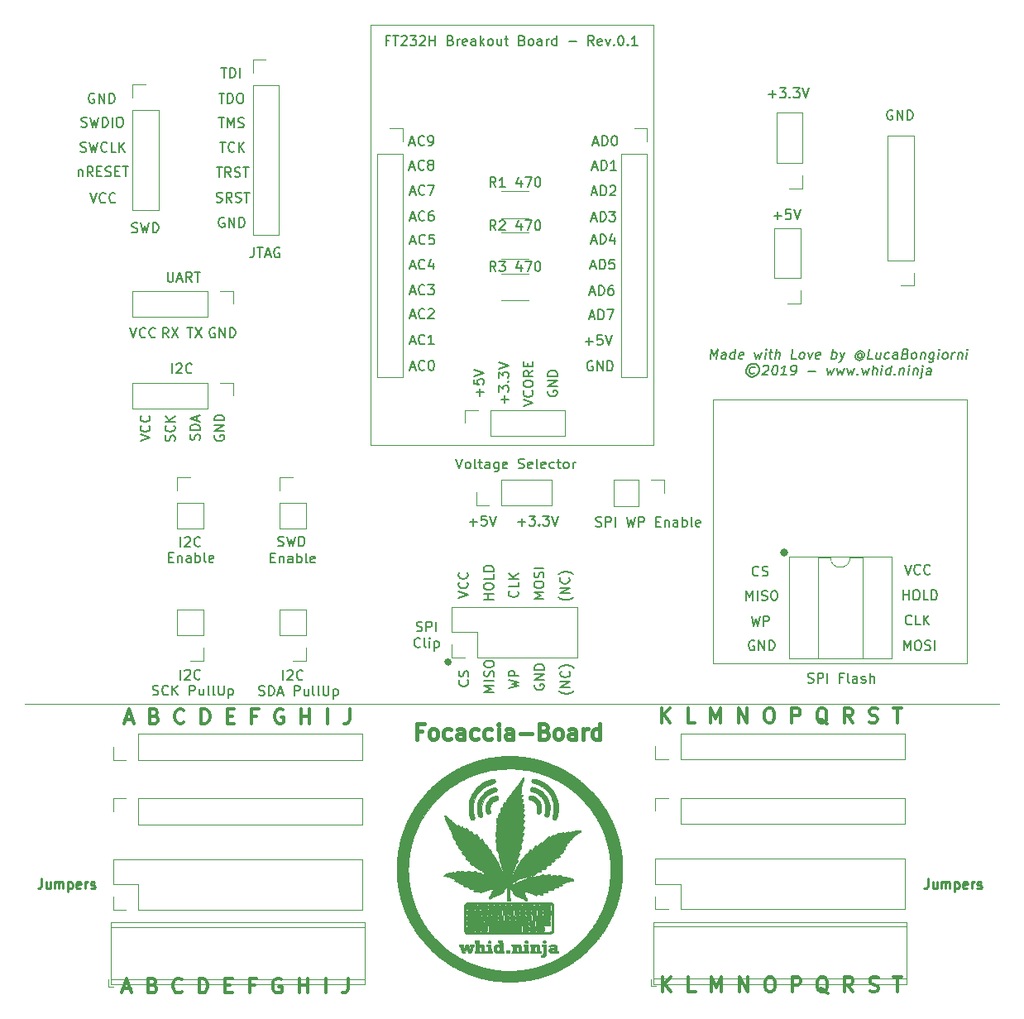
<source format=gbr>
G04 #@! TF.GenerationSoftware,KiCad,Pcbnew,(5.1.5-0-10_14)*
G04 #@! TF.CreationDate,2020-01-27T09:04:13+02:00*
G04 #@! TF.ProjectId,Focaccia-Board_v.0.1,466f6361-6363-4696-912d-426f6172645f,rev?*
G04 #@! TF.SameCoordinates,Original*
G04 #@! TF.FileFunction,Legend,Top*
G04 #@! TF.FilePolarity,Positive*
%FSLAX46Y46*%
G04 Gerber Fmt 4.6, Leading zero omitted, Abs format (unit mm)*
G04 Created by KiCad (PCBNEW (5.1.5-0-10_14)) date 2020-01-27 09:04:13*
%MOMM*%
%LPD*%
G04 APERTURE LIST*
%ADD10C,0.400000*%
%ADD11C,0.120000*%
%ADD12C,0.300000*%
%ADD13C,0.250000*%
%ADD14C,0.150000*%
%ADD15C,0.500000*%
%ADD16C,0.010000*%
G04 APERTURE END LIST*
D10*
X131761904Y-87035714D02*
X131228571Y-87035714D01*
X131228571Y-87873809D02*
X131228571Y-86273809D01*
X131990476Y-86273809D01*
X132828571Y-87873809D02*
X132676190Y-87797619D01*
X132600000Y-87721428D01*
X132523809Y-87569047D01*
X132523809Y-87111904D01*
X132600000Y-86959523D01*
X132676190Y-86883333D01*
X132828571Y-86807142D01*
X133057142Y-86807142D01*
X133209523Y-86883333D01*
X133285714Y-86959523D01*
X133361904Y-87111904D01*
X133361904Y-87569047D01*
X133285714Y-87721428D01*
X133209523Y-87797619D01*
X133057142Y-87873809D01*
X132828571Y-87873809D01*
X134733333Y-87797619D02*
X134580952Y-87873809D01*
X134276190Y-87873809D01*
X134123809Y-87797619D01*
X134047619Y-87721428D01*
X133971428Y-87569047D01*
X133971428Y-87111904D01*
X134047619Y-86959523D01*
X134123809Y-86883333D01*
X134276190Y-86807142D01*
X134580952Y-86807142D01*
X134733333Y-86883333D01*
X136104761Y-87873809D02*
X136104761Y-87035714D01*
X136028571Y-86883333D01*
X135876190Y-86807142D01*
X135571428Y-86807142D01*
X135419047Y-86883333D01*
X136104761Y-87797619D02*
X135952380Y-87873809D01*
X135571428Y-87873809D01*
X135419047Y-87797619D01*
X135342857Y-87645238D01*
X135342857Y-87492857D01*
X135419047Y-87340476D01*
X135571428Y-87264285D01*
X135952380Y-87264285D01*
X136104761Y-87188095D01*
X137552380Y-87797619D02*
X137400000Y-87873809D01*
X137095238Y-87873809D01*
X136942857Y-87797619D01*
X136866666Y-87721428D01*
X136790476Y-87569047D01*
X136790476Y-87111904D01*
X136866666Y-86959523D01*
X136942857Y-86883333D01*
X137095238Y-86807142D01*
X137400000Y-86807142D01*
X137552380Y-86883333D01*
X138923809Y-87797619D02*
X138771428Y-87873809D01*
X138466666Y-87873809D01*
X138314285Y-87797619D01*
X138238095Y-87721428D01*
X138161904Y-87569047D01*
X138161904Y-87111904D01*
X138238095Y-86959523D01*
X138314285Y-86883333D01*
X138466666Y-86807142D01*
X138771428Y-86807142D01*
X138923809Y-86883333D01*
X139609523Y-87873809D02*
X139609523Y-86807142D01*
X139609523Y-86273809D02*
X139533333Y-86350000D01*
X139609523Y-86426190D01*
X139685714Y-86350000D01*
X139609523Y-86273809D01*
X139609523Y-86426190D01*
X141057142Y-87873809D02*
X141057142Y-87035714D01*
X140980952Y-86883333D01*
X140828571Y-86807142D01*
X140523809Y-86807142D01*
X140371428Y-86883333D01*
X141057142Y-87797619D02*
X140904761Y-87873809D01*
X140523809Y-87873809D01*
X140371428Y-87797619D01*
X140295238Y-87645238D01*
X140295238Y-87492857D01*
X140371428Y-87340476D01*
X140523809Y-87264285D01*
X140904761Y-87264285D01*
X141057142Y-87188095D01*
X141819047Y-87264285D02*
X143038095Y-87264285D01*
X144333333Y-87035714D02*
X144561904Y-87111904D01*
X144638095Y-87188095D01*
X144714285Y-87340476D01*
X144714285Y-87569047D01*
X144638095Y-87721428D01*
X144561904Y-87797619D01*
X144409523Y-87873809D01*
X143800000Y-87873809D01*
X143800000Y-86273809D01*
X144333333Y-86273809D01*
X144485714Y-86350000D01*
X144561904Y-86426190D01*
X144638095Y-86578571D01*
X144638095Y-86730952D01*
X144561904Y-86883333D01*
X144485714Y-86959523D01*
X144333333Y-87035714D01*
X143800000Y-87035714D01*
X145628571Y-87873809D02*
X145476190Y-87797619D01*
X145400000Y-87721428D01*
X145323809Y-87569047D01*
X145323809Y-87111904D01*
X145400000Y-86959523D01*
X145476190Y-86883333D01*
X145628571Y-86807142D01*
X145857142Y-86807142D01*
X146009523Y-86883333D01*
X146085714Y-86959523D01*
X146161904Y-87111904D01*
X146161904Y-87569047D01*
X146085714Y-87721428D01*
X146009523Y-87797619D01*
X145857142Y-87873809D01*
X145628571Y-87873809D01*
X147533333Y-87873809D02*
X147533333Y-87035714D01*
X147457142Y-86883333D01*
X147304761Y-86807142D01*
X147000000Y-86807142D01*
X146847619Y-86883333D01*
X147533333Y-87797619D02*
X147380952Y-87873809D01*
X147000000Y-87873809D01*
X146847619Y-87797619D01*
X146771428Y-87645238D01*
X146771428Y-87492857D01*
X146847619Y-87340476D01*
X147000000Y-87264285D01*
X147380952Y-87264285D01*
X147533333Y-87188095D01*
X148295238Y-87873809D02*
X148295238Y-86807142D01*
X148295238Y-87111904D02*
X148371428Y-86959523D01*
X148447619Y-86883333D01*
X148600000Y-86807142D01*
X148752380Y-86807142D01*
X149971428Y-87873809D02*
X149971428Y-86273809D01*
X149971428Y-87797619D02*
X149819047Y-87873809D01*
X149514285Y-87873809D01*
X149361904Y-87797619D01*
X149285714Y-87721428D01*
X149209523Y-87569047D01*
X149209523Y-87111904D01*
X149285714Y-86959523D01*
X149361904Y-86883333D01*
X149514285Y-86807142D01*
X149819047Y-86807142D01*
X149971428Y-86883333D01*
D11*
X91150000Y-84250000D02*
X190900000Y-84250000D01*
D12*
X156357142Y-86178571D02*
X156357142Y-84678571D01*
X157214285Y-86178571D02*
X156571428Y-85321428D01*
X157214285Y-84678571D02*
X156357142Y-85535714D01*
X159714285Y-86178571D02*
X159000000Y-86178571D01*
X159000000Y-84678571D01*
X161357142Y-86178571D02*
X161357142Y-84678571D01*
X161857142Y-85750000D01*
X162357142Y-84678571D01*
X162357142Y-86178571D01*
X164214285Y-86178571D02*
X164214285Y-84678571D01*
X165071428Y-86178571D01*
X165071428Y-84678571D01*
X167214285Y-84678571D02*
X167500000Y-84678571D01*
X167642857Y-84750000D01*
X167785714Y-84892857D01*
X167857142Y-85178571D01*
X167857142Y-85678571D01*
X167785714Y-85964285D01*
X167642857Y-86107142D01*
X167500000Y-86178571D01*
X167214285Y-86178571D01*
X167071428Y-86107142D01*
X166928571Y-85964285D01*
X166857142Y-85678571D01*
X166857142Y-85178571D01*
X166928571Y-84892857D01*
X167071428Y-84750000D01*
X167214285Y-84678571D01*
X169642857Y-86178571D02*
X169642857Y-84678571D01*
X170214285Y-84678571D01*
X170357142Y-84750000D01*
X170428571Y-84821428D01*
X170500000Y-84964285D01*
X170500000Y-85178571D01*
X170428571Y-85321428D01*
X170357142Y-85392857D01*
X170214285Y-85464285D01*
X169642857Y-85464285D01*
X173285714Y-86321428D02*
X173142857Y-86250000D01*
X173000000Y-86107142D01*
X172785714Y-85892857D01*
X172642857Y-85821428D01*
X172500000Y-85821428D01*
X172571428Y-86178571D02*
X172428571Y-86107142D01*
X172285714Y-85964285D01*
X172214285Y-85678571D01*
X172214285Y-85178571D01*
X172285714Y-84892857D01*
X172428571Y-84750000D01*
X172571428Y-84678571D01*
X172857142Y-84678571D01*
X173000000Y-84750000D01*
X173142857Y-84892857D01*
X173214285Y-85178571D01*
X173214285Y-85678571D01*
X173142857Y-85964285D01*
X173000000Y-86107142D01*
X172857142Y-86178571D01*
X172571428Y-86178571D01*
X175857142Y-86178571D02*
X175357142Y-85464285D01*
X175000000Y-86178571D02*
X175000000Y-84678571D01*
X175571428Y-84678571D01*
X175714285Y-84750000D01*
X175785714Y-84821428D01*
X175857142Y-84964285D01*
X175857142Y-85178571D01*
X175785714Y-85321428D01*
X175714285Y-85392857D01*
X175571428Y-85464285D01*
X175000000Y-85464285D01*
X177571428Y-86107142D02*
X177785714Y-86178571D01*
X178142857Y-86178571D01*
X178285714Y-86107142D01*
X178357142Y-86035714D01*
X178428571Y-85892857D01*
X178428571Y-85750000D01*
X178357142Y-85607142D01*
X178285714Y-85535714D01*
X178142857Y-85464285D01*
X177857142Y-85392857D01*
X177714285Y-85321428D01*
X177642857Y-85250000D01*
X177571428Y-85107142D01*
X177571428Y-84964285D01*
X177642857Y-84821428D01*
X177714285Y-84750000D01*
X177857142Y-84678571D01*
X178214285Y-84678571D01*
X178428571Y-84750000D01*
X180000000Y-84678571D02*
X180857142Y-84678571D01*
X180428571Y-86178571D02*
X180428571Y-84678571D01*
D13*
X183578571Y-102152380D02*
X183578571Y-102866666D01*
X183530952Y-103009523D01*
X183435714Y-103104761D01*
X183292857Y-103152380D01*
X183197619Y-103152380D01*
X184483333Y-102485714D02*
X184483333Y-103152380D01*
X184054761Y-102485714D02*
X184054761Y-103009523D01*
X184102380Y-103104761D01*
X184197619Y-103152380D01*
X184340476Y-103152380D01*
X184435714Y-103104761D01*
X184483333Y-103057142D01*
X184959523Y-103152380D02*
X184959523Y-102485714D01*
X184959523Y-102580952D02*
X185007142Y-102533333D01*
X185102380Y-102485714D01*
X185245238Y-102485714D01*
X185340476Y-102533333D01*
X185388095Y-102628571D01*
X185388095Y-103152380D01*
X185388095Y-102628571D02*
X185435714Y-102533333D01*
X185530952Y-102485714D01*
X185673809Y-102485714D01*
X185769047Y-102533333D01*
X185816666Y-102628571D01*
X185816666Y-103152380D01*
X186292857Y-102485714D02*
X186292857Y-103485714D01*
X186292857Y-102533333D02*
X186388095Y-102485714D01*
X186578571Y-102485714D01*
X186673809Y-102533333D01*
X186721428Y-102580952D01*
X186769047Y-102676190D01*
X186769047Y-102961904D01*
X186721428Y-103057142D01*
X186673809Y-103104761D01*
X186578571Y-103152380D01*
X186388095Y-103152380D01*
X186292857Y-103104761D01*
X187578571Y-103104761D02*
X187483333Y-103152380D01*
X187292857Y-103152380D01*
X187197619Y-103104761D01*
X187150000Y-103009523D01*
X187150000Y-102628571D01*
X187197619Y-102533333D01*
X187292857Y-102485714D01*
X187483333Y-102485714D01*
X187578571Y-102533333D01*
X187626190Y-102628571D01*
X187626190Y-102723809D01*
X187150000Y-102819047D01*
X188054761Y-103152380D02*
X188054761Y-102485714D01*
X188054761Y-102676190D02*
X188102380Y-102580952D01*
X188150000Y-102533333D01*
X188245238Y-102485714D01*
X188340476Y-102485714D01*
X188626190Y-103104761D02*
X188721428Y-103152380D01*
X188911904Y-103152380D01*
X189007142Y-103104761D01*
X189054761Y-103009523D01*
X189054761Y-102961904D01*
X189007142Y-102866666D01*
X188911904Y-102819047D01*
X188769047Y-102819047D01*
X188673809Y-102771428D01*
X188626190Y-102676190D01*
X188626190Y-102628571D01*
X188673809Y-102533333D01*
X188769047Y-102485714D01*
X188911904Y-102485714D01*
X189007142Y-102533333D01*
D12*
X156407142Y-113728571D02*
X156407142Y-112228571D01*
X157264285Y-113728571D02*
X156621428Y-112871428D01*
X157264285Y-112228571D02*
X156407142Y-113085714D01*
X159764285Y-113728571D02*
X159050000Y-113728571D01*
X159050000Y-112228571D01*
X161407142Y-113728571D02*
X161407142Y-112228571D01*
X161907142Y-113300000D01*
X162407142Y-112228571D01*
X162407142Y-113728571D01*
X164264285Y-113728571D02*
X164264285Y-112228571D01*
X165121428Y-113728571D01*
X165121428Y-112228571D01*
X167264285Y-112228571D02*
X167550000Y-112228571D01*
X167692857Y-112300000D01*
X167835714Y-112442857D01*
X167907142Y-112728571D01*
X167907142Y-113228571D01*
X167835714Y-113514285D01*
X167692857Y-113657142D01*
X167550000Y-113728571D01*
X167264285Y-113728571D01*
X167121428Y-113657142D01*
X166978571Y-113514285D01*
X166907142Y-113228571D01*
X166907142Y-112728571D01*
X166978571Y-112442857D01*
X167121428Y-112300000D01*
X167264285Y-112228571D01*
X169692857Y-113728571D02*
X169692857Y-112228571D01*
X170264285Y-112228571D01*
X170407142Y-112300000D01*
X170478571Y-112371428D01*
X170550000Y-112514285D01*
X170550000Y-112728571D01*
X170478571Y-112871428D01*
X170407142Y-112942857D01*
X170264285Y-113014285D01*
X169692857Y-113014285D01*
X173335714Y-113871428D02*
X173192857Y-113800000D01*
X173050000Y-113657142D01*
X172835714Y-113442857D01*
X172692857Y-113371428D01*
X172550000Y-113371428D01*
X172621428Y-113728571D02*
X172478571Y-113657142D01*
X172335714Y-113514285D01*
X172264285Y-113228571D01*
X172264285Y-112728571D01*
X172335714Y-112442857D01*
X172478571Y-112300000D01*
X172621428Y-112228571D01*
X172907142Y-112228571D01*
X173050000Y-112300000D01*
X173192857Y-112442857D01*
X173264285Y-112728571D01*
X173264285Y-113228571D01*
X173192857Y-113514285D01*
X173050000Y-113657142D01*
X172907142Y-113728571D01*
X172621428Y-113728571D01*
X175907142Y-113728571D02*
X175407142Y-113014285D01*
X175050000Y-113728571D02*
X175050000Y-112228571D01*
X175621428Y-112228571D01*
X175764285Y-112300000D01*
X175835714Y-112371428D01*
X175907142Y-112514285D01*
X175907142Y-112728571D01*
X175835714Y-112871428D01*
X175764285Y-112942857D01*
X175621428Y-113014285D01*
X175050000Y-113014285D01*
X177621428Y-113657142D02*
X177835714Y-113728571D01*
X178192857Y-113728571D01*
X178335714Y-113657142D01*
X178407142Y-113585714D01*
X178478571Y-113442857D01*
X178478571Y-113300000D01*
X178407142Y-113157142D01*
X178335714Y-113085714D01*
X178192857Y-113014285D01*
X177907142Y-112942857D01*
X177764285Y-112871428D01*
X177692857Y-112800000D01*
X177621428Y-112657142D01*
X177621428Y-112514285D01*
X177692857Y-112371428D01*
X177764285Y-112300000D01*
X177907142Y-112228571D01*
X178264285Y-112228571D01*
X178478571Y-112300000D01*
X180050000Y-112228571D02*
X180907142Y-112228571D01*
X180478571Y-113728571D02*
X180478571Y-112228571D01*
D13*
X92828571Y-102152380D02*
X92828571Y-102866666D01*
X92780952Y-103009523D01*
X92685714Y-103104761D01*
X92542857Y-103152380D01*
X92447619Y-103152380D01*
X93733333Y-102485714D02*
X93733333Y-103152380D01*
X93304761Y-102485714D02*
X93304761Y-103009523D01*
X93352380Y-103104761D01*
X93447619Y-103152380D01*
X93590476Y-103152380D01*
X93685714Y-103104761D01*
X93733333Y-103057142D01*
X94209523Y-103152380D02*
X94209523Y-102485714D01*
X94209523Y-102580952D02*
X94257142Y-102533333D01*
X94352380Y-102485714D01*
X94495238Y-102485714D01*
X94590476Y-102533333D01*
X94638095Y-102628571D01*
X94638095Y-103152380D01*
X94638095Y-102628571D02*
X94685714Y-102533333D01*
X94780952Y-102485714D01*
X94923809Y-102485714D01*
X95019047Y-102533333D01*
X95066666Y-102628571D01*
X95066666Y-103152380D01*
X95542857Y-102485714D02*
X95542857Y-103485714D01*
X95542857Y-102533333D02*
X95638095Y-102485714D01*
X95828571Y-102485714D01*
X95923809Y-102533333D01*
X95971428Y-102580952D01*
X96019047Y-102676190D01*
X96019047Y-102961904D01*
X95971428Y-103057142D01*
X95923809Y-103104761D01*
X95828571Y-103152380D01*
X95638095Y-103152380D01*
X95542857Y-103104761D01*
X96828571Y-103104761D02*
X96733333Y-103152380D01*
X96542857Y-103152380D01*
X96447619Y-103104761D01*
X96400000Y-103009523D01*
X96400000Y-102628571D01*
X96447619Y-102533333D01*
X96542857Y-102485714D01*
X96733333Y-102485714D01*
X96828571Y-102533333D01*
X96876190Y-102628571D01*
X96876190Y-102723809D01*
X96400000Y-102819047D01*
X97304761Y-103152380D02*
X97304761Y-102485714D01*
X97304761Y-102676190D02*
X97352380Y-102580952D01*
X97400000Y-102533333D01*
X97495238Y-102485714D01*
X97590476Y-102485714D01*
X97876190Y-103104761D02*
X97971428Y-103152380D01*
X98161904Y-103152380D01*
X98257142Y-103104761D01*
X98304761Y-103009523D01*
X98304761Y-102961904D01*
X98257142Y-102866666D01*
X98161904Y-102819047D01*
X98019047Y-102819047D01*
X97923809Y-102771428D01*
X97876190Y-102676190D01*
X97876190Y-102628571D01*
X97923809Y-102533333D01*
X98019047Y-102485714D01*
X98161904Y-102485714D01*
X98257142Y-102533333D01*
D12*
X101414285Y-85850000D02*
X102128571Y-85850000D01*
X101271428Y-86278571D02*
X101771428Y-84778571D01*
X102271428Y-86278571D01*
X104414285Y-85492857D02*
X104628571Y-85564285D01*
X104700000Y-85635714D01*
X104771428Y-85778571D01*
X104771428Y-85992857D01*
X104700000Y-86135714D01*
X104628571Y-86207142D01*
X104485714Y-86278571D01*
X103914285Y-86278571D01*
X103914285Y-84778571D01*
X104414285Y-84778571D01*
X104557142Y-84850000D01*
X104628571Y-84921428D01*
X104700000Y-85064285D01*
X104700000Y-85207142D01*
X104628571Y-85350000D01*
X104557142Y-85421428D01*
X104414285Y-85492857D01*
X103914285Y-85492857D01*
X107414285Y-86135714D02*
X107342857Y-86207142D01*
X107128571Y-86278571D01*
X106985714Y-86278571D01*
X106771428Y-86207142D01*
X106628571Y-86064285D01*
X106557142Y-85921428D01*
X106485714Y-85635714D01*
X106485714Y-85421428D01*
X106557142Y-85135714D01*
X106628571Y-84992857D01*
X106771428Y-84850000D01*
X106985714Y-84778571D01*
X107128571Y-84778571D01*
X107342857Y-84850000D01*
X107414285Y-84921428D01*
X109200000Y-86278571D02*
X109200000Y-84778571D01*
X109557142Y-84778571D01*
X109771428Y-84850000D01*
X109914285Y-84992857D01*
X109985714Y-85135714D01*
X110057142Y-85421428D01*
X110057142Y-85635714D01*
X109985714Y-85921428D01*
X109914285Y-86064285D01*
X109771428Y-86207142D01*
X109557142Y-86278571D01*
X109200000Y-86278571D01*
X111842857Y-85492857D02*
X112342857Y-85492857D01*
X112557142Y-86278571D02*
X111842857Y-86278571D01*
X111842857Y-84778571D01*
X112557142Y-84778571D01*
X114842857Y-85492857D02*
X114342857Y-85492857D01*
X114342857Y-86278571D02*
X114342857Y-84778571D01*
X115057142Y-84778571D01*
X117557142Y-84850000D02*
X117414285Y-84778571D01*
X117200000Y-84778571D01*
X116985714Y-84850000D01*
X116842857Y-84992857D01*
X116771428Y-85135714D01*
X116700000Y-85421428D01*
X116700000Y-85635714D01*
X116771428Y-85921428D01*
X116842857Y-86064285D01*
X116985714Y-86207142D01*
X117200000Y-86278571D01*
X117342857Y-86278571D01*
X117557142Y-86207142D01*
X117628571Y-86135714D01*
X117628571Y-85635714D01*
X117342857Y-85635714D01*
X119414285Y-86278571D02*
X119414285Y-84778571D01*
X119414285Y-85492857D02*
X120271428Y-85492857D01*
X120271428Y-86278571D02*
X120271428Y-84778571D01*
X122128571Y-86278571D02*
X122128571Y-84778571D01*
X124414285Y-84778571D02*
X124414285Y-85850000D01*
X124342857Y-86064285D01*
X124200000Y-86207142D01*
X123985714Y-86278571D01*
X123842857Y-86278571D01*
X101214285Y-113400000D02*
X101928571Y-113400000D01*
X101071428Y-113828571D02*
X101571428Y-112328571D01*
X102071428Y-113828571D01*
X104214285Y-113042857D02*
X104428571Y-113114285D01*
X104500000Y-113185714D01*
X104571428Y-113328571D01*
X104571428Y-113542857D01*
X104500000Y-113685714D01*
X104428571Y-113757142D01*
X104285714Y-113828571D01*
X103714285Y-113828571D01*
X103714285Y-112328571D01*
X104214285Y-112328571D01*
X104357142Y-112400000D01*
X104428571Y-112471428D01*
X104500000Y-112614285D01*
X104500000Y-112757142D01*
X104428571Y-112900000D01*
X104357142Y-112971428D01*
X104214285Y-113042857D01*
X103714285Y-113042857D01*
X107214285Y-113685714D02*
X107142857Y-113757142D01*
X106928571Y-113828571D01*
X106785714Y-113828571D01*
X106571428Y-113757142D01*
X106428571Y-113614285D01*
X106357142Y-113471428D01*
X106285714Y-113185714D01*
X106285714Y-112971428D01*
X106357142Y-112685714D01*
X106428571Y-112542857D01*
X106571428Y-112400000D01*
X106785714Y-112328571D01*
X106928571Y-112328571D01*
X107142857Y-112400000D01*
X107214285Y-112471428D01*
X109000000Y-113828571D02*
X109000000Y-112328571D01*
X109357142Y-112328571D01*
X109571428Y-112400000D01*
X109714285Y-112542857D01*
X109785714Y-112685714D01*
X109857142Y-112971428D01*
X109857142Y-113185714D01*
X109785714Y-113471428D01*
X109714285Y-113614285D01*
X109571428Y-113757142D01*
X109357142Y-113828571D01*
X109000000Y-113828571D01*
X111642857Y-113042857D02*
X112142857Y-113042857D01*
X112357142Y-113828571D02*
X111642857Y-113828571D01*
X111642857Y-112328571D01*
X112357142Y-112328571D01*
X114642857Y-113042857D02*
X114142857Y-113042857D01*
X114142857Y-113828571D02*
X114142857Y-112328571D01*
X114857142Y-112328571D01*
X117357142Y-112400000D02*
X117214285Y-112328571D01*
X117000000Y-112328571D01*
X116785714Y-112400000D01*
X116642857Y-112542857D01*
X116571428Y-112685714D01*
X116500000Y-112971428D01*
X116500000Y-113185714D01*
X116571428Y-113471428D01*
X116642857Y-113614285D01*
X116785714Y-113757142D01*
X117000000Y-113828571D01*
X117142857Y-113828571D01*
X117357142Y-113757142D01*
X117428571Y-113685714D01*
X117428571Y-113185714D01*
X117142857Y-113185714D01*
X119214285Y-113828571D02*
X119214285Y-112328571D01*
X119214285Y-113042857D02*
X120071428Y-113042857D01*
X120071428Y-113828571D02*
X120071428Y-112328571D01*
X121928571Y-113828571D02*
X121928571Y-112328571D01*
X124214285Y-112328571D02*
X124214285Y-113400000D01*
X124142857Y-113614285D01*
X124000000Y-113757142D01*
X123785714Y-113828571D01*
X123642857Y-113828571D01*
D14*
X130535714Y-26816666D02*
X131011904Y-26816666D01*
X130440476Y-27102380D02*
X130773809Y-26102380D01*
X131107142Y-27102380D01*
X132011904Y-27007142D02*
X131964285Y-27054761D01*
X131821428Y-27102380D01*
X131726190Y-27102380D01*
X131583333Y-27054761D01*
X131488095Y-26959523D01*
X131440476Y-26864285D01*
X131392857Y-26673809D01*
X131392857Y-26530952D01*
X131440476Y-26340476D01*
X131488095Y-26245238D01*
X131583333Y-26150000D01*
X131726190Y-26102380D01*
X131821428Y-26102380D01*
X131964285Y-26150000D01*
X132011904Y-26197619D01*
X132488095Y-27102380D02*
X132678571Y-27102380D01*
X132773809Y-27054761D01*
X132821428Y-27007142D01*
X132916666Y-26864285D01*
X132964285Y-26673809D01*
X132964285Y-26292857D01*
X132916666Y-26197619D01*
X132869047Y-26150000D01*
X132773809Y-26102380D01*
X132583333Y-26102380D01*
X132488095Y-26150000D01*
X132440476Y-26197619D01*
X132392857Y-26292857D01*
X132392857Y-26530952D01*
X132440476Y-26626190D01*
X132488095Y-26673809D01*
X132583333Y-26721428D01*
X132773809Y-26721428D01*
X132869047Y-26673809D01*
X132916666Y-26626190D01*
X132964285Y-26530952D01*
X130535714Y-29316666D02*
X131011904Y-29316666D01*
X130440476Y-29602380D02*
X130773809Y-28602380D01*
X131107142Y-29602380D01*
X132011904Y-29507142D02*
X131964285Y-29554761D01*
X131821428Y-29602380D01*
X131726190Y-29602380D01*
X131583333Y-29554761D01*
X131488095Y-29459523D01*
X131440476Y-29364285D01*
X131392857Y-29173809D01*
X131392857Y-29030952D01*
X131440476Y-28840476D01*
X131488095Y-28745238D01*
X131583333Y-28650000D01*
X131726190Y-28602380D01*
X131821428Y-28602380D01*
X131964285Y-28650000D01*
X132011904Y-28697619D01*
X132583333Y-29030952D02*
X132488095Y-28983333D01*
X132440476Y-28935714D01*
X132392857Y-28840476D01*
X132392857Y-28792857D01*
X132440476Y-28697619D01*
X132488095Y-28650000D01*
X132583333Y-28602380D01*
X132773809Y-28602380D01*
X132869047Y-28650000D01*
X132916666Y-28697619D01*
X132964285Y-28792857D01*
X132964285Y-28840476D01*
X132916666Y-28935714D01*
X132869047Y-28983333D01*
X132773809Y-29030952D01*
X132583333Y-29030952D01*
X132488095Y-29078571D01*
X132440476Y-29126190D01*
X132392857Y-29221428D01*
X132392857Y-29411904D01*
X132440476Y-29507142D01*
X132488095Y-29554761D01*
X132583333Y-29602380D01*
X132773809Y-29602380D01*
X132869047Y-29554761D01*
X132916666Y-29507142D01*
X132964285Y-29411904D01*
X132964285Y-29221428D01*
X132916666Y-29126190D01*
X132869047Y-29078571D01*
X132773809Y-29030952D01*
X130585714Y-31866666D02*
X131061904Y-31866666D01*
X130490476Y-32152380D02*
X130823809Y-31152380D01*
X131157142Y-32152380D01*
X132061904Y-32057142D02*
X132014285Y-32104761D01*
X131871428Y-32152380D01*
X131776190Y-32152380D01*
X131633333Y-32104761D01*
X131538095Y-32009523D01*
X131490476Y-31914285D01*
X131442857Y-31723809D01*
X131442857Y-31580952D01*
X131490476Y-31390476D01*
X131538095Y-31295238D01*
X131633333Y-31200000D01*
X131776190Y-31152380D01*
X131871428Y-31152380D01*
X132014285Y-31200000D01*
X132061904Y-31247619D01*
X132395238Y-31152380D02*
X133061904Y-31152380D01*
X132633333Y-32152380D01*
X130585714Y-34516666D02*
X131061904Y-34516666D01*
X130490476Y-34802380D02*
X130823809Y-33802380D01*
X131157142Y-34802380D01*
X132061904Y-34707142D02*
X132014285Y-34754761D01*
X131871428Y-34802380D01*
X131776190Y-34802380D01*
X131633333Y-34754761D01*
X131538095Y-34659523D01*
X131490476Y-34564285D01*
X131442857Y-34373809D01*
X131442857Y-34230952D01*
X131490476Y-34040476D01*
X131538095Y-33945238D01*
X131633333Y-33850000D01*
X131776190Y-33802380D01*
X131871428Y-33802380D01*
X132014285Y-33850000D01*
X132061904Y-33897619D01*
X132919047Y-33802380D02*
X132728571Y-33802380D01*
X132633333Y-33850000D01*
X132585714Y-33897619D01*
X132490476Y-34040476D01*
X132442857Y-34230952D01*
X132442857Y-34611904D01*
X132490476Y-34707142D01*
X132538095Y-34754761D01*
X132633333Y-34802380D01*
X132823809Y-34802380D01*
X132919047Y-34754761D01*
X132966666Y-34707142D01*
X133014285Y-34611904D01*
X133014285Y-34373809D01*
X132966666Y-34278571D01*
X132919047Y-34230952D01*
X132823809Y-34183333D01*
X132633333Y-34183333D01*
X132538095Y-34230952D01*
X132490476Y-34278571D01*
X132442857Y-34373809D01*
X130585714Y-42066666D02*
X131061904Y-42066666D01*
X130490476Y-42352380D02*
X130823809Y-41352380D01*
X131157142Y-42352380D01*
X132061904Y-42257142D02*
X132014285Y-42304761D01*
X131871428Y-42352380D01*
X131776190Y-42352380D01*
X131633333Y-42304761D01*
X131538095Y-42209523D01*
X131490476Y-42114285D01*
X131442857Y-41923809D01*
X131442857Y-41780952D01*
X131490476Y-41590476D01*
X131538095Y-41495238D01*
X131633333Y-41400000D01*
X131776190Y-41352380D01*
X131871428Y-41352380D01*
X132014285Y-41400000D01*
X132061904Y-41447619D01*
X132395238Y-41352380D02*
X133014285Y-41352380D01*
X132680952Y-41733333D01*
X132823809Y-41733333D01*
X132919047Y-41780952D01*
X132966666Y-41828571D01*
X133014285Y-41923809D01*
X133014285Y-42161904D01*
X132966666Y-42257142D01*
X132919047Y-42304761D01*
X132823809Y-42352380D01*
X132538095Y-42352380D01*
X132442857Y-42304761D01*
X132395238Y-42257142D01*
X130585714Y-47166666D02*
X131061904Y-47166666D01*
X130490476Y-47452380D02*
X130823809Y-46452380D01*
X131157142Y-47452380D01*
X132061904Y-47357142D02*
X132014285Y-47404761D01*
X131871428Y-47452380D01*
X131776190Y-47452380D01*
X131633333Y-47404761D01*
X131538095Y-47309523D01*
X131490476Y-47214285D01*
X131442857Y-47023809D01*
X131442857Y-46880952D01*
X131490476Y-46690476D01*
X131538095Y-46595238D01*
X131633333Y-46500000D01*
X131776190Y-46452380D01*
X131871428Y-46452380D01*
X132014285Y-46500000D01*
X132061904Y-46547619D01*
X133014285Y-47452380D02*
X132442857Y-47452380D01*
X132728571Y-47452380D02*
X132728571Y-46452380D01*
X132633333Y-46595238D01*
X132538095Y-46690476D01*
X132442857Y-46738095D01*
X130585714Y-39466666D02*
X131061904Y-39466666D01*
X130490476Y-39752380D02*
X130823809Y-38752380D01*
X131157142Y-39752380D01*
X132061904Y-39657142D02*
X132014285Y-39704761D01*
X131871428Y-39752380D01*
X131776190Y-39752380D01*
X131633333Y-39704761D01*
X131538095Y-39609523D01*
X131490476Y-39514285D01*
X131442857Y-39323809D01*
X131442857Y-39180952D01*
X131490476Y-38990476D01*
X131538095Y-38895238D01*
X131633333Y-38800000D01*
X131776190Y-38752380D01*
X131871428Y-38752380D01*
X132014285Y-38800000D01*
X132061904Y-38847619D01*
X132919047Y-39085714D02*
X132919047Y-39752380D01*
X132680952Y-38704761D02*
X132442857Y-39419047D01*
X133061904Y-39419047D01*
X130635714Y-36916666D02*
X131111904Y-36916666D01*
X130540476Y-37202380D02*
X130873809Y-36202380D01*
X131207142Y-37202380D01*
X132111904Y-37107142D02*
X132064285Y-37154761D01*
X131921428Y-37202380D01*
X131826190Y-37202380D01*
X131683333Y-37154761D01*
X131588095Y-37059523D01*
X131540476Y-36964285D01*
X131492857Y-36773809D01*
X131492857Y-36630952D01*
X131540476Y-36440476D01*
X131588095Y-36345238D01*
X131683333Y-36250000D01*
X131826190Y-36202380D01*
X131921428Y-36202380D01*
X132064285Y-36250000D01*
X132111904Y-36297619D01*
X133016666Y-36202380D02*
X132540476Y-36202380D01*
X132492857Y-36678571D01*
X132540476Y-36630952D01*
X132635714Y-36583333D01*
X132873809Y-36583333D01*
X132969047Y-36630952D01*
X133016666Y-36678571D01*
X133064285Y-36773809D01*
X133064285Y-37011904D01*
X133016666Y-37107142D01*
X132969047Y-37154761D01*
X132873809Y-37202380D01*
X132635714Y-37202380D01*
X132540476Y-37154761D01*
X132492857Y-37107142D01*
X130585714Y-44516666D02*
X131061904Y-44516666D01*
X130490476Y-44802380D02*
X130823809Y-43802380D01*
X131157142Y-44802380D01*
X132061904Y-44707142D02*
X132014285Y-44754761D01*
X131871428Y-44802380D01*
X131776190Y-44802380D01*
X131633333Y-44754761D01*
X131538095Y-44659523D01*
X131490476Y-44564285D01*
X131442857Y-44373809D01*
X131442857Y-44230952D01*
X131490476Y-44040476D01*
X131538095Y-43945238D01*
X131633333Y-43850000D01*
X131776190Y-43802380D01*
X131871428Y-43802380D01*
X132014285Y-43850000D01*
X132061904Y-43897619D01*
X132442857Y-43897619D02*
X132490476Y-43850000D01*
X132585714Y-43802380D01*
X132823809Y-43802380D01*
X132919047Y-43850000D01*
X132966666Y-43897619D01*
X133014285Y-43992857D01*
X133014285Y-44088095D01*
X132966666Y-44230952D01*
X132395238Y-44802380D01*
X133014285Y-44802380D01*
X130585714Y-49816666D02*
X131061904Y-49816666D01*
X130490476Y-50102380D02*
X130823809Y-49102380D01*
X131157142Y-50102380D01*
X132061904Y-50007142D02*
X132014285Y-50054761D01*
X131871428Y-50102380D01*
X131776190Y-50102380D01*
X131633333Y-50054761D01*
X131538095Y-49959523D01*
X131490476Y-49864285D01*
X131442857Y-49673809D01*
X131442857Y-49530952D01*
X131490476Y-49340476D01*
X131538095Y-49245238D01*
X131633333Y-49150000D01*
X131776190Y-49102380D01*
X131871428Y-49102380D01*
X132014285Y-49150000D01*
X132061904Y-49197619D01*
X132680952Y-49102380D02*
X132776190Y-49102380D01*
X132871428Y-49150000D01*
X132919047Y-49197619D01*
X132966666Y-49292857D01*
X133014285Y-49483333D01*
X133014285Y-49721428D01*
X132966666Y-49911904D01*
X132919047Y-50007142D01*
X132871428Y-50054761D01*
X132776190Y-50102380D01*
X132680952Y-50102380D01*
X132585714Y-50054761D01*
X132538095Y-50007142D01*
X132490476Y-49911904D01*
X132442857Y-49721428D01*
X132442857Y-49483333D01*
X132490476Y-49292857D01*
X132538095Y-49197619D01*
X132585714Y-49150000D01*
X132680952Y-49102380D01*
X149335714Y-26816666D02*
X149811904Y-26816666D01*
X149240476Y-27102380D02*
X149573809Y-26102380D01*
X149907142Y-27102380D01*
X150240476Y-27102380D02*
X150240476Y-26102380D01*
X150478571Y-26102380D01*
X150621428Y-26150000D01*
X150716666Y-26245238D01*
X150764285Y-26340476D01*
X150811904Y-26530952D01*
X150811904Y-26673809D01*
X150764285Y-26864285D01*
X150716666Y-26959523D01*
X150621428Y-27054761D01*
X150478571Y-27102380D01*
X150240476Y-27102380D01*
X151430952Y-26102380D02*
X151526190Y-26102380D01*
X151621428Y-26150000D01*
X151669047Y-26197619D01*
X151716666Y-26292857D01*
X151764285Y-26483333D01*
X151764285Y-26721428D01*
X151716666Y-26911904D01*
X151669047Y-27007142D01*
X151621428Y-27054761D01*
X151526190Y-27102380D01*
X151430952Y-27102380D01*
X151335714Y-27054761D01*
X151288095Y-27007142D01*
X151240476Y-26911904D01*
X151192857Y-26721428D01*
X151192857Y-26483333D01*
X151240476Y-26292857D01*
X151288095Y-26197619D01*
X151335714Y-26150000D01*
X151430952Y-26102380D01*
X149185714Y-31916666D02*
X149661904Y-31916666D01*
X149090476Y-32202380D02*
X149423809Y-31202380D01*
X149757142Y-32202380D01*
X150090476Y-32202380D02*
X150090476Y-31202380D01*
X150328571Y-31202380D01*
X150471428Y-31250000D01*
X150566666Y-31345238D01*
X150614285Y-31440476D01*
X150661904Y-31630952D01*
X150661904Y-31773809D01*
X150614285Y-31964285D01*
X150566666Y-32059523D01*
X150471428Y-32154761D01*
X150328571Y-32202380D01*
X150090476Y-32202380D01*
X151042857Y-31297619D02*
X151090476Y-31250000D01*
X151185714Y-31202380D01*
X151423809Y-31202380D01*
X151519047Y-31250000D01*
X151566666Y-31297619D01*
X151614285Y-31392857D01*
X151614285Y-31488095D01*
X151566666Y-31630952D01*
X150995238Y-32202380D01*
X151614285Y-32202380D01*
X149235714Y-29316666D02*
X149711904Y-29316666D01*
X149140476Y-29602380D02*
X149473809Y-28602380D01*
X149807142Y-29602380D01*
X150140476Y-29602380D02*
X150140476Y-28602380D01*
X150378571Y-28602380D01*
X150521428Y-28650000D01*
X150616666Y-28745238D01*
X150664285Y-28840476D01*
X150711904Y-29030952D01*
X150711904Y-29173809D01*
X150664285Y-29364285D01*
X150616666Y-29459523D01*
X150521428Y-29554761D01*
X150378571Y-29602380D01*
X150140476Y-29602380D01*
X151664285Y-29602380D02*
X151092857Y-29602380D01*
X151378571Y-29602380D02*
X151378571Y-28602380D01*
X151283333Y-28745238D01*
X151188095Y-28840476D01*
X151092857Y-28888095D01*
X149135714Y-34566666D02*
X149611904Y-34566666D01*
X149040476Y-34852380D02*
X149373809Y-33852380D01*
X149707142Y-34852380D01*
X150040476Y-34852380D02*
X150040476Y-33852380D01*
X150278571Y-33852380D01*
X150421428Y-33900000D01*
X150516666Y-33995238D01*
X150564285Y-34090476D01*
X150611904Y-34280952D01*
X150611904Y-34423809D01*
X150564285Y-34614285D01*
X150516666Y-34709523D01*
X150421428Y-34804761D01*
X150278571Y-34852380D01*
X150040476Y-34852380D01*
X150945238Y-33852380D02*
X151564285Y-33852380D01*
X151230952Y-34233333D01*
X151373809Y-34233333D01*
X151469047Y-34280952D01*
X151516666Y-34328571D01*
X151564285Y-34423809D01*
X151564285Y-34661904D01*
X151516666Y-34757142D01*
X151469047Y-34804761D01*
X151373809Y-34852380D01*
X151088095Y-34852380D01*
X150992857Y-34804761D01*
X150945238Y-34757142D01*
X149085714Y-39466666D02*
X149561904Y-39466666D01*
X148990476Y-39752380D02*
X149323809Y-38752380D01*
X149657142Y-39752380D01*
X149990476Y-39752380D02*
X149990476Y-38752380D01*
X150228571Y-38752380D01*
X150371428Y-38800000D01*
X150466666Y-38895238D01*
X150514285Y-38990476D01*
X150561904Y-39180952D01*
X150561904Y-39323809D01*
X150514285Y-39514285D01*
X150466666Y-39609523D01*
X150371428Y-39704761D01*
X150228571Y-39752380D01*
X149990476Y-39752380D01*
X151466666Y-38752380D02*
X150990476Y-38752380D01*
X150942857Y-39228571D01*
X150990476Y-39180952D01*
X151085714Y-39133333D01*
X151323809Y-39133333D01*
X151419047Y-39180952D01*
X151466666Y-39228571D01*
X151514285Y-39323809D01*
X151514285Y-39561904D01*
X151466666Y-39657142D01*
X151419047Y-39704761D01*
X151323809Y-39752380D01*
X151085714Y-39752380D01*
X150990476Y-39704761D01*
X150942857Y-39657142D01*
X149135714Y-36866666D02*
X149611904Y-36866666D01*
X149040476Y-37152380D02*
X149373809Y-36152380D01*
X149707142Y-37152380D01*
X150040476Y-37152380D02*
X150040476Y-36152380D01*
X150278571Y-36152380D01*
X150421428Y-36200000D01*
X150516666Y-36295238D01*
X150564285Y-36390476D01*
X150611904Y-36580952D01*
X150611904Y-36723809D01*
X150564285Y-36914285D01*
X150516666Y-37009523D01*
X150421428Y-37104761D01*
X150278571Y-37152380D01*
X150040476Y-37152380D01*
X151469047Y-36485714D02*
X151469047Y-37152380D01*
X151230952Y-36104761D02*
X150992857Y-36819047D01*
X151611904Y-36819047D01*
X148985714Y-42116666D02*
X149461904Y-42116666D01*
X148890476Y-42402380D02*
X149223809Y-41402380D01*
X149557142Y-42402380D01*
X149890476Y-42402380D02*
X149890476Y-41402380D01*
X150128571Y-41402380D01*
X150271428Y-41450000D01*
X150366666Y-41545238D01*
X150414285Y-41640476D01*
X150461904Y-41830952D01*
X150461904Y-41973809D01*
X150414285Y-42164285D01*
X150366666Y-42259523D01*
X150271428Y-42354761D01*
X150128571Y-42402380D01*
X149890476Y-42402380D01*
X151319047Y-41402380D02*
X151128571Y-41402380D01*
X151033333Y-41450000D01*
X150985714Y-41497619D01*
X150890476Y-41640476D01*
X150842857Y-41830952D01*
X150842857Y-42211904D01*
X150890476Y-42307142D01*
X150938095Y-42354761D01*
X151033333Y-42402380D01*
X151223809Y-42402380D01*
X151319047Y-42354761D01*
X151366666Y-42307142D01*
X151414285Y-42211904D01*
X151414285Y-41973809D01*
X151366666Y-41878571D01*
X151319047Y-41830952D01*
X151223809Y-41783333D01*
X151033333Y-41783333D01*
X150938095Y-41830952D01*
X150890476Y-41878571D01*
X150842857Y-41973809D01*
X148935714Y-44616666D02*
X149411904Y-44616666D01*
X148840476Y-44902380D02*
X149173809Y-43902380D01*
X149507142Y-44902380D01*
X149840476Y-44902380D02*
X149840476Y-43902380D01*
X150078571Y-43902380D01*
X150221428Y-43950000D01*
X150316666Y-44045238D01*
X150364285Y-44140476D01*
X150411904Y-44330952D01*
X150411904Y-44473809D01*
X150364285Y-44664285D01*
X150316666Y-44759523D01*
X150221428Y-44854761D01*
X150078571Y-44902380D01*
X149840476Y-44902380D01*
X150745238Y-43902380D02*
X151411904Y-43902380D01*
X150983333Y-44902380D01*
X148514285Y-47121428D02*
X149276190Y-47121428D01*
X148895238Y-47502380D02*
X148895238Y-46740476D01*
X150228571Y-46502380D02*
X149752380Y-46502380D01*
X149704761Y-46978571D01*
X149752380Y-46930952D01*
X149847619Y-46883333D01*
X150085714Y-46883333D01*
X150180952Y-46930952D01*
X150228571Y-46978571D01*
X150276190Y-47073809D01*
X150276190Y-47311904D01*
X150228571Y-47407142D01*
X150180952Y-47454761D01*
X150085714Y-47502380D01*
X149847619Y-47502380D01*
X149752380Y-47454761D01*
X149704761Y-47407142D01*
X150561904Y-46502380D02*
X150895238Y-47502380D01*
X151228571Y-46502380D01*
X137721428Y-52735714D02*
X137721428Y-51973809D01*
X138102380Y-52354761D02*
X137340476Y-52354761D01*
X137102380Y-51021428D02*
X137102380Y-51497619D01*
X137578571Y-51545238D01*
X137530952Y-51497619D01*
X137483333Y-51402380D01*
X137483333Y-51164285D01*
X137530952Y-51069047D01*
X137578571Y-51021428D01*
X137673809Y-50973809D01*
X137911904Y-50973809D01*
X138007142Y-51021428D01*
X138054761Y-51069047D01*
X138102380Y-51164285D01*
X138102380Y-51402380D01*
X138054761Y-51497619D01*
X138007142Y-51545238D01*
X137102380Y-50688095D02*
X138102380Y-50354761D01*
X137102380Y-50021428D01*
X140271428Y-53450000D02*
X140271428Y-52688095D01*
X140652380Y-53069047D02*
X139890476Y-53069047D01*
X139652380Y-52307142D02*
X139652380Y-51688095D01*
X140033333Y-52021428D01*
X140033333Y-51878571D01*
X140080952Y-51783333D01*
X140128571Y-51735714D01*
X140223809Y-51688095D01*
X140461904Y-51688095D01*
X140557142Y-51735714D01*
X140604761Y-51783333D01*
X140652380Y-51878571D01*
X140652380Y-52164285D01*
X140604761Y-52259523D01*
X140557142Y-52307142D01*
X140557142Y-51259523D02*
X140604761Y-51211904D01*
X140652380Y-51259523D01*
X140604761Y-51307142D01*
X140557142Y-51259523D01*
X140652380Y-51259523D01*
X139652380Y-50878571D02*
X139652380Y-50259523D01*
X140033333Y-50592857D01*
X140033333Y-50450000D01*
X140080952Y-50354761D01*
X140128571Y-50307142D01*
X140223809Y-50259523D01*
X140461904Y-50259523D01*
X140557142Y-50307142D01*
X140604761Y-50354761D01*
X140652380Y-50450000D01*
X140652380Y-50735714D01*
X140604761Y-50830952D01*
X140557142Y-50878571D01*
X139652380Y-49973809D02*
X140652380Y-49640476D01*
X139652380Y-49307142D01*
X142152380Y-53759523D02*
X143152380Y-53426190D01*
X142152380Y-53092857D01*
X143057142Y-52188095D02*
X143104761Y-52235714D01*
X143152380Y-52378571D01*
X143152380Y-52473809D01*
X143104761Y-52616666D01*
X143009523Y-52711904D01*
X142914285Y-52759523D01*
X142723809Y-52807142D01*
X142580952Y-52807142D01*
X142390476Y-52759523D01*
X142295238Y-52711904D01*
X142200000Y-52616666D01*
X142152380Y-52473809D01*
X142152380Y-52378571D01*
X142200000Y-52235714D01*
X142247619Y-52188095D01*
X142152380Y-51569047D02*
X142152380Y-51378571D01*
X142200000Y-51283333D01*
X142295238Y-51188095D01*
X142485714Y-51140476D01*
X142819047Y-51140476D01*
X143009523Y-51188095D01*
X143104761Y-51283333D01*
X143152380Y-51378571D01*
X143152380Y-51569047D01*
X143104761Y-51664285D01*
X143009523Y-51759523D01*
X142819047Y-51807142D01*
X142485714Y-51807142D01*
X142295238Y-51759523D01*
X142200000Y-51664285D01*
X142152380Y-51569047D01*
X143152380Y-50140476D02*
X142676190Y-50473809D01*
X143152380Y-50711904D02*
X142152380Y-50711904D01*
X142152380Y-50330952D01*
X142200000Y-50235714D01*
X142247619Y-50188095D01*
X142342857Y-50140476D01*
X142485714Y-50140476D01*
X142580952Y-50188095D01*
X142628571Y-50235714D01*
X142676190Y-50330952D01*
X142676190Y-50711904D01*
X142628571Y-49711904D02*
X142628571Y-49378571D01*
X143152380Y-49235714D02*
X143152380Y-49711904D01*
X142152380Y-49711904D01*
X142152380Y-49235714D01*
X96623809Y-29585714D02*
X96623809Y-30252380D01*
X96623809Y-29680952D02*
X96671428Y-29633333D01*
X96766666Y-29585714D01*
X96909523Y-29585714D01*
X97004761Y-29633333D01*
X97052380Y-29728571D01*
X97052380Y-30252380D01*
X98100000Y-30252380D02*
X97766666Y-29776190D01*
X97528571Y-30252380D02*
X97528571Y-29252380D01*
X97909523Y-29252380D01*
X98004761Y-29300000D01*
X98052380Y-29347619D01*
X98100000Y-29442857D01*
X98100000Y-29585714D01*
X98052380Y-29680952D01*
X98004761Y-29728571D01*
X97909523Y-29776190D01*
X97528571Y-29776190D01*
X98528571Y-29728571D02*
X98861904Y-29728571D01*
X99004761Y-30252380D02*
X98528571Y-30252380D01*
X98528571Y-29252380D01*
X99004761Y-29252380D01*
X99385714Y-30204761D02*
X99528571Y-30252380D01*
X99766666Y-30252380D01*
X99861904Y-30204761D01*
X99909523Y-30157142D01*
X99957142Y-30061904D01*
X99957142Y-29966666D01*
X99909523Y-29871428D01*
X99861904Y-29823809D01*
X99766666Y-29776190D01*
X99576190Y-29728571D01*
X99480952Y-29680952D01*
X99433333Y-29633333D01*
X99385714Y-29538095D01*
X99385714Y-29442857D01*
X99433333Y-29347619D01*
X99480952Y-29300000D01*
X99576190Y-29252380D01*
X99814285Y-29252380D01*
X99957142Y-29300000D01*
X100385714Y-29728571D02*
X100719047Y-29728571D01*
X100861904Y-30252380D02*
X100385714Y-30252380D01*
X100385714Y-29252380D01*
X100861904Y-29252380D01*
X101147619Y-29252380D02*
X101719047Y-29252380D01*
X101433333Y-30252380D02*
X101433333Y-29252380D01*
X96838095Y-27704761D02*
X96980952Y-27752380D01*
X97219047Y-27752380D01*
X97314285Y-27704761D01*
X97361904Y-27657142D01*
X97409523Y-27561904D01*
X97409523Y-27466666D01*
X97361904Y-27371428D01*
X97314285Y-27323809D01*
X97219047Y-27276190D01*
X97028571Y-27228571D01*
X96933333Y-27180952D01*
X96885714Y-27133333D01*
X96838095Y-27038095D01*
X96838095Y-26942857D01*
X96885714Y-26847619D01*
X96933333Y-26800000D01*
X97028571Y-26752380D01*
X97266666Y-26752380D01*
X97409523Y-26800000D01*
X97742857Y-26752380D02*
X97980952Y-27752380D01*
X98171428Y-27038095D01*
X98361904Y-27752380D01*
X98600000Y-26752380D01*
X99552380Y-27657142D02*
X99504761Y-27704761D01*
X99361904Y-27752380D01*
X99266666Y-27752380D01*
X99123809Y-27704761D01*
X99028571Y-27609523D01*
X98980952Y-27514285D01*
X98933333Y-27323809D01*
X98933333Y-27180952D01*
X98980952Y-26990476D01*
X99028571Y-26895238D01*
X99123809Y-26800000D01*
X99266666Y-26752380D01*
X99361904Y-26752380D01*
X99504761Y-26800000D01*
X99552380Y-26847619D01*
X100457142Y-27752380D02*
X99980952Y-27752380D01*
X99980952Y-26752380D01*
X100790476Y-27752380D02*
X100790476Y-26752380D01*
X101361904Y-27752380D02*
X100933333Y-27180952D01*
X101361904Y-26752380D02*
X100790476Y-27323809D01*
X96930952Y-25154761D02*
X97073809Y-25202380D01*
X97311904Y-25202380D01*
X97407142Y-25154761D01*
X97454761Y-25107142D01*
X97502380Y-25011904D01*
X97502380Y-24916666D01*
X97454761Y-24821428D01*
X97407142Y-24773809D01*
X97311904Y-24726190D01*
X97121428Y-24678571D01*
X97026190Y-24630952D01*
X96978571Y-24583333D01*
X96930952Y-24488095D01*
X96930952Y-24392857D01*
X96978571Y-24297619D01*
X97026190Y-24250000D01*
X97121428Y-24202380D01*
X97359523Y-24202380D01*
X97502380Y-24250000D01*
X97835714Y-24202380D02*
X98073809Y-25202380D01*
X98264285Y-24488095D01*
X98454761Y-25202380D01*
X98692857Y-24202380D01*
X99073809Y-25202380D02*
X99073809Y-24202380D01*
X99311904Y-24202380D01*
X99454761Y-24250000D01*
X99550000Y-24345238D01*
X99597619Y-24440476D01*
X99645238Y-24630952D01*
X99645238Y-24773809D01*
X99597619Y-24964285D01*
X99550000Y-25059523D01*
X99454761Y-25154761D01*
X99311904Y-25202380D01*
X99073809Y-25202380D01*
X100073809Y-25202380D02*
X100073809Y-24202380D01*
X100740476Y-24202380D02*
X100930952Y-24202380D01*
X101026190Y-24250000D01*
X101121428Y-24345238D01*
X101169047Y-24535714D01*
X101169047Y-24869047D01*
X101121428Y-25059523D01*
X101026190Y-25154761D01*
X100930952Y-25202380D01*
X100740476Y-25202380D01*
X100645238Y-25154761D01*
X100550000Y-25059523D01*
X100502380Y-24869047D01*
X100502380Y-24535714D01*
X100550000Y-24345238D01*
X100645238Y-24250000D01*
X100740476Y-24202380D01*
X109004761Y-57214285D02*
X109052380Y-57071428D01*
X109052380Y-56833333D01*
X109004761Y-56738095D01*
X108957142Y-56690476D01*
X108861904Y-56642857D01*
X108766666Y-56642857D01*
X108671428Y-56690476D01*
X108623809Y-56738095D01*
X108576190Y-56833333D01*
X108528571Y-57023809D01*
X108480952Y-57119047D01*
X108433333Y-57166666D01*
X108338095Y-57214285D01*
X108242857Y-57214285D01*
X108147619Y-57166666D01*
X108100000Y-57119047D01*
X108052380Y-57023809D01*
X108052380Y-56785714D01*
X108100000Y-56642857D01*
X109052380Y-56214285D02*
X108052380Y-56214285D01*
X108052380Y-55976190D01*
X108100000Y-55833333D01*
X108195238Y-55738095D01*
X108290476Y-55690476D01*
X108480952Y-55642857D01*
X108623809Y-55642857D01*
X108814285Y-55690476D01*
X108909523Y-55738095D01*
X109004761Y-55833333D01*
X109052380Y-55976190D01*
X109052380Y-56214285D01*
X108766666Y-55261904D02*
X108766666Y-54785714D01*
X109052380Y-55357142D02*
X108052380Y-55023809D01*
X109052380Y-54690476D01*
X106454761Y-57335714D02*
X106502380Y-57192857D01*
X106502380Y-56954761D01*
X106454761Y-56859523D01*
X106407142Y-56811904D01*
X106311904Y-56764285D01*
X106216666Y-56764285D01*
X106121428Y-56811904D01*
X106073809Y-56859523D01*
X106026190Y-56954761D01*
X105978571Y-57145238D01*
X105930952Y-57240476D01*
X105883333Y-57288095D01*
X105788095Y-57335714D01*
X105692857Y-57335714D01*
X105597619Y-57288095D01*
X105550000Y-57240476D01*
X105502380Y-57145238D01*
X105502380Y-56907142D01*
X105550000Y-56764285D01*
X106407142Y-55764285D02*
X106454761Y-55811904D01*
X106502380Y-55954761D01*
X106502380Y-56050000D01*
X106454761Y-56192857D01*
X106359523Y-56288095D01*
X106264285Y-56335714D01*
X106073809Y-56383333D01*
X105930952Y-56383333D01*
X105740476Y-56335714D01*
X105645238Y-56288095D01*
X105550000Y-56192857D01*
X105502380Y-56050000D01*
X105502380Y-55954761D01*
X105550000Y-55811904D01*
X105597619Y-55764285D01*
X106502380Y-55335714D02*
X105502380Y-55335714D01*
X106502380Y-54764285D02*
X105930952Y-55192857D01*
X105502380Y-54764285D02*
X106073809Y-55335714D01*
X110757142Y-32854761D02*
X110900000Y-32902380D01*
X111138095Y-32902380D01*
X111233333Y-32854761D01*
X111280952Y-32807142D01*
X111328571Y-32711904D01*
X111328571Y-32616666D01*
X111280952Y-32521428D01*
X111233333Y-32473809D01*
X111138095Y-32426190D01*
X110947619Y-32378571D01*
X110852380Y-32330952D01*
X110804761Y-32283333D01*
X110757142Y-32188095D01*
X110757142Y-32092857D01*
X110804761Y-31997619D01*
X110852380Y-31950000D01*
X110947619Y-31902380D01*
X111185714Y-31902380D01*
X111328571Y-31950000D01*
X112328571Y-32902380D02*
X111995238Y-32426190D01*
X111757142Y-32902380D02*
X111757142Y-31902380D01*
X112138095Y-31902380D01*
X112233333Y-31950000D01*
X112280952Y-31997619D01*
X112328571Y-32092857D01*
X112328571Y-32235714D01*
X112280952Y-32330952D01*
X112233333Y-32378571D01*
X112138095Y-32426190D01*
X111757142Y-32426190D01*
X112709523Y-32854761D02*
X112852380Y-32902380D01*
X113090476Y-32902380D01*
X113185714Y-32854761D01*
X113233333Y-32807142D01*
X113280952Y-32711904D01*
X113280952Y-32616666D01*
X113233333Y-32521428D01*
X113185714Y-32473809D01*
X113090476Y-32426190D01*
X112900000Y-32378571D01*
X112804761Y-32330952D01*
X112757142Y-32283333D01*
X112709523Y-32188095D01*
X112709523Y-32092857D01*
X112757142Y-31997619D01*
X112804761Y-31950000D01*
X112900000Y-31902380D01*
X113138095Y-31902380D01*
X113280952Y-31950000D01*
X113566666Y-31902380D02*
X114138095Y-31902380D01*
X113852380Y-32902380D02*
X113852380Y-31902380D01*
X110757142Y-29302380D02*
X111328571Y-29302380D01*
X111042857Y-30302380D02*
X111042857Y-29302380D01*
X112233333Y-30302380D02*
X111900000Y-29826190D01*
X111661904Y-30302380D02*
X111661904Y-29302380D01*
X112042857Y-29302380D01*
X112138095Y-29350000D01*
X112185714Y-29397619D01*
X112233333Y-29492857D01*
X112233333Y-29635714D01*
X112185714Y-29730952D01*
X112138095Y-29778571D01*
X112042857Y-29826190D01*
X111661904Y-29826190D01*
X112614285Y-30254761D02*
X112757142Y-30302380D01*
X112995238Y-30302380D01*
X113090476Y-30254761D01*
X113138095Y-30207142D01*
X113185714Y-30111904D01*
X113185714Y-30016666D01*
X113138095Y-29921428D01*
X113090476Y-29873809D01*
X112995238Y-29826190D01*
X112804761Y-29778571D01*
X112709523Y-29730952D01*
X112661904Y-29683333D01*
X112614285Y-29588095D01*
X112614285Y-29492857D01*
X112661904Y-29397619D01*
X112709523Y-29350000D01*
X112804761Y-29302380D01*
X113042857Y-29302380D01*
X113185714Y-29350000D01*
X113471428Y-29302380D02*
X114042857Y-29302380D01*
X113757142Y-30302380D02*
X113757142Y-29302380D01*
X111114285Y-26752380D02*
X111685714Y-26752380D01*
X111400000Y-27752380D02*
X111400000Y-26752380D01*
X112590476Y-27657142D02*
X112542857Y-27704761D01*
X112400000Y-27752380D01*
X112304761Y-27752380D01*
X112161904Y-27704761D01*
X112066666Y-27609523D01*
X112019047Y-27514285D01*
X111971428Y-27323809D01*
X111971428Y-27180952D01*
X112019047Y-26990476D01*
X112066666Y-26895238D01*
X112161904Y-26800000D01*
X112304761Y-26752380D01*
X112400000Y-26752380D01*
X112542857Y-26800000D01*
X112590476Y-26847619D01*
X113019047Y-27752380D02*
X113019047Y-26752380D01*
X113590476Y-27752380D02*
X113161904Y-27180952D01*
X113590476Y-26752380D02*
X113019047Y-27323809D01*
X110966666Y-24252380D02*
X111538095Y-24252380D01*
X111252380Y-25252380D02*
X111252380Y-24252380D01*
X111871428Y-25252380D02*
X111871428Y-24252380D01*
X112204761Y-24966666D01*
X112538095Y-24252380D01*
X112538095Y-25252380D01*
X112966666Y-25204761D02*
X113109523Y-25252380D01*
X113347619Y-25252380D01*
X113442857Y-25204761D01*
X113490476Y-25157142D01*
X113538095Y-25061904D01*
X113538095Y-24966666D01*
X113490476Y-24871428D01*
X113442857Y-24823809D01*
X113347619Y-24776190D01*
X113157142Y-24728571D01*
X113061904Y-24680952D01*
X113014285Y-24633333D01*
X112966666Y-24538095D01*
X112966666Y-24442857D01*
X113014285Y-24347619D01*
X113061904Y-24300000D01*
X113157142Y-24252380D01*
X113395238Y-24252380D01*
X113538095Y-24300000D01*
X111226190Y-19152380D02*
X111797619Y-19152380D01*
X111511904Y-20152380D02*
X111511904Y-19152380D01*
X112130952Y-20152380D02*
X112130952Y-19152380D01*
X112369047Y-19152380D01*
X112511904Y-19200000D01*
X112607142Y-19295238D01*
X112654761Y-19390476D01*
X112702380Y-19580952D01*
X112702380Y-19723809D01*
X112654761Y-19914285D01*
X112607142Y-20009523D01*
X112511904Y-20104761D01*
X112369047Y-20152380D01*
X112130952Y-20152380D01*
X113130952Y-20152380D02*
X113130952Y-19152380D01*
X110990476Y-21752380D02*
X111561904Y-21752380D01*
X111276190Y-22752380D02*
X111276190Y-21752380D01*
X111895238Y-22752380D02*
X111895238Y-21752380D01*
X112133333Y-21752380D01*
X112276190Y-21800000D01*
X112371428Y-21895238D01*
X112419047Y-21990476D01*
X112466666Y-22180952D01*
X112466666Y-22323809D01*
X112419047Y-22514285D01*
X112371428Y-22609523D01*
X112276190Y-22704761D01*
X112133333Y-22752380D01*
X111895238Y-22752380D01*
X113085714Y-21752380D02*
X113276190Y-21752380D01*
X113371428Y-21800000D01*
X113466666Y-21895238D01*
X113514285Y-22085714D01*
X113514285Y-22419047D01*
X113466666Y-22609523D01*
X113371428Y-22704761D01*
X113276190Y-22752380D01*
X113085714Y-22752380D01*
X112990476Y-22704761D01*
X112895238Y-22609523D01*
X112847619Y-22419047D01*
X112847619Y-22085714D01*
X112895238Y-21895238D01*
X112990476Y-21800000D01*
X113085714Y-21752380D01*
X131226190Y-76779761D02*
X131369047Y-76827380D01*
X131607142Y-76827380D01*
X131702380Y-76779761D01*
X131750000Y-76732142D01*
X131797619Y-76636904D01*
X131797619Y-76541666D01*
X131750000Y-76446428D01*
X131702380Y-76398809D01*
X131607142Y-76351190D01*
X131416666Y-76303571D01*
X131321428Y-76255952D01*
X131273809Y-76208333D01*
X131226190Y-76113095D01*
X131226190Y-76017857D01*
X131273809Y-75922619D01*
X131321428Y-75875000D01*
X131416666Y-75827380D01*
X131654761Y-75827380D01*
X131797619Y-75875000D01*
X132226190Y-76827380D02*
X132226190Y-75827380D01*
X132607142Y-75827380D01*
X132702380Y-75875000D01*
X132750000Y-75922619D01*
X132797619Y-76017857D01*
X132797619Y-76160714D01*
X132750000Y-76255952D01*
X132702380Y-76303571D01*
X132607142Y-76351190D01*
X132226190Y-76351190D01*
X133226190Y-76827380D02*
X133226190Y-75827380D01*
X131607142Y-78382142D02*
X131559523Y-78429761D01*
X131416666Y-78477380D01*
X131321428Y-78477380D01*
X131178571Y-78429761D01*
X131083333Y-78334523D01*
X131035714Y-78239285D01*
X130988095Y-78048809D01*
X130988095Y-77905952D01*
X131035714Y-77715476D01*
X131083333Y-77620238D01*
X131178571Y-77525000D01*
X131321428Y-77477380D01*
X131416666Y-77477380D01*
X131559523Y-77525000D01*
X131607142Y-77572619D01*
X132178571Y-78477380D02*
X132083333Y-78429761D01*
X132035714Y-78334523D01*
X132035714Y-77477380D01*
X132559523Y-78477380D02*
X132559523Y-77810714D01*
X132559523Y-77477380D02*
X132511904Y-77525000D01*
X132559523Y-77572619D01*
X132607142Y-77525000D01*
X132559523Y-77477380D01*
X132559523Y-77572619D01*
X133035714Y-77810714D02*
X133035714Y-78810714D01*
X133035714Y-77858333D02*
X133130952Y-77810714D01*
X133321428Y-77810714D01*
X133416666Y-77858333D01*
X133464285Y-77905952D01*
X133511904Y-78001190D01*
X133511904Y-78286904D01*
X133464285Y-78382142D01*
X133416666Y-78429761D01*
X133321428Y-78477380D01*
X133130952Y-78477380D01*
X133035714Y-78429761D01*
X105833333Y-46752380D02*
X105500000Y-46276190D01*
X105261904Y-46752380D02*
X105261904Y-45752380D01*
X105642857Y-45752380D01*
X105738095Y-45800000D01*
X105785714Y-45847619D01*
X105833333Y-45942857D01*
X105833333Y-46085714D01*
X105785714Y-46180952D01*
X105738095Y-46228571D01*
X105642857Y-46276190D01*
X105261904Y-46276190D01*
X106166666Y-45752380D02*
X106833333Y-46752380D01*
X106833333Y-45752380D02*
X106166666Y-46752380D01*
X107738095Y-45752380D02*
X108309523Y-45752380D01*
X108023809Y-46752380D02*
X108023809Y-45752380D01*
X108547619Y-45752380D02*
X109214285Y-46752380D01*
X109214285Y-45752380D02*
X108547619Y-46752380D01*
X97816666Y-31952380D02*
X98150000Y-32952380D01*
X98483333Y-31952380D01*
X99388095Y-32857142D02*
X99340476Y-32904761D01*
X99197619Y-32952380D01*
X99102380Y-32952380D01*
X98959523Y-32904761D01*
X98864285Y-32809523D01*
X98816666Y-32714285D01*
X98769047Y-32523809D01*
X98769047Y-32380952D01*
X98816666Y-32190476D01*
X98864285Y-32095238D01*
X98959523Y-32000000D01*
X99102380Y-31952380D01*
X99197619Y-31952380D01*
X99340476Y-32000000D01*
X99388095Y-32047619D01*
X100388095Y-32857142D02*
X100340476Y-32904761D01*
X100197619Y-32952380D01*
X100102380Y-32952380D01*
X99959523Y-32904761D01*
X99864285Y-32809523D01*
X99816666Y-32714285D01*
X99769047Y-32523809D01*
X99769047Y-32380952D01*
X99816666Y-32190476D01*
X99864285Y-32095238D01*
X99959523Y-32000000D01*
X100102380Y-31952380D01*
X100197619Y-31952380D01*
X100340476Y-32000000D01*
X100388095Y-32047619D01*
X102952380Y-57333333D02*
X103952380Y-57000000D01*
X102952380Y-56666666D01*
X103857142Y-55761904D02*
X103904761Y-55809523D01*
X103952380Y-55952380D01*
X103952380Y-56047619D01*
X103904761Y-56190476D01*
X103809523Y-56285714D01*
X103714285Y-56333333D01*
X103523809Y-56380952D01*
X103380952Y-56380952D01*
X103190476Y-56333333D01*
X103095238Y-56285714D01*
X103000000Y-56190476D01*
X102952380Y-56047619D01*
X102952380Y-55952380D01*
X103000000Y-55809523D01*
X103047619Y-55761904D01*
X103857142Y-54761904D02*
X103904761Y-54809523D01*
X103952380Y-54952380D01*
X103952380Y-55047619D01*
X103904761Y-55190476D01*
X103809523Y-55285714D01*
X103714285Y-55333333D01*
X103523809Y-55380952D01*
X103380952Y-55380952D01*
X103190476Y-55333333D01*
X103095238Y-55285714D01*
X103000000Y-55190476D01*
X102952380Y-55047619D01*
X102952380Y-54952380D01*
X103000000Y-54809523D01*
X103047619Y-54761904D01*
X101916666Y-45752380D02*
X102250000Y-46752380D01*
X102583333Y-45752380D01*
X103488095Y-46657142D02*
X103440476Y-46704761D01*
X103297619Y-46752380D01*
X103202380Y-46752380D01*
X103059523Y-46704761D01*
X102964285Y-46609523D01*
X102916666Y-46514285D01*
X102869047Y-46323809D01*
X102869047Y-46180952D01*
X102916666Y-45990476D01*
X102964285Y-45895238D01*
X103059523Y-45800000D01*
X103202380Y-45752380D01*
X103297619Y-45752380D01*
X103440476Y-45800000D01*
X103488095Y-45847619D01*
X104488095Y-46657142D02*
X104440476Y-46704761D01*
X104297619Y-46752380D01*
X104202380Y-46752380D01*
X104059523Y-46704761D01*
X103964285Y-46609523D01*
X103916666Y-46514285D01*
X103869047Y-46323809D01*
X103869047Y-46180952D01*
X103916666Y-45990476D01*
X103964285Y-45895238D01*
X104059523Y-45800000D01*
X104202380Y-45752380D01*
X104297619Y-45752380D01*
X104440476Y-45800000D01*
X104488095Y-45847619D01*
X149238095Y-49200000D02*
X149142857Y-49152380D01*
X149000000Y-49152380D01*
X148857142Y-49200000D01*
X148761904Y-49295238D01*
X148714285Y-49390476D01*
X148666666Y-49580952D01*
X148666666Y-49723809D01*
X148714285Y-49914285D01*
X148761904Y-50009523D01*
X148857142Y-50104761D01*
X149000000Y-50152380D01*
X149095238Y-50152380D01*
X149238095Y-50104761D01*
X149285714Y-50057142D01*
X149285714Y-49723809D01*
X149095238Y-49723809D01*
X149714285Y-50152380D02*
X149714285Y-49152380D01*
X150285714Y-50152380D01*
X150285714Y-49152380D01*
X150761904Y-50152380D02*
X150761904Y-49152380D01*
X151000000Y-49152380D01*
X151142857Y-49200000D01*
X151238095Y-49295238D01*
X151285714Y-49390476D01*
X151333333Y-49580952D01*
X151333333Y-49723809D01*
X151285714Y-49914285D01*
X151238095Y-50009523D01*
X151142857Y-50104761D01*
X151000000Y-50152380D01*
X150761904Y-50152380D01*
X144700000Y-52211904D02*
X144652380Y-52307142D01*
X144652380Y-52450000D01*
X144700000Y-52592857D01*
X144795238Y-52688095D01*
X144890476Y-52735714D01*
X145080952Y-52783333D01*
X145223809Y-52783333D01*
X145414285Y-52735714D01*
X145509523Y-52688095D01*
X145604761Y-52592857D01*
X145652380Y-52450000D01*
X145652380Y-52354761D01*
X145604761Y-52211904D01*
X145557142Y-52164285D01*
X145223809Y-52164285D01*
X145223809Y-52354761D01*
X145652380Y-51735714D02*
X144652380Y-51735714D01*
X145652380Y-51164285D01*
X144652380Y-51164285D01*
X145652380Y-50688095D02*
X144652380Y-50688095D01*
X144652380Y-50450000D01*
X144700000Y-50307142D01*
X144795238Y-50211904D01*
X144890476Y-50164285D01*
X145080952Y-50116666D01*
X145223809Y-50116666D01*
X145414285Y-50164285D01*
X145509523Y-50211904D01*
X145604761Y-50307142D01*
X145652380Y-50450000D01*
X145652380Y-50688095D01*
X110600000Y-56761904D02*
X110552380Y-56857142D01*
X110552380Y-57000000D01*
X110600000Y-57142857D01*
X110695238Y-57238095D01*
X110790476Y-57285714D01*
X110980952Y-57333333D01*
X111123809Y-57333333D01*
X111314285Y-57285714D01*
X111409523Y-57238095D01*
X111504761Y-57142857D01*
X111552380Y-57000000D01*
X111552380Y-56904761D01*
X111504761Y-56761904D01*
X111457142Y-56714285D01*
X111123809Y-56714285D01*
X111123809Y-56904761D01*
X111552380Y-56285714D02*
X110552380Y-56285714D01*
X111552380Y-55714285D01*
X110552380Y-55714285D01*
X111552380Y-55238095D02*
X110552380Y-55238095D01*
X110552380Y-55000000D01*
X110600000Y-54857142D01*
X110695238Y-54761904D01*
X110790476Y-54714285D01*
X110980952Y-54666666D01*
X111123809Y-54666666D01*
X111314285Y-54714285D01*
X111409523Y-54761904D01*
X111504761Y-54857142D01*
X111552380Y-55000000D01*
X111552380Y-55238095D01*
X110588095Y-45800000D02*
X110492857Y-45752380D01*
X110350000Y-45752380D01*
X110207142Y-45800000D01*
X110111904Y-45895238D01*
X110064285Y-45990476D01*
X110016666Y-46180952D01*
X110016666Y-46323809D01*
X110064285Y-46514285D01*
X110111904Y-46609523D01*
X110207142Y-46704761D01*
X110350000Y-46752380D01*
X110445238Y-46752380D01*
X110588095Y-46704761D01*
X110635714Y-46657142D01*
X110635714Y-46323809D01*
X110445238Y-46323809D01*
X111064285Y-46752380D02*
X111064285Y-45752380D01*
X111635714Y-46752380D01*
X111635714Y-45752380D01*
X112111904Y-46752380D02*
X112111904Y-45752380D01*
X112350000Y-45752380D01*
X112492857Y-45800000D01*
X112588095Y-45895238D01*
X112635714Y-45990476D01*
X112683333Y-46180952D01*
X112683333Y-46323809D01*
X112635714Y-46514285D01*
X112588095Y-46609523D01*
X112492857Y-46704761D01*
X112350000Y-46752380D01*
X112111904Y-46752380D01*
X111538095Y-34500000D02*
X111442857Y-34452380D01*
X111300000Y-34452380D01*
X111157142Y-34500000D01*
X111061904Y-34595238D01*
X111014285Y-34690476D01*
X110966666Y-34880952D01*
X110966666Y-35023809D01*
X111014285Y-35214285D01*
X111061904Y-35309523D01*
X111157142Y-35404761D01*
X111300000Y-35452380D01*
X111395238Y-35452380D01*
X111538095Y-35404761D01*
X111585714Y-35357142D01*
X111585714Y-35023809D01*
X111395238Y-35023809D01*
X112014285Y-35452380D02*
X112014285Y-34452380D01*
X112585714Y-35452380D01*
X112585714Y-34452380D01*
X113061904Y-35452380D02*
X113061904Y-34452380D01*
X113300000Y-34452380D01*
X113442857Y-34500000D01*
X113538095Y-34595238D01*
X113585714Y-34690476D01*
X113633333Y-34880952D01*
X113633333Y-35023809D01*
X113585714Y-35214285D01*
X113538095Y-35309523D01*
X113442857Y-35404761D01*
X113300000Y-35452380D01*
X113061904Y-35452380D01*
X98238095Y-21800000D02*
X98142857Y-21752380D01*
X98000000Y-21752380D01*
X97857142Y-21800000D01*
X97761904Y-21895238D01*
X97714285Y-21990476D01*
X97666666Y-22180952D01*
X97666666Y-22323809D01*
X97714285Y-22514285D01*
X97761904Y-22609523D01*
X97857142Y-22704761D01*
X98000000Y-22752380D01*
X98095238Y-22752380D01*
X98238095Y-22704761D01*
X98285714Y-22657142D01*
X98285714Y-22323809D01*
X98095238Y-22323809D01*
X98714285Y-22752380D02*
X98714285Y-21752380D01*
X99285714Y-22752380D01*
X99285714Y-21752380D01*
X99761904Y-22752380D02*
X99761904Y-21752380D01*
X100000000Y-21752380D01*
X100142857Y-21800000D01*
X100238095Y-21895238D01*
X100285714Y-21990476D01*
X100333333Y-22180952D01*
X100333333Y-22323809D01*
X100285714Y-22514285D01*
X100238095Y-22609523D01*
X100142857Y-22704761D01*
X100000000Y-22752380D01*
X99761904Y-22752380D01*
X181035714Y-73602380D02*
X181035714Y-72602380D01*
X181035714Y-73078571D02*
X181607142Y-73078571D01*
X181607142Y-73602380D02*
X181607142Y-72602380D01*
X182273809Y-72602380D02*
X182464285Y-72602380D01*
X182559523Y-72650000D01*
X182654761Y-72745238D01*
X182702380Y-72935714D01*
X182702380Y-73269047D01*
X182654761Y-73459523D01*
X182559523Y-73554761D01*
X182464285Y-73602380D01*
X182273809Y-73602380D01*
X182178571Y-73554761D01*
X182083333Y-73459523D01*
X182035714Y-73269047D01*
X182035714Y-72935714D01*
X182083333Y-72745238D01*
X182178571Y-72650000D01*
X182273809Y-72602380D01*
X183607142Y-73602380D02*
X183130952Y-73602380D01*
X183130952Y-72602380D01*
X183940476Y-73602380D02*
X183940476Y-72602380D01*
X184178571Y-72602380D01*
X184321428Y-72650000D01*
X184416666Y-72745238D01*
X184464285Y-72840476D01*
X184511904Y-73030952D01*
X184511904Y-73173809D01*
X184464285Y-73364285D01*
X184416666Y-73459523D01*
X184321428Y-73554761D01*
X184178571Y-73602380D01*
X183940476Y-73602380D01*
X181216666Y-70002380D02*
X181550000Y-71002380D01*
X181883333Y-70002380D01*
X182788095Y-70907142D02*
X182740476Y-70954761D01*
X182597619Y-71002380D01*
X182502380Y-71002380D01*
X182359523Y-70954761D01*
X182264285Y-70859523D01*
X182216666Y-70764285D01*
X182169047Y-70573809D01*
X182169047Y-70430952D01*
X182216666Y-70240476D01*
X182264285Y-70145238D01*
X182359523Y-70050000D01*
X182502380Y-70002380D01*
X182597619Y-70002380D01*
X182740476Y-70050000D01*
X182788095Y-70097619D01*
X183788095Y-70907142D02*
X183740476Y-70954761D01*
X183597619Y-71002380D01*
X183502380Y-71002380D01*
X183359523Y-70954761D01*
X183264285Y-70859523D01*
X183216666Y-70764285D01*
X183169047Y-70573809D01*
X183169047Y-70430952D01*
X183216666Y-70240476D01*
X183264285Y-70145238D01*
X183359523Y-70050000D01*
X183502380Y-70002380D01*
X183597619Y-70002380D01*
X183740476Y-70050000D01*
X183788095Y-70097619D01*
X181904761Y-76057142D02*
X181857142Y-76104761D01*
X181714285Y-76152380D01*
X181619047Y-76152380D01*
X181476190Y-76104761D01*
X181380952Y-76009523D01*
X181333333Y-75914285D01*
X181285714Y-75723809D01*
X181285714Y-75580952D01*
X181333333Y-75390476D01*
X181380952Y-75295238D01*
X181476190Y-75200000D01*
X181619047Y-75152380D01*
X181714285Y-75152380D01*
X181857142Y-75200000D01*
X181904761Y-75247619D01*
X182809523Y-76152380D02*
X182333333Y-76152380D01*
X182333333Y-75152380D01*
X183142857Y-76152380D02*
X183142857Y-75152380D01*
X183714285Y-76152380D02*
X183285714Y-75580952D01*
X183714285Y-75152380D02*
X183142857Y-75723809D01*
X181128571Y-78752380D02*
X181128571Y-77752380D01*
X181461904Y-78466666D01*
X181795238Y-77752380D01*
X181795238Y-78752380D01*
X182461904Y-77752380D02*
X182652380Y-77752380D01*
X182747619Y-77800000D01*
X182842857Y-77895238D01*
X182890476Y-78085714D01*
X182890476Y-78419047D01*
X182842857Y-78609523D01*
X182747619Y-78704761D01*
X182652380Y-78752380D01*
X182461904Y-78752380D01*
X182366666Y-78704761D01*
X182271428Y-78609523D01*
X182223809Y-78419047D01*
X182223809Y-78085714D01*
X182271428Y-77895238D01*
X182366666Y-77800000D01*
X182461904Y-77752380D01*
X183271428Y-78704761D02*
X183414285Y-78752380D01*
X183652380Y-78752380D01*
X183747619Y-78704761D01*
X183795238Y-78657142D01*
X183842857Y-78561904D01*
X183842857Y-78466666D01*
X183795238Y-78371428D01*
X183747619Y-78323809D01*
X183652380Y-78276190D01*
X183461904Y-78228571D01*
X183366666Y-78180952D01*
X183319047Y-78133333D01*
X183271428Y-78038095D01*
X183271428Y-77942857D01*
X183319047Y-77847619D01*
X183366666Y-77800000D01*
X183461904Y-77752380D01*
X183700000Y-77752380D01*
X183842857Y-77800000D01*
X184271428Y-78752380D02*
X184271428Y-77752380D01*
X164978571Y-73652380D02*
X164978571Y-72652380D01*
X165311904Y-73366666D01*
X165645238Y-72652380D01*
X165645238Y-73652380D01*
X166121428Y-73652380D02*
X166121428Y-72652380D01*
X166550000Y-73604761D02*
X166692857Y-73652380D01*
X166930952Y-73652380D01*
X167026190Y-73604761D01*
X167073809Y-73557142D01*
X167121428Y-73461904D01*
X167121428Y-73366666D01*
X167073809Y-73271428D01*
X167026190Y-73223809D01*
X166930952Y-73176190D01*
X166740476Y-73128571D01*
X166645238Y-73080952D01*
X166597619Y-73033333D01*
X166550000Y-72938095D01*
X166550000Y-72842857D01*
X166597619Y-72747619D01*
X166645238Y-72700000D01*
X166740476Y-72652380D01*
X166978571Y-72652380D01*
X167121428Y-72700000D01*
X167740476Y-72652380D02*
X167930952Y-72652380D01*
X168026190Y-72700000D01*
X168121428Y-72795238D01*
X168169047Y-72985714D01*
X168169047Y-73319047D01*
X168121428Y-73509523D01*
X168026190Y-73604761D01*
X167930952Y-73652380D01*
X167740476Y-73652380D01*
X167645238Y-73604761D01*
X167550000Y-73509523D01*
X167502380Y-73319047D01*
X167502380Y-72985714D01*
X167550000Y-72795238D01*
X167645238Y-72700000D01*
X167740476Y-72652380D01*
X165521428Y-75252380D02*
X165759523Y-76252380D01*
X165950000Y-75538095D01*
X166140476Y-76252380D01*
X166378571Y-75252380D01*
X166759523Y-76252380D02*
X166759523Y-75252380D01*
X167140476Y-75252380D01*
X167235714Y-75300000D01*
X167283333Y-75347619D01*
X167330952Y-75442857D01*
X167330952Y-75585714D01*
X167283333Y-75680952D01*
X167235714Y-75728571D01*
X167140476Y-75776190D01*
X166759523Y-75776190D01*
X165788095Y-77800000D02*
X165692857Y-77752380D01*
X165550000Y-77752380D01*
X165407142Y-77800000D01*
X165311904Y-77895238D01*
X165264285Y-77990476D01*
X165216666Y-78180952D01*
X165216666Y-78323809D01*
X165264285Y-78514285D01*
X165311904Y-78609523D01*
X165407142Y-78704761D01*
X165550000Y-78752380D01*
X165645238Y-78752380D01*
X165788095Y-78704761D01*
X165835714Y-78657142D01*
X165835714Y-78323809D01*
X165645238Y-78323809D01*
X166264285Y-78752380D02*
X166264285Y-77752380D01*
X166835714Y-78752380D01*
X166835714Y-77752380D01*
X167311904Y-78752380D02*
X167311904Y-77752380D01*
X167550000Y-77752380D01*
X167692857Y-77800000D01*
X167788095Y-77895238D01*
X167835714Y-77990476D01*
X167883333Y-78180952D01*
X167883333Y-78323809D01*
X167835714Y-78514285D01*
X167788095Y-78609523D01*
X167692857Y-78704761D01*
X167550000Y-78752380D01*
X167311904Y-78752380D01*
X166233333Y-71057142D02*
X166185714Y-71104761D01*
X166042857Y-71152380D01*
X165947619Y-71152380D01*
X165804761Y-71104761D01*
X165709523Y-71009523D01*
X165661904Y-70914285D01*
X165614285Y-70723809D01*
X165614285Y-70580952D01*
X165661904Y-70390476D01*
X165709523Y-70295238D01*
X165804761Y-70200000D01*
X165947619Y-70152380D01*
X166042857Y-70152380D01*
X166185714Y-70200000D01*
X166233333Y-70247619D01*
X166614285Y-71104761D02*
X166757142Y-71152380D01*
X166995238Y-71152380D01*
X167090476Y-71104761D01*
X167138095Y-71057142D01*
X167185714Y-70961904D01*
X167185714Y-70866666D01*
X167138095Y-70771428D01*
X167090476Y-70723809D01*
X166995238Y-70676190D01*
X166804761Y-70628571D01*
X166709523Y-70580952D01*
X166661904Y-70533333D01*
X166614285Y-70438095D01*
X166614285Y-70342857D01*
X166661904Y-70247619D01*
X166709523Y-70200000D01*
X166804761Y-70152380D01*
X167042857Y-70152380D01*
X167185714Y-70200000D01*
X128426190Y-16328571D02*
X128092857Y-16328571D01*
X128092857Y-16852380D02*
X128092857Y-15852380D01*
X128569047Y-15852380D01*
X128807142Y-15852380D02*
X129378571Y-15852380D01*
X129092857Y-16852380D02*
X129092857Y-15852380D01*
X129664285Y-15947619D02*
X129711904Y-15900000D01*
X129807142Y-15852380D01*
X130045238Y-15852380D01*
X130140476Y-15900000D01*
X130188095Y-15947619D01*
X130235714Y-16042857D01*
X130235714Y-16138095D01*
X130188095Y-16280952D01*
X129616666Y-16852380D01*
X130235714Y-16852380D01*
X130569047Y-15852380D02*
X131188095Y-15852380D01*
X130854761Y-16233333D01*
X130997619Y-16233333D01*
X131092857Y-16280952D01*
X131140476Y-16328571D01*
X131188095Y-16423809D01*
X131188095Y-16661904D01*
X131140476Y-16757142D01*
X131092857Y-16804761D01*
X130997619Y-16852380D01*
X130711904Y-16852380D01*
X130616666Y-16804761D01*
X130569047Y-16757142D01*
X131569047Y-15947619D02*
X131616666Y-15900000D01*
X131711904Y-15852380D01*
X131950000Y-15852380D01*
X132045238Y-15900000D01*
X132092857Y-15947619D01*
X132140476Y-16042857D01*
X132140476Y-16138095D01*
X132092857Y-16280952D01*
X131521428Y-16852380D01*
X132140476Y-16852380D01*
X132569047Y-16852380D02*
X132569047Y-15852380D01*
X132569047Y-16328571D02*
X133140476Y-16328571D01*
X133140476Y-16852380D02*
X133140476Y-15852380D01*
X134711904Y-16328571D02*
X134854761Y-16376190D01*
X134902380Y-16423809D01*
X134950000Y-16519047D01*
X134950000Y-16661904D01*
X134902380Y-16757142D01*
X134854761Y-16804761D01*
X134759523Y-16852380D01*
X134378571Y-16852380D01*
X134378571Y-15852380D01*
X134711904Y-15852380D01*
X134807142Y-15900000D01*
X134854761Y-15947619D01*
X134902380Y-16042857D01*
X134902380Y-16138095D01*
X134854761Y-16233333D01*
X134807142Y-16280952D01*
X134711904Y-16328571D01*
X134378571Y-16328571D01*
X135378571Y-16852380D02*
X135378571Y-16185714D01*
X135378571Y-16376190D02*
X135426190Y-16280952D01*
X135473809Y-16233333D01*
X135569047Y-16185714D01*
X135664285Y-16185714D01*
X136378571Y-16804761D02*
X136283333Y-16852380D01*
X136092857Y-16852380D01*
X135997619Y-16804761D01*
X135950000Y-16709523D01*
X135950000Y-16328571D01*
X135997619Y-16233333D01*
X136092857Y-16185714D01*
X136283333Y-16185714D01*
X136378571Y-16233333D01*
X136426190Y-16328571D01*
X136426190Y-16423809D01*
X135950000Y-16519047D01*
X137283333Y-16852380D02*
X137283333Y-16328571D01*
X137235714Y-16233333D01*
X137140476Y-16185714D01*
X136950000Y-16185714D01*
X136854761Y-16233333D01*
X137283333Y-16804761D02*
X137188095Y-16852380D01*
X136950000Y-16852380D01*
X136854761Y-16804761D01*
X136807142Y-16709523D01*
X136807142Y-16614285D01*
X136854761Y-16519047D01*
X136950000Y-16471428D01*
X137188095Y-16471428D01*
X137283333Y-16423809D01*
X137759523Y-16852380D02*
X137759523Y-15852380D01*
X137854761Y-16471428D02*
X138140476Y-16852380D01*
X138140476Y-16185714D02*
X137759523Y-16566666D01*
X138711904Y-16852380D02*
X138616666Y-16804761D01*
X138569047Y-16757142D01*
X138521428Y-16661904D01*
X138521428Y-16376190D01*
X138569047Y-16280952D01*
X138616666Y-16233333D01*
X138711904Y-16185714D01*
X138854761Y-16185714D01*
X138950000Y-16233333D01*
X138997619Y-16280952D01*
X139045238Y-16376190D01*
X139045238Y-16661904D01*
X138997619Y-16757142D01*
X138950000Y-16804761D01*
X138854761Y-16852380D01*
X138711904Y-16852380D01*
X139902380Y-16185714D02*
X139902380Y-16852380D01*
X139473809Y-16185714D02*
X139473809Y-16709523D01*
X139521428Y-16804761D01*
X139616666Y-16852380D01*
X139759523Y-16852380D01*
X139854761Y-16804761D01*
X139902380Y-16757142D01*
X140235714Y-16185714D02*
X140616666Y-16185714D01*
X140378571Y-15852380D02*
X140378571Y-16709523D01*
X140426190Y-16804761D01*
X140521428Y-16852380D01*
X140616666Y-16852380D01*
X142045238Y-16328571D02*
X142188095Y-16376190D01*
X142235714Y-16423809D01*
X142283333Y-16519047D01*
X142283333Y-16661904D01*
X142235714Y-16757142D01*
X142188095Y-16804761D01*
X142092857Y-16852380D01*
X141711904Y-16852380D01*
X141711904Y-15852380D01*
X142045238Y-15852380D01*
X142140476Y-15900000D01*
X142188095Y-15947619D01*
X142235714Y-16042857D01*
X142235714Y-16138095D01*
X142188095Y-16233333D01*
X142140476Y-16280952D01*
X142045238Y-16328571D01*
X141711904Y-16328571D01*
X142854761Y-16852380D02*
X142759523Y-16804761D01*
X142711904Y-16757142D01*
X142664285Y-16661904D01*
X142664285Y-16376190D01*
X142711904Y-16280952D01*
X142759523Y-16233333D01*
X142854761Y-16185714D01*
X142997619Y-16185714D01*
X143092857Y-16233333D01*
X143140476Y-16280952D01*
X143188095Y-16376190D01*
X143188095Y-16661904D01*
X143140476Y-16757142D01*
X143092857Y-16804761D01*
X142997619Y-16852380D01*
X142854761Y-16852380D01*
X144045238Y-16852380D02*
X144045238Y-16328571D01*
X143997619Y-16233333D01*
X143902380Y-16185714D01*
X143711904Y-16185714D01*
X143616666Y-16233333D01*
X144045238Y-16804761D02*
X143950000Y-16852380D01*
X143711904Y-16852380D01*
X143616666Y-16804761D01*
X143569047Y-16709523D01*
X143569047Y-16614285D01*
X143616666Y-16519047D01*
X143711904Y-16471428D01*
X143950000Y-16471428D01*
X144045238Y-16423809D01*
X144521428Y-16852380D02*
X144521428Y-16185714D01*
X144521428Y-16376190D02*
X144569047Y-16280952D01*
X144616666Y-16233333D01*
X144711904Y-16185714D01*
X144807142Y-16185714D01*
X145569047Y-16852380D02*
X145569047Y-15852380D01*
X145569047Y-16804761D02*
X145473809Y-16852380D01*
X145283333Y-16852380D01*
X145188095Y-16804761D01*
X145140476Y-16757142D01*
X145092857Y-16661904D01*
X145092857Y-16376190D01*
X145140476Y-16280952D01*
X145188095Y-16233333D01*
X145283333Y-16185714D01*
X145473809Y-16185714D01*
X145569047Y-16233333D01*
X146807142Y-16471428D02*
X147569047Y-16471428D01*
X149378571Y-16852380D02*
X149045238Y-16376190D01*
X148807142Y-16852380D02*
X148807142Y-15852380D01*
X149188095Y-15852380D01*
X149283333Y-15900000D01*
X149330952Y-15947619D01*
X149378571Y-16042857D01*
X149378571Y-16185714D01*
X149330952Y-16280952D01*
X149283333Y-16328571D01*
X149188095Y-16376190D01*
X148807142Y-16376190D01*
X150188095Y-16804761D02*
X150092857Y-16852380D01*
X149902380Y-16852380D01*
X149807142Y-16804761D01*
X149759523Y-16709523D01*
X149759523Y-16328571D01*
X149807142Y-16233333D01*
X149902380Y-16185714D01*
X150092857Y-16185714D01*
X150188095Y-16233333D01*
X150235714Y-16328571D01*
X150235714Y-16423809D01*
X149759523Y-16519047D01*
X150569047Y-16185714D02*
X150807142Y-16852380D01*
X151045238Y-16185714D01*
X151426190Y-16757142D02*
X151473809Y-16804761D01*
X151426190Y-16852380D01*
X151378571Y-16804761D01*
X151426190Y-16757142D01*
X151426190Y-16852380D01*
X152092857Y-15852380D02*
X152188095Y-15852380D01*
X152283333Y-15900000D01*
X152330952Y-15947619D01*
X152378571Y-16042857D01*
X152426190Y-16233333D01*
X152426190Y-16471428D01*
X152378571Y-16661904D01*
X152330952Y-16757142D01*
X152283333Y-16804761D01*
X152188095Y-16852380D01*
X152092857Y-16852380D01*
X151997619Y-16804761D01*
X151950000Y-16757142D01*
X151902380Y-16661904D01*
X151854761Y-16471428D01*
X151854761Y-16233333D01*
X151902380Y-16042857D01*
X151950000Y-15947619D01*
X151997619Y-15900000D01*
X152092857Y-15852380D01*
X152854761Y-16757142D02*
X152902380Y-16804761D01*
X152854761Y-16852380D01*
X152807142Y-16804761D01*
X152854761Y-16757142D01*
X152854761Y-16852380D01*
X153854761Y-16852380D02*
X153283333Y-16852380D01*
X153569047Y-16852380D02*
X153569047Y-15852380D01*
X153473809Y-15995238D01*
X153378571Y-16090476D01*
X153283333Y-16138095D01*
X161280967Y-48927380D02*
X161405967Y-47927380D01*
X161650014Y-48641666D01*
X162072633Y-47927380D01*
X161947633Y-48927380D01*
X162852395Y-48927380D02*
X162917872Y-48403571D01*
X162882157Y-48308333D01*
X162792872Y-48260714D01*
X162602395Y-48260714D01*
X162501205Y-48308333D01*
X162858348Y-48879761D02*
X162757157Y-48927380D01*
X162519062Y-48927380D01*
X162429776Y-48879761D01*
X162394062Y-48784523D01*
X162405967Y-48689285D01*
X162465491Y-48594047D01*
X162566681Y-48546428D01*
X162804776Y-48546428D01*
X162905967Y-48498809D01*
X163757157Y-48927380D02*
X163882157Y-47927380D01*
X163763110Y-48879761D02*
X163661919Y-48927380D01*
X163471443Y-48927380D01*
X163382157Y-48879761D01*
X163340491Y-48832142D01*
X163304776Y-48736904D01*
X163340491Y-48451190D01*
X163400014Y-48355952D01*
X163453586Y-48308333D01*
X163554776Y-48260714D01*
X163745252Y-48260714D01*
X163834538Y-48308333D01*
X164620252Y-48879761D02*
X164519062Y-48927380D01*
X164328586Y-48927380D01*
X164239300Y-48879761D01*
X164203586Y-48784523D01*
X164251205Y-48403571D01*
X164310729Y-48308333D01*
X164411919Y-48260714D01*
X164602395Y-48260714D01*
X164691681Y-48308333D01*
X164727395Y-48403571D01*
X164715491Y-48498809D01*
X164227395Y-48594047D01*
X165840491Y-48260714D02*
X165947633Y-48927380D01*
X166197633Y-48451190D01*
X166328586Y-48927380D01*
X166602395Y-48260714D01*
X166900014Y-48927380D02*
X166983348Y-48260714D01*
X167025014Y-47927380D02*
X166971443Y-47975000D01*
X167013110Y-48022619D01*
X167066681Y-47975000D01*
X167025014Y-47927380D01*
X167013110Y-48022619D01*
X167316681Y-48260714D02*
X167697633Y-48260714D01*
X167501205Y-47927380D02*
X167394062Y-48784523D01*
X167429776Y-48879761D01*
X167519062Y-48927380D01*
X167614300Y-48927380D01*
X167947633Y-48927380D02*
X168072633Y-47927380D01*
X168376205Y-48927380D02*
X168441681Y-48403571D01*
X168405967Y-48308333D01*
X168316681Y-48260714D01*
X168173824Y-48260714D01*
X168072633Y-48308333D01*
X168019062Y-48355952D01*
X170090491Y-48927380D02*
X169614300Y-48927380D01*
X169739300Y-47927380D01*
X170566681Y-48927380D02*
X170477395Y-48879761D01*
X170435729Y-48832142D01*
X170400014Y-48736904D01*
X170435729Y-48451190D01*
X170495252Y-48355952D01*
X170548824Y-48308333D01*
X170650014Y-48260714D01*
X170792872Y-48260714D01*
X170882157Y-48308333D01*
X170923824Y-48355952D01*
X170959538Y-48451190D01*
X170923824Y-48736904D01*
X170864300Y-48832142D01*
X170810729Y-48879761D01*
X170709538Y-48927380D01*
X170566681Y-48927380D01*
X171316681Y-48260714D02*
X171471443Y-48927380D01*
X171792872Y-48260714D01*
X172477395Y-48879761D02*
X172376205Y-48927380D01*
X172185729Y-48927380D01*
X172096443Y-48879761D01*
X172060729Y-48784523D01*
X172108348Y-48403571D01*
X172167872Y-48308333D01*
X172269062Y-48260714D01*
X172459538Y-48260714D01*
X172548824Y-48308333D01*
X172584538Y-48403571D01*
X172572633Y-48498809D01*
X172084538Y-48594047D01*
X173709538Y-48927380D02*
X173834538Y-47927380D01*
X173786919Y-48308333D02*
X173888110Y-48260714D01*
X174078586Y-48260714D01*
X174167872Y-48308333D01*
X174209538Y-48355952D01*
X174245252Y-48451190D01*
X174209538Y-48736904D01*
X174150014Y-48832142D01*
X174096443Y-48879761D01*
X173995252Y-48927380D01*
X173804776Y-48927380D01*
X173715491Y-48879761D01*
X174602395Y-48260714D02*
X174757157Y-48927380D01*
X175078586Y-48260714D02*
X174757157Y-48927380D01*
X174632157Y-49165476D01*
X174578586Y-49213095D01*
X174477395Y-49260714D01*
X176816681Y-48451190D02*
X176775014Y-48403571D01*
X176685729Y-48355952D01*
X176590491Y-48355952D01*
X176489300Y-48403571D01*
X176435729Y-48451190D01*
X176376205Y-48546428D01*
X176364300Y-48641666D01*
X176400014Y-48736904D01*
X176441681Y-48784523D01*
X176530967Y-48832142D01*
X176626205Y-48832142D01*
X176727395Y-48784523D01*
X176780967Y-48736904D01*
X176828586Y-48355952D02*
X176780967Y-48736904D01*
X176822633Y-48784523D01*
X176870252Y-48784523D01*
X176971443Y-48736904D01*
X177030967Y-48641666D01*
X177060729Y-48403571D01*
X176983348Y-48260714D01*
X176852395Y-48165476D01*
X176667872Y-48117857D01*
X176471443Y-48165476D01*
X176316681Y-48260714D01*
X176203586Y-48403571D01*
X176132157Y-48594047D01*
X176155967Y-48784523D01*
X176233348Y-48927380D01*
X176364300Y-49022619D01*
X176548824Y-49070238D01*
X176745252Y-49022619D01*
X176900014Y-48927380D01*
X177900014Y-48927380D02*
X177423824Y-48927380D01*
X177548824Y-47927380D01*
X178745252Y-48260714D02*
X178661919Y-48927380D01*
X178316681Y-48260714D02*
X178251205Y-48784523D01*
X178286919Y-48879761D01*
X178376205Y-48927380D01*
X178519062Y-48927380D01*
X178620252Y-48879761D01*
X178673824Y-48832142D01*
X179572633Y-48879761D02*
X179471443Y-48927380D01*
X179280967Y-48927380D01*
X179191681Y-48879761D01*
X179150014Y-48832142D01*
X179114300Y-48736904D01*
X179150014Y-48451190D01*
X179209538Y-48355952D01*
X179263110Y-48308333D01*
X179364300Y-48260714D01*
X179554776Y-48260714D01*
X179644062Y-48308333D01*
X180423824Y-48927380D02*
X180489300Y-48403571D01*
X180453586Y-48308333D01*
X180364300Y-48260714D01*
X180173824Y-48260714D01*
X180072633Y-48308333D01*
X180429776Y-48879761D02*
X180328586Y-48927380D01*
X180090491Y-48927380D01*
X180001205Y-48879761D01*
X179965491Y-48784523D01*
X179977395Y-48689285D01*
X180036919Y-48594047D01*
X180138110Y-48546428D01*
X180376205Y-48546428D01*
X180477395Y-48498809D01*
X181298824Y-48403571D02*
X181435729Y-48451190D01*
X181477395Y-48498809D01*
X181513110Y-48594047D01*
X181495252Y-48736904D01*
X181435729Y-48832142D01*
X181382157Y-48879761D01*
X181280967Y-48927380D01*
X180900014Y-48927380D01*
X181025014Y-47927380D01*
X181358348Y-47927380D01*
X181447633Y-47975000D01*
X181489300Y-48022619D01*
X181525014Y-48117857D01*
X181513110Y-48213095D01*
X181453586Y-48308333D01*
X181400014Y-48355952D01*
X181298824Y-48403571D01*
X180965491Y-48403571D01*
X182042872Y-48927380D02*
X181953586Y-48879761D01*
X181911919Y-48832142D01*
X181876205Y-48736904D01*
X181911919Y-48451190D01*
X181971443Y-48355952D01*
X182025014Y-48308333D01*
X182126205Y-48260714D01*
X182269062Y-48260714D01*
X182358348Y-48308333D01*
X182400014Y-48355952D01*
X182435729Y-48451190D01*
X182400014Y-48736904D01*
X182340491Y-48832142D01*
X182286919Y-48879761D01*
X182185729Y-48927380D01*
X182042872Y-48927380D01*
X182888110Y-48260714D02*
X182804776Y-48927380D01*
X182876205Y-48355952D02*
X182929776Y-48308333D01*
X183030967Y-48260714D01*
X183173824Y-48260714D01*
X183263110Y-48308333D01*
X183298824Y-48403571D01*
X183233348Y-48927380D01*
X184221443Y-48260714D02*
X184120252Y-49070238D01*
X184060729Y-49165476D01*
X184007157Y-49213095D01*
X183905967Y-49260714D01*
X183763110Y-49260714D01*
X183673824Y-49213095D01*
X184144062Y-48879761D02*
X184042872Y-48927380D01*
X183852395Y-48927380D01*
X183763110Y-48879761D01*
X183721443Y-48832142D01*
X183685729Y-48736904D01*
X183721443Y-48451190D01*
X183780967Y-48355952D01*
X183834538Y-48308333D01*
X183935729Y-48260714D01*
X184126205Y-48260714D01*
X184215491Y-48308333D01*
X184614300Y-48927380D02*
X184697633Y-48260714D01*
X184739300Y-47927380D02*
X184685729Y-47975000D01*
X184727395Y-48022619D01*
X184780967Y-47975000D01*
X184739300Y-47927380D01*
X184727395Y-48022619D01*
X185233348Y-48927380D02*
X185144062Y-48879761D01*
X185102395Y-48832142D01*
X185066681Y-48736904D01*
X185102395Y-48451190D01*
X185161919Y-48355952D01*
X185215491Y-48308333D01*
X185316681Y-48260714D01*
X185459538Y-48260714D01*
X185548824Y-48308333D01*
X185590491Y-48355952D01*
X185626205Y-48451190D01*
X185590491Y-48736904D01*
X185530967Y-48832142D01*
X185477395Y-48879761D01*
X185376205Y-48927380D01*
X185233348Y-48927380D01*
X185995252Y-48927380D02*
X186078586Y-48260714D01*
X186054776Y-48451190D02*
X186114300Y-48355952D01*
X186167872Y-48308333D01*
X186269062Y-48260714D01*
X186364300Y-48260714D01*
X186697633Y-48260714D02*
X186614300Y-48927380D01*
X186685729Y-48355952D02*
X186739300Y-48308333D01*
X186840491Y-48260714D01*
X186983348Y-48260714D01*
X187072633Y-48308333D01*
X187108348Y-48403571D01*
X187042872Y-48927380D01*
X187519062Y-48927380D02*
X187602395Y-48260714D01*
X187644062Y-47927380D02*
X187590491Y-47975000D01*
X187632157Y-48022619D01*
X187685729Y-47975000D01*
X187644062Y-47927380D01*
X187632157Y-48022619D01*
X165852395Y-49815476D02*
X165763110Y-49767857D01*
X165572633Y-49767857D01*
X165471443Y-49815476D01*
X165364300Y-49910714D01*
X165304776Y-50005952D01*
X165280967Y-50196428D01*
X165316681Y-50291666D01*
X165400014Y-50386904D01*
X165489300Y-50434523D01*
X165679776Y-50434523D01*
X165780967Y-50386904D01*
X165709538Y-49434523D02*
X165465491Y-49482142D01*
X165209538Y-49625000D01*
X165036919Y-49863095D01*
X164959538Y-50101190D01*
X164977395Y-50339285D01*
X165090491Y-50577380D01*
X165310729Y-50720238D01*
X165542872Y-50767857D01*
X165786919Y-50720238D01*
X166042872Y-50577380D01*
X166215491Y-50339285D01*
X166292872Y-50101190D01*
X166275014Y-49863095D01*
X166161919Y-49625000D01*
X165941681Y-49482142D01*
X165709538Y-49434523D01*
X166727395Y-49672619D02*
X166780967Y-49625000D01*
X166882157Y-49577380D01*
X167120252Y-49577380D01*
X167209538Y-49625000D01*
X167251205Y-49672619D01*
X167286919Y-49767857D01*
X167275014Y-49863095D01*
X167209538Y-50005952D01*
X166566681Y-50577380D01*
X167185729Y-50577380D01*
X167929776Y-49577380D02*
X168025014Y-49577380D01*
X168114300Y-49625000D01*
X168155967Y-49672619D01*
X168191681Y-49767857D01*
X168215491Y-49958333D01*
X168185729Y-50196428D01*
X168114300Y-50386904D01*
X168054776Y-50482142D01*
X168001205Y-50529761D01*
X167900014Y-50577380D01*
X167804776Y-50577380D01*
X167715491Y-50529761D01*
X167673824Y-50482142D01*
X167638110Y-50386904D01*
X167614300Y-50196428D01*
X167644062Y-49958333D01*
X167715491Y-49767857D01*
X167775014Y-49672619D01*
X167828586Y-49625000D01*
X167929776Y-49577380D01*
X169090491Y-50577380D02*
X168519062Y-50577380D01*
X168804776Y-50577380D02*
X168929776Y-49577380D01*
X168816681Y-49720238D01*
X168709538Y-49815476D01*
X168608348Y-49863095D01*
X169566681Y-50577380D02*
X169757157Y-50577380D01*
X169858348Y-50529761D01*
X169911919Y-50482142D01*
X170025014Y-50339285D01*
X170096443Y-50148809D01*
X170144062Y-49767857D01*
X170108348Y-49672619D01*
X170066681Y-49625000D01*
X169977395Y-49577380D01*
X169786919Y-49577380D01*
X169685729Y-49625000D01*
X169632157Y-49672619D01*
X169572633Y-49767857D01*
X169542872Y-50005952D01*
X169578586Y-50101190D01*
X169620252Y-50148809D01*
X169709538Y-50196428D01*
X169900014Y-50196428D01*
X170001205Y-50148809D01*
X170054776Y-50101190D01*
X170114300Y-50005952D01*
X171280967Y-50196428D02*
X172042872Y-50196428D01*
X173221443Y-49910714D02*
X173328586Y-50577380D01*
X173578586Y-50101190D01*
X173709538Y-50577380D01*
X173983348Y-49910714D01*
X174269062Y-49910714D02*
X174376205Y-50577380D01*
X174626205Y-50101190D01*
X174757157Y-50577380D01*
X175030967Y-49910714D01*
X175316681Y-49910714D02*
X175423824Y-50577380D01*
X175673824Y-50101190D01*
X175804776Y-50577380D01*
X176078586Y-49910714D01*
X176388110Y-50482142D02*
X176429776Y-50529761D01*
X176376205Y-50577380D01*
X176334538Y-50529761D01*
X176388110Y-50482142D01*
X176376205Y-50577380D01*
X176840491Y-49910714D02*
X176947633Y-50577380D01*
X177197633Y-50101190D01*
X177328586Y-50577380D01*
X177602395Y-49910714D01*
X177900014Y-50577380D02*
X178025014Y-49577380D01*
X178328586Y-50577380D02*
X178394062Y-50053571D01*
X178358348Y-49958333D01*
X178269062Y-49910714D01*
X178126205Y-49910714D01*
X178025014Y-49958333D01*
X177971443Y-50005952D01*
X178804776Y-50577380D02*
X178888110Y-49910714D01*
X178929776Y-49577380D02*
X178876205Y-49625000D01*
X178917872Y-49672619D01*
X178971443Y-49625000D01*
X178929776Y-49577380D01*
X178917872Y-49672619D01*
X179709538Y-50577380D02*
X179834538Y-49577380D01*
X179715491Y-50529761D02*
X179614300Y-50577380D01*
X179423824Y-50577380D01*
X179334538Y-50529761D01*
X179292872Y-50482142D01*
X179257157Y-50386904D01*
X179292872Y-50101190D01*
X179352395Y-50005952D01*
X179405967Y-49958333D01*
X179507157Y-49910714D01*
X179697633Y-49910714D01*
X179786919Y-49958333D01*
X180197633Y-50482142D02*
X180239300Y-50529761D01*
X180185729Y-50577380D01*
X180144062Y-50529761D01*
X180197633Y-50482142D01*
X180185729Y-50577380D01*
X180745252Y-49910714D02*
X180661919Y-50577380D01*
X180733348Y-50005952D02*
X180786919Y-49958333D01*
X180888110Y-49910714D01*
X181030967Y-49910714D01*
X181120252Y-49958333D01*
X181155967Y-50053571D01*
X181090491Y-50577380D01*
X181566681Y-50577380D02*
X181650014Y-49910714D01*
X181691681Y-49577380D02*
X181638110Y-49625000D01*
X181679776Y-49672619D01*
X181733348Y-49625000D01*
X181691681Y-49577380D01*
X181679776Y-49672619D01*
X182126205Y-49910714D02*
X182042872Y-50577380D01*
X182114300Y-50005952D02*
X182167872Y-49958333D01*
X182269062Y-49910714D01*
X182411919Y-49910714D01*
X182501205Y-49958333D01*
X182536919Y-50053571D01*
X182471443Y-50577380D01*
X183030967Y-49910714D02*
X182923824Y-50767857D01*
X182864300Y-50863095D01*
X182763110Y-50910714D01*
X182715491Y-50910714D01*
X183072633Y-49577380D02*
X183019062Y-49625000D01*
X183060729Y-49672619D01*
X183114300Y-49625000D01*
X183072633Y-49577380D01*
X183060729Y-49672619D01*
X183852395Y-50577380D02*
X183917872Y-50053571D01*
X183882157Y-49958333D01*
X183792872Y-49910714D01*
X183602395Y-49910714D01*
X183501205Y-49958333D01*
X183858348Y-50529761D02*
X183757157Y-50577380D01*
X183519062Y-50577380D01*
X183429776Y-50529761D01*
X183394062Y-50434523D01*
X183405967Y-50339285D01*
X183465491Y-50244047D01*
X183566681Y-50196428D01*
X183804776Y-50196428D01*
X183905967Y-50148809D01*
D11*
X161550000Y-53100000D02*
X187550000Y-53100000D01*
X161550000Y-80100000D02*
X187550000Y-80100000D01*
X187550000Y-53100000D02*
X187550000Y-80100000D01*
X161550000Y-53100000D02*
X161550000Y-80100000D01*
D15*
X168850000Y-68621428D02*
X168992857Y-68764285D01*
X168850000Y-68907142D01*
X168707142Y-68764285D01*
X168850000Y-68621428D01*
X168850000Y-68907142D01*
X134450000Y-79821428D02*
X134592857Y-79964285D01*
X134450000Y-80107142D01*
X134307142Y-79964285D01*
X134450000Y-79821428D01*
X134450000Y-80107142D01*
D14*
X144252380Y-73471428D02*
X143252380Y-73471428D01*
X143966666Y-73138095D01*
X143252380Y-72804761D01*
X144252380Y-72804761D01*
X143252380Y-72138095D02*
X143252380Y-71947619D01*
X143300000Y-71852380D01*
X143395238Y-71757142D01*
X143585714Y-71709523D01*
X143919047Y-71709523D01*
X144109523Y-71757142D01*
X144204761Y-71852380D01*
X144252380Y-71947619D01*
X144252380Y-72138095D01*
X144204761Y-72233333D01*
X144109523Y-72328571D01*
X143919047Y-72376190D01*
X143585714Y-72376190D01*
X143395238Y-72328571D01*
X143300000Y-72233333D01*
X143252380Y-72138095D01*
X144204761Y-71328571D02*
X144252380Y-71185714D01*
X144252380Y-70947619D01*
X144204761Y-70852380D01*
X144157142Y-70804761D01*
X144061904Y-70757142D01*
X143966666Y-70757142D01*
X143871428Y-70804761D01*
X143823809Y-70852380D01*
X143776190Y-70947619D01*
X143728571Y-71138095D01*
X143680952Y-71233333D01*
X143633333Y-71280952D01*
X143538095Y-71328571D01*
X143442857Y-71328571D01*
X143347619Y-71280952D01*
X143300000Y-71233333D01*
X143252380Y-71138095D01*
X143252380Y-70900000D01*
X143300000Y-70757142D01*
X144252380Y-70328571D02*
X143252380Y-70328571D01*
X141557142Y-72695238D02*
X141604761Y-72742857D01*
X141652380Y-72885714D01*
X141652380Y-72980952D01*
X141604761Y-73123809D01*
X141509523Y-73219047D01*
X141414285Y-73266666D01*
X141223809Y-73314285D01*
X141080952Y-73314285D01*
X140890476Y-73266666D01*
X140795238Y-73219047D01*
X140700000Y-73123809D01*
X140652380Y-72980952D01*
X140652380Y-72885714D01*
X140700000Y-72742857D01*
X140747619Y-72695238D01*
X141652380Y-71790476D02*
X141652380Y-72266666D01*
X140652380Y-72266666D01*
X141652380Y-71457142D02*
X140652380Y-71457142D01*
X141652380Y-70885714D02*
X141080952Y-71314285D01*
X140652380Y-70885714D02*
X141223809Y-71457142D01*
X147283333Y-73316666D02*
X147235714Y-73364285D01*
X147092857Y-73459523D01*
X146997619Y-73507142D01*
X146854761Y-73554761D01*
X146616666Y-73602380D01*
X146426190Y-73602380D01*
X146188095Y-73554761D01*
X146045238Y-73507142D01*
X145950000Y-73459523D01*
X145807142Y-73364285D01*
X145759523Y-73316666D01*
X146902380Y-72935714D02*
X145902380Y-72935714D01*
X146902380Y-72364285D01*
X145902380Y-72364285D01*
X146807142Y-71316666D02*
X146854761Y-71364285D01*
X146902380Y-71507142D01*
X146902380Y-71602380D01*
X146854761Y-71745238D01*
X146759523Y-71840476D01*
X146664285Y-71888095D01*
X146473809Y-71935714D01*
X146330952Y-71935714D01*
X146140476Y-71888095D01*
X146045238Y-71840476D01*
X145950000Y-71745238D01*
X145902380Y-71602380D01*
X145902380Y-71507142D01*
X145950000Y-71364285D01*
X145997619Y-71316666D01*
X147283333Y-70983333D02*
X147235714Y-70935714D01*
X147092857Y-70840476D01*
X146997619Y-70792857D01*
X146854761Y-70745238D01*
X146616666Y-70697619D01*
X146426190Y-70697619D01*
X146188095Y-70745238D01*
X146045238Y-70792857D01*
X145950000Y-70840476D01*
X145807142Y-70935714D01*
X145759523Y-70983333D01*
X135502380Y-73383333D02*
X136502380Y-73050000D01*
X135502380Y-72716666D01*
X136407142Y-71811904D02*
X136454761Y-71859523D01*
X136502380Y-72002380D01*
X136502380Y-72097619D01*
X136454761Y-72240476D01*
X136359523Y-72335714D01*
X136264285Y-72383333D01*
X136073809Y-72430952D01*
X135930952Y-72430952D01*
X135740476Y-72383333D01*
X135645238Y-72335714D01*
X135550000Y-72240476D01*
X135502380Y-72097619D01*
X135502380Y-72002380D01*
X135550000Y-71859523D01*
X135597619Y-71811904D01*
X136407142Y-70811904D02*
X136454761Y-70859523D01*
X136502380Y-71002380D01*
X136502380Y-71097619D01*
X136454761Y-71240476D01*
X136359523Y-71335714D01*
X136264285Y-71383333D01*
X136073809Y-71430952D01*
X135930952Y-71430952D01*
X135740476Y-71383333D01*
X135645238Y-71335714D01*
X135550000Y-71240476D01*
X135502380Y-71097619D01*
X135502380Y-71002380D01*
X135550000Y-70859523D01*
X135597619Y-70811904D01*
X139102380Y-73564285D02*
X138102380Y-73564285D01*
X138578571Y-73564285D02*
X138578571Y-72992857D01*
X139102380Y-72992857D02*
X138102380Y-72992857D01*
X138102380Y-72326190D02*
X138102380Y-72135714D01*
X138150000Y-72040476D01*
X138245238Y-71945238D01*
X138435714Y-71897619D01*
X138769047Y-71897619D01*
X138959523Y-71945238D01*
X139054761Y-72040476D01*
X139102380Y-72135714D01*
X139102380Y-72326190D01*
X139054761Y-72421428D01*
X138959523Y-72516666D01*
X138769047Y-72564285D01*
X138435714Y-72564285D01*
X138245238Y-72516666D01*
X138150000Y-72421428D01*
X138102380Y-72326190D01*
X139102380Y-70992857D02*
X139102380Y-71469047D01*
X138102380Y-71469047D01*
X139102380Y-70659523D02*
X138102380Y-70659523D01*
X138102380Y-70421428D01*
X138150000Y-70278571D01*
X138245238Y-70183333D01*
X138340476Y-70135714D01*
X138530952Y-70088095D01*
X138673809Y-70088095D01*
X138864285Y-70135714D01*
X138959523Y-70183333D01*
X139054761Y-70278571D01*
X139102380Y-70421428D01*
X139102380Y-70659523D01*
X147333333Y-82916666D02*
X147285714Y-82964285D01*
X147142857Y-83059523D01*
X147047619Y-83107142D01*
X146904761Y-83154761D01*
X146666666Y-83202380D01*
X146476190Y-83202380D01*
X146238095Y-83154761D01*
X146095238Y-83107142D01*
X146000000Y-83059523D01*
X145857142Y-82964285D01*
X145809523Y-82916666D01*
X146952380Y-82535714D02*
X145952380Y-82535714D01*
X146952380Y-81964285D01*
X145952380Y-81964285D01*
X146857142Y-80916666D02*
X146904761Y-80964285D01*
X146952380Y-81107142D01*
X146952380Y-81202380D01*
X146904761Y-81345238D01*
X146809523Y-81440476D01*
X146714285Y-81488095D01*
X146523809Y-81535714D01*
X146380952Y-81535714D01*
X146190476Y-81488095D01*
X146095238Y-81440476D01*
X146000000Y-81345238D01*
X145952380Y-81202380D01*
X145952380Y-81107142D01*
X146000000Y-80964285D01*
X146047619Y-80916666D01*
X147333333Y-80583333D02*
X147285714Y-80535714D01*
X147142857Y-80440476D01*
X147047619Y-80392857D01*
X146904761Y-80345238D01*
X146666666Y-80297619D01*
X146476190Y-80297619D01*
X146238095Y-80345238D01*
X146095238Y-80392857D01*
X146000000Y-80440476D01*
X145857142Y-80535714D01*
X145809523Y-80583333D01*
X143350000Y-82261904D02*
X143302380Y-82357142D01*
X143302380Y-82500000D01*
X143350000Y-82642857D01*
X143445238Y-82738095D01*
X143540476Y-82785714D01*
X143730952Y-82833333D01*
X143873809Y-82833333D01*
X144064285Y-82785714D01*
X144159523Y-82738095D01*
X144254761Y-82642857D01*
X144302380Y-82500000D01*
X144302380Y-82404761D01*
X144254761Y-82261904D01*
X144207142Y-82214285D01*
X143873809Y-82214285D01*
X143873809Y-82404761D01*
X144302380Y-81785714D02*
X143302380Y-81785714D01*
X144302380Y-81214285D01*
X143302380Y-81214285D01*
X144302380Y-80738095D02*
X143302380Y-80738095D01*
X143302380Y-80500000D01*
X143350000Y-80357142D01*
X143445238Y-80261904D01*
X143540476Y-80214285D01*
X143730952Y-80166666D01*
X143873809Y-80166666D01*
X144064285Y-80214285D01*
X144159523Y-80261904D01*
X144254761Y-80357142D01*
X144302380Y-80500000D01*
X144302380Y-80738095D01*
X140702380Y-82628571D02*
X141702380Y-82390476D01*
X140988095Y-82200000D01*
X141702380Y-82009523D01*
X140702380Y-81771428D01*
X141702380Y-81390476D02*
X140702380Y-81390476D01*
X140702380Y-81009523D01*
X140750000Y-80914285D01*
X140797619Y-80866666D01*
X140892857Y-80819047D01*
X141035714Y-80819047D01*
X141130952Y-80866666D01*
X141178571Y-80914285D01*
X141226190Y-81009523D01*
X141226190Y-81390476D01*
X139152380Y-83021428D02*
X138152380Y-83021428D01*
X138866666Y-82688095D01*
X138152380Y-82354761D01*
X139152380Y-82354761D01*
X139152380Y-81878571D02*
X138152380Y-81878571D01*
X139104761Y-81450000D02*
X139152380Y-81307142D01*
X139152380Y-81069047D01*
X139104761Y-80973809D01*
X139057142Y-80926190D01*
X138961904Y-80878571D01*
X138866666Y-80878571D01*
X138771428Y-80926190D01*
X138723809Y-80973809D01*
X138676190Y-81069047D01*
X138628571Y-81259523D01*
X138580952Y-81354761D01*
X138533333Y-81402380D01*
X138438095Y-81450000D01*
X138342857Y-81450000D01*
X138247619Y-81402380D01*
X138200000Y-81354761D01*
X138152380Y-81259523D01*
X138152380Y-81021428D01*
X138200000Y-80878571D01*
X138152380Y-80259523D02*
X138152380Y-80069047D01*
X138200000Y-79973809D01*
X138295238Y-79878571D01*
X138485714Y-79830952D01*
X138819047Y-79830952D01*
X139009523Y-79878571D01*
X139104761Y-79973809D01*
X139152380Y-80069047D01*
X139152380Y-80259523D01*
X139104761Y-80354761D01*
X139009523Y-80450000D01*
X138819047Y-80497619D01*
X138485714Y-80497619D01*
X138295238Y-80450000D01*
X138200000Y-80354761D01*
X138152380Y-80259523D01*
X136457142Y-81816666D02*
X136504761Y-81864285D01*
X136552380Y-82007142D01*
X136552380Y-82102380D01*
X136504761Y-82245238D01*
X136409523Y-82340476D01*
X136314285Y-82388095D01*
X136123809Y-82435714D01*
X135980952Y-82435714D01*
X135790476Y-82388095D01*
X135695238Y-82340476D01*
X135600000Y-82245238D01*
X135552380Y-82102380D01*
X135552380Y-82007142D01*
X135600000Y-81864285D01*
X135647619Y-81816666D01*
X136504761Y-81435714D02*
X136552380Y-81292857D01*
X136552380Y-81054761D01*
X136504761Y-80959523D01*
X136457142Y-80911904D01*
X136361904Y-80864285D01*
X136266666Y-80864285D01*
X136171428Y-80911904D01*
X136123809Y-80959523D01*
X136076190Y-81054761D01*
X136028571Y-81245238D01*
X135980952Y-81340476D01*
X135933333Y-81388095D01*
X135838095Y-81435714D01*
X135742857Y-81435714D01*
X135647619Y-81388095D01*
X135600000Y-81340476D01*
X135552380Y-81245238D01*
X135552380Y-81007142D01*
X135600000Y-80864285D01*
X141600000Y-65621428D02*
X142361904Y-65621428D01*
X141980952Y-66002380D02*
X141980952Y-65240476D01*
X142742857Y-65002380D02*
X143361904Y-65002380D01*
X143028571Y-65383333D01*
X143171428Y-65383333D01*
X143266666Y-65430952D01*
X143314285Y-65478571D01*
X143361904Y-65573809D01*
X143361904Y-65811904D01*
X143314285Y-65907142D01*
X143266666Y-65954761D01*
X143171428Y-66002380D01*
X142885714Y-66002380D01*
X142790476Y-65954761D01*
X142742857Y-65907142D01*
X143790476Y-65907142D02*
X143838095Y-65954761D01*
X143790476Y-66002380D01*
X143742857Y-65954761D01*
X143790476Y-65907142D01*
X143790476Y-66002380D01*
X144171428Y-65002380D02*
X144790476Y-65002380D01*
X144457142Y-65383333D01*
X144600000Y-65383333D01*
X144695238Y-65430952D01*
X144742857Y-65478571D01*
X144790476Y-65573809D01*
X144790476Y-65811904D01*
X144742857Y-65907142D01*
X144695238Y-65954761D01*
X144600000Y-66002380D01*
X144314285Y-66002380D01*
X144219047Y-65954761D01*
X144171428Y-65907142D01*
X145076190Y-65002380D02*
X145409523Y-66002380D01*
X145742857Y-65002380D01*
X136664285Y-65621428D02*
X137426190Y-65621428D01*
X137045238Y-66002380D02*
X137045238Y-65240476D01*
X138378571Y-65002380D02*
X137902380Y-65002380D01*
X137854761Y-65478571D01*
X137902380Y-65430952D01*
X137997619Y-65383333D01*
X138235714Y-65383333D01*
X138330952Y-65430952D01*
X138378571Y-65478571D01*
X138426190Y-65573809D01*
X138426190Y-65811904D01*
X138378571Y-65907142D01*
X138330952Y-65954761D01*
X138235714Y-66002380D01*
X137997619Y-66002380D01*
X137902380Y-65954761D01*
X137854761Y-65907142D01*
X138711904Y-65002380D02*
X139045238Y-66002380D01*
X139378571Y-65002380D01*
X115102380Y-83354761D02*
X115245238Y-83402380D01*
X115483333Y-83402380D01*
X115578571Y-83354761D01*
X115626190Y-83307142D01*
X115673809Y-83211904D01*
X115673809Y-83116666D01*
X115626190Y-83021428D01*
X115578571Y-82973809D01*
X115483333Y-82926190D01*
X115292857Y-82878571D01*
X115197619Y-82830952D01*
X115150000Y-82783333D01*
X115102380Y-82688095D01*
X115102380Y-82592857D01*
X115150000Y-82497619D01*
X115197619Y-82450000D01*
X115292857Y-82402380D01*
X115530952Y-82402380D01*
X115673809Y-82450000D01*
X116102380Y-83402380D02*
X116102380Y-82402380D01*
X116340476Y-82402380D01*
X116483333Y-82450000D01*
X116578571Y-82545238D01*
X116626190Y-82640476D01*
X116673809Y-82830952D01*
X116673809Y-82973809D01*
X116626190Y-83164285D01*
X116578571Y-83259523D01*
X116483333Y-83354761D01*
X116340476Y-83402380D01*
X116102380Y-83402380D01*
X117054761Y-83116666D02*
X117530952Y-83116666D01*
X116959523Y-83402380D02*
X117292857Y-82402380D01*
X117626190Y-83402380D01*
X118721428Y-83402380D02*
X118721428Y-82402380D01*
X119102380Y-82402380D01*
X119197619Y-82450000D01*
X119245238Y-82497619D01*
X119292857Y-82592857D01*
X119292857Y-82735714D01*
X119245238Y-82830952D01*
X119197619Y-82878571D01*
X119102380Y-82926190D01*
X118721428Y-82926190D01*
X120150000Y-82735714D02*
X120150000Y-83402380D01*
X119721428Y-82735714D02*
X119721428Y-83259523D01*
X119769047Y-83354761D01*
X119864285Y-83402380D01*
X120007142Y-83402380D01*
X120102380Y-83354761D01*
X120150000Y-83307142D01*
X120769047Y-83402380D02*
X120673809Y-83354761D01*
X120626190Y-83259523D01*
X120626190Y-82402380D01*
X121292857Y-83402380D02*
X121197619Y-83354761D01*
X121150000Y-83259523D01*
X121150000Y-82402380D01*
X121673809Y-82402380D02*
X121673809Y-83211904D01*
X121721428Y-83307142D01*
X121769047Y-83354761D01*
X121864285Y-83402380D01*
X122054761Y-83402380D01*
X122150000Y-83354761D01*
X122197619Y-83307142D01*
X122245238Y-83211904D01*
X122245238Y-82402380D01*
X122721428Y-82735714D02*
X122721428Y-83735714D01*
X122721428Y-82783333D02*
X122816666Y-82735714D01*
X123007142Y-82735714D01*
X123102380Y-82783333D01*
X123150000Y-82830952D01*
X123197619Y-82926190D01*
X123197619Y-83211904D01*
X123150000Y-83307142D01*
X123102380Y-83354761D01*
X123007142Y-83402380D01*
X122816666Y-83402380D01*
X122721428Y-83354761D01*
X104230952Y-83304761D02*
X104373809Y-83352380D01*
X104611904Y-83352380D01*
X104707142Y-83304761D01*
X104754761Y-83257142D01*
X104802380Y-83161904D01*
X104802380Y-83066666D01*
X104754761Y-82971428D01*
X104707142Y-82923809D01*
X104611904Y-82876190D01*
X104421428Y-82828571D01*
X104326190Y-82780952D01*
X104278571Y-82733333D01*
X104230952Y-82638095D01*
X104230952Y-82542857D01*
X104278571Y-82447619D01*
X104326190Y-82400000D01*
X104421428Y-82352380D01*
X104659523Y-82352380D01*
X104802380Y-82400000D01*
X105802380Y-83257142D02*
X105754761Y-83304761D01*
X105611904Y-83352380D01*
X105516666Y-83352380D01*
X105373809Y-83304761D01*
X105278571Y-83209523D01*
X105230952Y-83114285D01*
X105183333Y-82923809D01*
X105183333Y-82780952D01*
X105230952Y-82590476D01*
X105278571Y-82495238D01*
X105373809Y-82400000D01*
X105516666Y-82352380D01*
X105611904Y-82352380D01*
X105754761Y-82400000D01*
X105802380Y-82447619D01*
X106230952Y-83352380D02*
X106230952Y-82352380D01*
X106802380Y-83352380D02*
X106373809Y-82780952D01*
X106802380Y-82352380D02*
X106230952Y-82923809D01*
X107992857Y-83352380D02*
X107992857Y-82352380D01*
X108373809Y-82352380D01*
X108469047Y-82400000D01*
X108516666Y-82447619D01*
X108564285Y-82542857D01*
X108564285Y-82685714D01*
X108516666Y-82780952D01*
X108469047Y-82828571D01*
X108373809Y-82876190D01*
X107992857Y-82876190D01*
X109421428Y-82685714D02*
X109421428Y-83352380D01*
X108992857Y-82685714D02*
X108992857Y-83209523D01*
X109040476Y-83304761D01*
X109135714Y-83352380D01*
X109278571Y-83352380D01*
X109373809Y-83304761D01*
X109421428Y-83257142D01*
X110040476Y-83352380D02*
X109945238Y-83304761D01*
X109897619Y-83209523D01*
X109897619Y-82352380D01*
X110564285Y-83352380D02*
X110469047Y-83304761D01*
X110421428Y-83209523D01*
X110421428Y-82352380D01*
X110945238Y-82352380D02*
X110945238Y-83161904D01*
X110992857Y-83257142D01*
X111040476Y-83304761D01*
X111135714Y-83352380D01*
X111326190Y-83352380D01*
X111421428Y-83304761D01*
X111469047Y-83257142D01*
X111516666Y-83161904D01*
X111516666Y-82352380D01*
X111992857Y-82685714D02*
X111992857Y-83685714D01*
X111992857Y-82733333D02*
X112088095Y-82685714D01*
X112278571Y-82685714D01*
X112373809Y-82733333D01*
X112421428Y-82780952D01*
X112469047Y-82876190D01*
X112469047Y-83161904D01*
X112421428Y-83257142D01*
X112373809Y-83304761D01*
X112278571Y-83352380D01*
X112088095Y-83352380D01*
X111992857Y-83304761D01*
X116288095Y-69278571D02*
X116621428Y-69278571D01*
X116764285Y-69802380D02*
X116288095Y-69802380D01*
X116288095Y-68802380D01*
X116764285Y-68802380D01*
X117192857Y-69135714D02*
X117192857Y-69802380D01*
X117192857Y-69230952D02*
X117240476Y-69183333D01*
X117335714Y-69135714D01*
X117478571Y-69135714D01*
X117573809Y-69183333D01*
X117621428Y-69278571D01*
X117621428Y-69802380D01*
X118526190Y-69802380D02*
X118526190Y-69278571D01*
X118478571Y-69183333D01*
X118383333Y-69135714D01*
X118192857Y-69135714D01*
X118097619Y-69183333D01*
X118526190Y-69754761D02*
X118430952Y-69802380D01*
X118192857Y-69802380D01*
X118097619Y-69754761D01*
X118050000Y-69659523D01*
X118050000Y-69564285D01*
X118097619Y-69469047D01*
X118192857Y-69421428D01*
X118430952Y-69421428D01*
X118526190Y-69373809D01*
X119002380Y-69802380D02*
X119002380Y-68802380D01*
X119002380Y-69183333D02*
X119097619Y-69135714D01*
X119288095Y-69135714D01*
X119383333Y-69183333D01*
X119430952Y-69230952D01*
X119478571Y-69326190D01*
X119478571Y-69611904D01*
X119430952Y-69707142D01*
X119383333Y-69754761D01*
X119288095Y-69802380D01*
X119097619Y-69802380D01*
X119002380Y-69754761D01*
X120050000Y-69802380D02*
X119954761Y-69754761D01*
X119907142Y-69659523D01*
X119907142Y-68802380D01*
X120811904Y-69754761D02*
X120716666Y-69802380D01*
X120526190Y-69802380D01*
X120430952Y-69754761D01*
X120383333Y-69659523D01*
X120383333Y-69278571D01*
X120430952Y-69183333D01*
X120526190Y-69135714D01*
X120716666Y-69135714D01*
X120811904Y-69183333D01*
X120859523Y-69278571D01*
X120859523Y-69373809D01*
X120383333Y-69469047D01*
X105888095Y-69228571D02*
X106221428Y-69228571D01*
X106364285Y-69752380D02*
X105888095Y-69752380D01*
X105888095Y-68752380D01*
X106364285Y-68752380D01*
X106792857Y-69085714D02*
X106792857Y-69752380D01*
X106792857Y-69180952D02*
X106840476Y-69133333D01*
X106935714Y-69085714D01*
X107078571Y-69085714D01*
X107173809Y-69133333D01*
X107221428Y-69228571D01*
X107221428Y-69752380D01*
X108126190Y-69752380D02*
X108126190Y-69228571D01*
X108078571Y-69133333D01*
X107983333Y-69085714D01*
X107792857Y-69085714D01*
X107697619Y-69133333D01*
X108126190Y-69704761D02*
X108030952Y-69752380D01*
X107792857Y-69752380D01*
X107697619Y-69704761D01*
X107650000Y-69609523D01*
X107650000Y-69514285D01*
X107697619Y-69419047D01*
X107792857Y-69371428D01*
X108030952Y-69371428D01*
X108126190Y-69323809D01*
X108602380Y-69752380D02*
X108602380Y-68752380D01*
X108602380Y-69133333D02*
X108697619Y-69085714D01*
X108888095Y-69085714D01*
X108983333Y-69133333D01*
X109030952Y-69180952D01*
X109078571Y-69276190D01*
X109078571Y-69561904D01*
X109030952Y-69657142D01*
X108983333Y-69704761D01*
X108888095Y-69752380D01*
X108697619Y-69752380D01*
X108602380Y-69704761D01*
X109650000Y-69752380D02*
X109554761Y-69704761D01*
X109507142Y-69609523D01*
X109507142Y-68752380D01*
X110411904Y-69704761D02*
X110316666Y-69752380D01*
X110126190Y-69752380D01*
X110030952Y-69704761D01*
X109983333Y-69609523D01*
X109983333Y-69228571D01*
X110030952Y-69133333D01*
X110126190Y-69085714D01*
X110316666Y-69085714D01*
X110411904Y-69133333D01*
X110459523Y-69228571D01*
X110459523Y-69323809D01*
X109983333Y-69419047D01*
D11*
X155500000Y-14750000D02*
X155500000Y-57750000D01*
X126500000Y-57750000D02*
X155500000Y-57750000D01*
X126500000Y-14750000D02*
X126500000Y-57750000D01*
X126500000Y-14750000D02*
X155500000Y-14750000D01*
X179860000Y-69210000D02*
X169360000Y-69210000D01*
X179860000Y-79610000D02*
X179860000Y-69210000D01*
X169360000Y-79610000D02*
X179860000Y-79610000D01*
X169360000Y-69210000D02*
X169360000Y-79610000D01*
X176860000Y-69270000D02*
X175610000Y-69270000D01*
X176860000Y-79550000D02*
X176860000Y-69270000D01*
X172360000Y-79550000D02*
X176860000Y-79550000D01*
X172360000Y-69270000D02*
X172360000Y-79550000D01*
X173610000Y-69270000D02*
X172360000Y-69270000D01*
X175610000Y-69270000D02*
G75*
G02X173610000Y-69270000I-1000000J0D01*
G01*
X99700000Y-113200000D02*
X100200000Y-113200000D01*
X99700000Y-112460000D02*
X99700000Y-113200000D01*
X125920000Y-106640000D02*
X125920000Y-112960000D01*
X99940000Y-106640000D02*
X99940000Y-112960000D01*
X99940000Y-112960000D02*
X125920000Y-112960000D01*
X99940000Y-106640000D02*
X125920000Y-106640000D01*
X99940000Y-107100000D02*
X125920000Y-107100000D01*
X99940000Y-112400000D02*
X125920000Y-112400000D01*
X155200000Y-113150000D02*
X155700000Y-113150000D01*
X155200000Y-112410000D02*
X155200000Y-113150000D01*
X181420000Y-106590000D02*
X181420000Y-112910000D01*
X155440000Y-106590000D02*
X155440000Y-112910000D01*
X155440000Y-112910000D02*
X181420000Y-112910000D01*
X155440000Y-106590000D02*
X181420000Y-106590000D01*
X155440000Y-107050000D02*
X181420000Y-107050000D01*
X155440000Y-112350000D02*
X181420000Y-112350000D01*
X158270000Y-96530000D02*
X158270000Y-93870000D01*
X158270000Y-96530000D02*
X181190000Y-96530000D01*
X181190000Y-96530000D02*
X181190000Y-93870000D01*
X158270000Y-93870000D02*
X181190000Y-93870000D01*
X155670000Y-93870000D02*
X157000000Y-93870000D01*
X155670000Y-95200000D02*
X155670000Y-93870000D01*
X181190000Y-105280000D02*
X181190000Y-100080000D01*
X158270000Y-105280000D02*
X181190000Y-105280000D01*
X155670000Y-100080000D02*
X181190000Y-100080000D01*
X158270000Y-105280000D02*
X158270000Y-102680000D01*
X158270000Y-102680000D02*
X155670000Y-102680000D01*
X155670000Y-102680000D02*
X155670000Y-100080000D01*
X157000000Y-105280000D02*
X155670000Y-105280000D01*
X155670000Y-105280000D02*
X155670000Y-103950000D01*
X181190000Y-89930000D02*
X181190000Y-87270000D01*
X158270000Y-89930000D02*
X181190000Y-89930000D01*
X158270000Y-87270000D02*
X181190000Y-87270000D01*
X158270000Y-89930000D02*
X158270000Y-87270000D01*
X157000000Y-89930000D02*
X155670000Y-89930000D01*
X155670000Y-89930000D02*
X155670000Y-88600000D01*
X100170000Y-105330000D02*
X100170000Y-104000000D01*
X101500000Y-105330000D02*
X100170000Y-105330000D01*
X100170000Y-102730000D02*
X100170000Y-100130000D01*
X102770000Y-102730000D02*
X100170000Y-102730000D01*
X102770000Y-105330000D02*
X102770000Y-102730000D01*
X100170000Y-100130000D02*
X125690000Y-100130000D01*
X102770000Y-105330000D02*
X125690000Y-105330000D01*
X125690000Y-105330000D02*
X125690000Y-100130000D01*
X100170000Y-89980000D02*
X100170000Y-88650000D01*
X101500000Y-89980000D02*
X100170000Y-89980000D01*
X102770000Y-89980000D02*
X102770000Y-87320000D01*
X102770000Y-87320000D02*
X125690000Y-87320000D01*
X102770000Y-89980000D02*
X125690000Y-89980000D01*
X125690000Y-89980000D02*
X125690000Y-87320000D01*
X100170000Y-95250000D02*
X100170000Y-93920000D01*
X100170000Y-93920000D02*
X101500000Y-93920000D01*
X102770000Y-93920000D02*
X125690000Y-93920000D01*
X125690000Y-96580000D02*
X125690000Y-93920000D01*
X102770000Y-96580000D02*
X125690000Y-96580000D01*
X102770000Y-96580000D02*
X102770000Y-93920000D01*
D16*
G36*
X137824966Y-104800232D02*
G01*
X137888956Y-104807075D01*
X137927253Y-104820749D01*
X137946947Y-104838773D01*
X137963407Y-104883627D01*
X137973958Y-104957490D01*
X137978446Y-105045832D01*
X137976717Y-105134124D01*
X137968615Y-105207837D01*
X137953987Y-105252442D01*
X137951382Y-105255564D01*
X137911970Y-105270392D01*
X137831881Y-105279829D01*
X137716370Y-105283268D01*
X137711620Y-105283273D01*
X137611499Y-105282562D01*
X137548175Y-105278993D01*
X137512267Y-105270408D01*
X137494395Y-105254652D01*
X137485645Y-105231318D01*
X137474993Y-105162457D01*
X137471620Y-105074383D01*
X137474845Y-104982326D01*
X137483985Y-104901515D01*
X137498357Y-104847180D01*
X137503235Y-104838773D01*
X137527872Y-104817962D01*
X137569681Y-104805535D01*
X137638854Y-104799635D01*
X137725091Y-104798364D01*
X137824966Y-104800232D01*
G37*
X137824966Y-104800232D02*
X137888956Y-104807075D01*
X137927253Y-104820749D01*
X137946947Y-104838773D01*
X137963407Y-104883627D01*
X137973958Y-104957490D01*
X137978446Y-105045832D01*
X137976717Y-105134124D01*
X137968615Y-105207837D01*
X137953987Y-105252442D01*
X137951382Y-105255564D01*
X137911970Y-105270392D01*
X137831881Y-105279829D01*
X137716370Y-105283268D01*
X137711620Y-105283273D01*
X137611499Y-105282562D01*
X137548175Y-105278993D01*
X137512267Y-105270408D01*
X137494395Y-105254652D01*
X137485645Y-105231318D01*
X137474993Y-105162457D01*
X137471620Y-105074383D01*
X137474845Y-104982326D01*
X137483985Y-104901515D01*
X137498357Y-104847180D01*
X137503235Y-104838773D01*
X137527872Y-104817962D01*
X137569681Y-104805535D01*
X137638854Y-104799635D01*
X137725091Y-104798364D01*
X137824966Y-104800232D01*
G36*
X137257051Y-104801723D02*
G01*
X137335416Y-104811276D01*
X137374109Y-104826073D01*
X137389109Y-104865056D01*
X137398691Y-104941850D01*
X137401818Y-105040818D01*
X137398265Y-105145619D01*
X137388308Y-105220259D01*
X137374109Y-105255564D01*
X137340556Y-105267232D01*
X137274713Y-105276117D01*
X137190003Y-105281844D01*
X137099845Y-105284039D01*
X137017659Y-105282328D01*
X136956866Y-105276336D01*
X136932303Y-105267879D01*
X136924901Y-105238395D01*
X136919958Y-105175956D01*
X136917518Y-105093726D01*
X136917621Y-105004869D01*
X136920310Y-104922548D01*
X136925627Y-104859926D01*
X136930925Y-104834889D01*
X136946791Y-104816592D01*
X136983049Y-104805394D01*
X137048409Y-104799813D01*
X137145671Y-104798364D01*
X137257051Y-104801723D01*
G37*
X137257051Y-104801723D02*
X137335416Y-104811276D01*
X137374109Y-104826073D01*
X137389109Y-104865056D01*
X137398691Y-104941850D01*
X137401818Y-105040818D01*
X137398265Y-105145619D01*
X137388308Y-105220259D01*
X137374109Y-105255564D01*
X137340556Y-105267232D01*
X137274713Y-105276117D01*
X137190003Y-105281844D01*
X137099845Y-105284039D01*
X137017659Y-105282328D01*
X136956866Y-105276336D01*
X136932303Y-105267879D01*
X136924901Y-105238395D01*
X136919958Y-105175956D01*
X136917518Y-105093726D01*
X136917621Y-105004869D01*
X136920310Y-104922548D01*
X136925627Y-104859926D01*
X136930925Y-104834889D01*
X136946791Y-104816592D01*
X136983049Y-104805394D01*
X137048409Y-104799813D01*
X137145671Y-104798364D01*
X137257051Y-104801723D01*
G36*
X136732504Y-104800618D02*
G01*
X136803316Y-104812760D01*
X136844604Y-104842855D01*
X136864303Y-104898969D01*
X136870347Y-104989168D01*
X136870727Y-105048957D01*
X136869927Y-105153618D01*
X136862024Y-105221309D01*
X136838765Y-105260079D01*
X136791895Y-105277975D01*
X136713162Y-105283046D01*
X136630420Y-105283273D01*
X136513630Y-105280063D01*
X136432114Y-105270837D01*
X136391106Y-105256199D01*
X136390436Y-105255564D01*
X136374872Y-105216249D01*
X136365857Y-105145770D01*
X136363235Y-105058658D01*
X136366854Y-104969441D01*
X136376557Y-104892648D01*
X136392190Y-104842809D01*
X136394871Y-104838773D01*
X136418836Y-104818351D01*
X136459388Y-104805984D01*
X136526522Y-104799910D01*
X136624233Y-104798364D01*
X136732504Y-104800618D01*
G37*
X136732504Y-104800618D02*
X136803316Y-104812760D01*
X136844604Y-104842855D01*
X136864303Y-104898969D01*
X136870347Y-104989168D01*
X136870727Y-105048957D01*
X136869927Y-105153618D01*
X136862024Y-105221309D01*
X136838765Y-105260079D01*
X136791895Y-105277975D01*
X136713162Y-105283046D01*
X136630420Y-105283273D01*
X136513630Y-105280063D01*
X136432114Y-105270837D01*
X136391106Y-105256199D01*
X136390436Y-105255564D01*
X136374872Y-105216249D01*
X136365857Y-105145770D01*
X136363235Y-105058658D01*
X136366854Y-104969441D01*
X136376557Y-104892648D01*
X136392190Y-104842809D01*
X136394871Y-104838773D01*
X136418836Y-104818351D01*
X136459388Y-104805984D01*
X136526522Y-104799910D01*
X136624233Y-104798364D01*
X136732504Y-104800618D01*
G36*
X144393900Y-104799098D02*
G01*
X144564013Y-104800230D01*
X144692945Y-104803215D01*
X144785670Y-104808370D01*
X144847164Y-104816008D01*
X144882400Y-104826447D01*
X144889046Y-104830507D01*
X144909661Y-104854805D01*
X144922059Y-104895979D01*
X144928048Y-104964122D01*
X144929455Y-105056064D01*
X144926015Y-105164657D01*
X144916292Y-105241429D01*
X144901746Y-105278655D01*
X144874371Y-105289166D01*
X144813874Y-105297009D01*
X144716975Y-105302367D01*
X144580395Y-105305424D01*
X144406940Y-105306364D01*
X144244303Y-105305873D01*
X144121729Y-105304108D01*
X144033109Y-105300627D01*
X143972334Y-105294991D01*
X143933292Y-105286758D01*
X143909874Y-105275489D01*
X143903558Y-105270078D01*
X143881789Y-105223618D01*
X143869178Y-105147001D01*
X143865738Y-105055339D01*
X143871482Y-104963741D01*
X143886421Y-104887319D01*
X143903218Y-104849683D01*
X143917085Y-104832128D01*
X143934921Y-104819128D01*
X143963224Y-104810011D01*
X144008488Y-104804109D01*
X144077211Y-104800752D01*
X144175888Y-104799270D01*
X144311016Y-104798994D01*
X144393900Y-104799098D01*
G37*
X144393900Y-104799098D02*
X144564013Y-104800230D01*
X144692945Y-104803215D01*
X144785670Y-104808370D01*
X144847164Y-104816008D01*
X144882400Y-104826447D01*
X144889046Y-104830507D01*
X144909661Y-104854805D01*
X144922059Y-104895979D01*
X144928048Y-104964122D01*
X144929455Y-105056064D01*
X144926015Y-105164657D01*
X144916292Y-105241429D01*
X144901746Y-105278655D01*
X144874371Y-105289166D01*
X144813874Y-105297009D01*
X144716975Y-105302367D01*
X144580395Y-105305424D01*
X144406940Y-105306364D01*
X144244303Y-105305873D01*
X144121729Y-105304108D01*
X144033109Y-105300627D01*
X143972334Y-105294991D01*
X143933292Y-105286758D01*
X143909874Y-105275489D01*
X143903558Y-105270078D01*
X143881789Y-105223618D01*
X143869178Y-105147001D01*
X143865738Y-105055339D01*
X143871482Y-104963741D01*
X143886421Y-104887319D01*
X143903218Y-104849683D01*
X143917085Y-104832128D01*
X143934921Y-104819128D01*
X143963224Y-104810011D01*
X144008488Y-104804109D01*
X144077211Y-104800752D01*
X144175888Y-104799270D01*
X144311016Y-104798994D01*
X144393900Y-104799098D01*
G36*
X143634205Y-104800610D02*
G01*
X143704466Y-104811543D01*
X143746324Y-104839729D01*
X143767119Y-104892996D01*
X143774192Y-104979176D01*
X143774909Y-105062251D01*
X143773501Y-105167453D01*
X143768381Y-105234993D01*
X143758207Y-105273330D01*
X143741635Y-105290925D01*
X143738384Y-105292348D01*
X143688717Y-105301409D01*
X143611050Y-105305416D01*
X143520727Y-105304780D01*
X143433087Y-105299913D01*
X143363474Y-105291224D01*
X143330409Y-105281423D01*
X143310194Y-105262051D01*
X143297902Y-105226306D01*
X143291762Y-105164471D01*
X143290005Y-105066829D01*
X143290000Y-105059535D01*
X143292718Y-104947052D01*
X143305696Y-104872742D01*
X143336167Y-104828695D01*
X143391367Y-104807000D01*
X143478530Y-104799748D01*
X143528200Y-104799098D01*
X143634205Y-104800610D01*
G37*
X143634205Y-104800610D02*
X143704466Y-104811543D01*
X143746324Y-104839729D01*
X143767119Y-104892996D01*
X143774192Y-104979176D01*
X143774909Y-105062251D01*
X143773501Y-105167453D01*
X143768381Y-105234993D01*
X143758207Y-105273330D01*
X143741635Y-105290925D01*
X143738384Y-105292348D01*
X143688717Y-105301409D01*
X143611050Y-105305416D01*
X143520727Y-105304780D01*
X143433087Y-105299913D01*
X143363474Y-105291224D01*
X143330409Y-105281423D01*
X143310194Y-105262051D01*
X143297902Y-105226306D01*
X143291762Y-105164471D01*
X143290005Y-105066829D01*
X143290000Y-105059535D01*
X143292718Y-104947052D01*
X143305696Y-104872742D01*
X143336167Y-104828695D01*
X143391367Y-104807000D01*
X143478530Y-104799748D01*
X143528200Y-104799098D01*
X143634205Y-104800610D01*
G36*
X143031605Y-104802226D02*
G01*
X143103728Y-104815779D01*
X143146399Y-104847685D01*
X143167287Y-104905873D01*
X143174058Y-104998270D01*
X143174546Y-105059870D01*
X143172446Y-105166435D01*
X143160866Y-105236812D01*
X143131887Y-105278493D01*
X143077589Y-105298976D01*
X142990052Y-105305755D01*
X142914097Y-105306364D01*
X142818312Y-105303886D01*
X142757055Y-105294913D01*
X142718861Y-105277131D01*
X142704761Y-105264136D01*
X142682828Y-105224777D01*
X142670690Y-105160651D01*
X142666583Y-105061801D01*
X142666546Y-105048352D01*
X142670331Y-104939049D01*
X142686892Y-104867083D01*
X142724037Y-104824845D01*
X142789573Y-104804729D01*
X142891310Y-104799127D01*
X142922364Y-104799098D01*
X143031605Y-104802226D01*
G37*
X143031605Y-104802226D02*
X143103728Y-104815779D01*
X143146399Y-104847685D01*
X143167287Y-104905873D01*
X143174058Y-104998270D01*
X143174546Y-105059870D01*
X143172446Y-105166435D01*
X143160866Y-105236812D01*
X143131887Y-105278493D01*
X143077589Y-105298976D01*
X142990052Y-105305755D01*
X142914097Y-105306364D01*
X142818312Y-105303886D01*
X142757055Y-105294913D01*
X142718861Y-105277131D01*
X142704761Y-105264136D01*
X142682828Y-105224777D01*
X142670690Y-105160651D01*
X142666583Y-105061801D01*
X142666546Y-105048352D01*
X142670331Y-104939049D01*
X142686892Y-104867083D01*
X142724037Y-104824845D01*
X142789573Y-104804729D01*
X142891310Y-104799127D01*
X142922364Y-104799098D01*
X143031605Y-104802226D01*
G36*
X142480347Y-104802843D02*
G01*
X142552468Y-104821061D01*
X142595548Y-104860192D01*
X142615677Y-104927408D01*
X142618947Y-105029881D01*
X142616754Y-105085259D01*
X142610164Y-105170969D01*
X142600795Y-105238315D01*
X142590531Y-105274251D01*
X142589219Y-105275946D01*
X142558705Y-105285551D01*
X142494321Y-105294367D01*
X142408370Y-105300847D01*
X142381771Y-105302045D01*
X142276228Y-105303529D01*
X142205320Y-105297351D01*
X142157929Y-105282116D01*
X142141227Y-105271872D01*
X142113822Y-105246663D01*
X142098103Y-105212200D01*
X142090958Y-105156182D01*
X142089273Y-105066625D01*
X142091216Y-104975377D01*
X142099222Y-104916913D01*
X142116552Y-104877921D01*
X142142716Y-104848571D01*
X142178008Y-104822082D01*
X142222232Y-104806773D01*
X142288358Y-104799819D01*
X142373092Y-104798364D01*
X142480347Y-104802843D01*
G37*
X142480347Y-104802843D02*
X142552468Y-104821061D01*
X142595548Y-104860192D01*
X142615677Y-104927408D01*
X142618947Y-105029881D01*
X142616754Y-105085259D01*
X142610164Y-105170969D01*
X142600795Y-105238315D01*
X142590531Y-105274251D01*
X142589219Y-105275946D01*
X142558705Y-105285551D01*
X142494321Y-105294367D01*
X142408370Y-105300847D01*
X142381771Y-105302045D01*
X142276228Y-105303529D01*
X142205320Y-105297351D01*
X142157929Y-105282116D01*
X142141227Y-105271872D01*
X142113822Y-105246663D01*
X142098103Y-105212200D01*
X142090958Y-105156182D01*
X142089273Y-105066625D01*
X142091216Y-104975377D01*
X142099222Y-104916913D01*
X142116552Y-104877921D01*
X142142716Y-104848571D01*
X142178008Y-104822082D01*
X142222232Y-104806773D01*
X142288358Y-104799819D01*
X142373092Y-104798364D01*
X142480347Y-104802843D01*
G36*
X141835027Y-104799496D02*
G01*
X141893728Y-104805154D01*
X141931031Y-104818731D01*
X141959321Y-104843619D01*
X141974350Y-104861864D01*
X142001544Y-104903650D01*
X142015236Y-104950603D01*
X142018230Y-105017837D01*
X142015538Y-105083745D01*
X142006293Y-105180444D01*
X141986028Y-105244376D01*
X141946562Y-105282203D01*
X141879713Y-105300584D01*
X141777299Y-105306181D01*
X141742075Y-105306364D01*
X141645028Y-105304070D01*
X141582727Y-105295711D01*
X141543898Y-105279072D01*
X141527124Y-105264136D01*
X141503804Y-105212920D01*
X141490579Y-105132466D01*
X141487537Y-105038619D01*
X141494765Y-104947227D01*
X141512350Y-104874134D01*
X141524855Y-104849683D01*
X141548133Y-104823557D01*
X141580304Y-104808117D01*
X141632904Y-104800644D01*
X141717468Y-104798419D01*
X141742543Y-104798364D01*
X141835027Y-104799496D01*
G37*
X141835027Y-104799496D02*
X141893728Y-104805154D01*
X141931031Y-104818731D01*
X141959321Y-104843619D01*
X141974350Y-104861864D01*
X142001544Y-104903650D01*
X142015236Y-104950603D01*
X142018230Y-105017837D01*
X142015538Y-105083745D01*
X142006293Y-105180444D01*
X141986028Y-105244376D01*
X141946562Y-105282203D01*
X141879713Y-105300584D01*
X141777299Y-105306181D01*
X141742075Y-105306364D01*
X141645028Y-105304070D01*
X141582727Y-105295711D01*
X141543898Y-105279072D01*
X141527124Y-105264136D01*
X141503804Y-105212920D01*
X141490579Y-105132466D01*
X141487537Y-105038619D01*
X141494765Y-104947227D01*
X141512350Y-104874134D01*
X141524855Y-104849683D01*
X141548133Y-104823557D01*
X141580304Y-104808117D01*
X141632904Y-104800644D01*
X141717468Y-104798419D01*
X141742543Y-104798364D01*
X141835027Y-104799496D01*
G36*
X141292055Y-104801598D02*
G01*
X141367626Y-104816385D01*
X141412686Y-104850352D01*
X141434985Y-104911129D01*
X141442276Y-105006342D01*
X141442727Y-105058645D01*
X141441207Y-105150553D01*
X141434741Y-105208125D01*
X141420470Y-105243163D01*
X141395533Y-105267466D01*
X141391408Y-105270418D01*
X141339075Y-105289575D01*
X141257373Y-105301645D01*
X141162631Y-105306198D01*
X141071177Y-105302800D01*
X140999343Y-105291020D01*
X140975136Y-105281423D01*
X140955093Y-105262290D01*
X140942830Y-105227023D01*
X140936621Y-105165994D01*
X140934744Y-105069576D01*
X140934727Y-105055834D01*
X140938069Y-104943828D01*
X140947583Y-104865103D01*
X140962436Y-104826073D01*
X141001443Y-104811079D01*
X141078390Y-104801503D01*
X141178221Y-104798364D01*
X141292055Y-104801598D01*
G37*
X141292055Y-104801598D02*
X141367626Y-104816385D01*
X141412686Y-104850352D01*
X141434985Y-104911129D01*
X141442276Y-105006342D01*
X141442727Y-105058645D01*
X141441207Y-105150553D01*
X141434741Y-105208125D01*
X141420470Y-105243163D01*
X141395533Y-105267466D01*
X141391408Y-105270418D01*
X141339075Y-105289575D01*
X141257373Y-105301645D01*
X141162631Y-105306198D01*
X141071177Y-105302800D01*
X140999343Y-105291020D01*
X140975136Y-105281423D01*
X140955093Y-105262290D01*
X140942830Y-105227023D01*
X140936621Y-105165994D01*
X140934744Y-105069576D01*
X140934727Y-105055834D01*
X140938069Y-104943828D01*
X140947583Y-104865103D01*
X140962436Y-104826073D01*
X141001443Y-104811079D01*
X141078390Y-104801503D01*
X141178221Y-104798364D01*
X141292055Y-104801598D01*
G36*
X140674825Y-104801971D02*
G01*
X140748505Y-104817996D01*
X140791851Y-104854245D01*
X140812674Y-104918524D01*
X140818782Y-105018639D01*
X140818919Y-105054182D01*
X140815959Y-105142557D01*
X140808492Y-105215262D01*
X140798071Y-105257741D01*
X140796984Y-105259675D01*
X140765058Y-105276252D01*
X140701005Y-105289838D01*
X140618839Y-105299299D01*
X140532577Y-105303500D01*
X140456235Y-105301307D01*
X140403829Y-105291585D01*
X140403636Y-105291510D01*
X140354982Y-105258586D01*
X140325698Y-105200908D01*
X140312668Y-105110438D01*
X140311273Y-105053088D01*
X140315674Y-104941470D01*
X140333957Y-104867900D01*
X140373737Y-104824671D01*
X140442631Y-104804076D01*
X140548255Y-104798407D01*
X140563003Y-104798364D01*
X140674825Y-104801971D01*
G37*
X140674825Y-104801971D02*
X140748505Y-104817996D01*
X140791851Y-104854245D01*
X140812674Y-104918524D01*
X140818782Y-105018639D01*
X140818919Y-105054182D01*
X140815959Y-105142557D01*
X140808492Y-105215262D01*
X140798071Y-105257741D01*
X140796984Y-105259675D01*
X140765058Y-105276252D01*
X140701005Y-105289838D01*
X140618839Y-105299299D01*
X140532577Y-105303500D01*
X140456235Y-105301307D01*
X140403829Y-105291585D01*
X140403636Y-105291510D01*
X140354982Y-105258586D01*
X140325698Y-105200908D01*
X140312668Y-105110438D01*
X140311273Y-105053088D01*
X140315674Y-104941470D01*
X140333957Y-104867900D01*
X140373737Y-104824671D01*
X140442631Y-104804076D01*
X140548255Y-104798407D01*
X140563003Y-104798364D01*
X140674825Y-104801971D01*
G36*
X140104346Y-104801917D02*
G01*
X140178986Y-104811874D01*
X140214291Y-104826073D01*
X140229181Y-104865368D01*
X140238663Y-104944457D01*
X140242000Y-105057186D01*
X140242000Y-105057553D01*
X140241342Y-105155215D01*
X140237623Y-105216702D01*
X140228223Y-105252020D01*
X140210524Y-105271175D01*
X140182770Y-105283844D01*
X140115950Y-105297936D01*
X140024042Y-105303968D01*
X139926700Y-105302007D01*
X139843575Y-105292121D01*
X139809046Y-105282553D01*
X139784109Y-105269174D01*
X139768740Y-105246930D01*
X139760645Y-105205902D01*
X139757534Y-105136172D01*
X139757091Y-105057726D01*
X139760407Y-104944827D01*
X139769868Y-104865586D01*
X139784738Y-104826135D01*
X139784800Y-104826073D01*
X139823784Y-104811073D01*
X139900577Y-104801491D01*
X139999546Y-104798364D01*
X140104346Y-104801917D01*
G37*
X140104346Y-104801917D02*
X140178986Y-104811874D01*
X140214291Y-104826073D01*
X140229181Y-104865368D01*
X140238663Y-104944457D01*
X140242000Y-105057186D01*
X140242000Y-105057553D01*
X140241342Y-105155215D01*
X140237623Y-105216702D01*
X140228223Y-105252020D01*
X140210524Y-105271175D01*
X140182770Y-105283844D01*
X140115950Y-105297936D01*
X140024042Y-105303968D01*
X139926700Y-105302007D01*
X139843575Y-105292121D01*
X139809046Y-105282553D01*
X139784109Y-105269174D01*
X139768740Y-105246930D01*
X139760645Y-105205902D01*
X139757534Y-105136172D01*
X139757091Y-105057726D01*
X139760407Y-104944827D01*
X139769868Y-104865586D01*
X139784738Y-104826135D01*
X139784800Y-104826073D01*
X139823784Y-104811073D01*
X139900577Y-104801491D01*
X139999546Y-104798364D01*
X140104346Y-104801917D01*
G36*
X139473319Y-104800839D02*
G01*
X139550794Y-104810410D01*
X139601331Y-104825971D01*
X139608649Y-104831351D01*
X139628340Y-104874905D01*
X139640059Y-104948521D01*
X139643956Y-105037810D01*
X139640179Y-105128383D01*
X139628879Y-105205851D01*
X139610205Y-105255825D01*
X139604168Y-105262532D01*
X139562459Y-105278569D01*
X139489446Y-105290902D01*
X139399930Y-105298460D01*
X139308712Y-105300169D01*
X139230594Y-105294956D01*
X139208682Y-105291210D01*
X139184266Y-105283202D01*
X139169002Y-105265773D01*
X139160749Y-105229689D01*
X139157371Y-105165719D01*
X139156727Y-105066921D01*
X139159926Y-104949730D01*
X139169128Y-104867978D01*
X139183742Y-104826809D01*
X139184436Y-104826073D01*
X139224462Y-104809876D01*
X139295632Y-104800392D01*
X139383424Y-104797440D01*
X139473319Y-104800839D01*
G37*
X139473319Y-104800839D02*
X139550794Y-104810410D01*
X139601331Y-104825971D01*
X139608649Y-104831351D01*
X139628340Y-104874905D01*
X139640059Y-104948521D01*
X139643956Y-105037810D01*
X139640179Y-105128383D01*
X139628879Y-105205851D01*
X139610205Y-105255825D01*
X139604168Y-105262532D01*
X139562459Y-105278569D01*
X139489446Y-105290902D01*
X139399930Y-105298460D01*
X139308712Y-105300169D01*
X139230594Y-105294956D01*
X139208682Y-105291210D01*
X139184266Y-105283202D01*
X139169002Y-105265773D01*
X139160749Y-105229689D01*
X139157371Y-105165719D01*
X139156727Y-105066921D01*
X139159926Y-104949730D01*
X139169128Y-104867978D01*
X139183742Y-104826809D01*
X139184436Y-104826073D01*
X139224462Y-104809876D01*
X139295632Y-104800392D01*
X139383424Y-104797440D01*
X139473319Y-104800839D01*
G36*
X138967812Y-104801996D02*
G01*
X139041854Y-104817893D01*
X139085531Y-104853559D01*
X139105705Y-104916494D01*
X139109237Y-105014203D01*
X139107184Y-105072425D01*
X139101279Y-105160815D01*
X139093086Y-105230723D01*
X139084150Y-105269831D01*
X139082001Y-105273333D01*
X139045225Y-105287140D01*
X138976867Y-105296054D01*
X138891285Y-105299909D01*
X138802837Y-105298541D01*
X138725879Y-105291785D01*
X138674770Y-105279478D01*
X138671818Y-105278034D01*
X138642506Y-105258679D01*
X138624554Y-105231422D01*
X138614534Y-105185011D01*
X138609017Y-105108192D01*
X138607296Y-105066254D01*
X138606416Y-104951693D01*
X138618715Y-104875291D01*
X138651283Y-104829428D01*
X138711209Y-104806486D01*
X138805583Y-104798844D01*
X138856546Y-104798364D01*
X138967812Y-104801996D01*
G37*
X138967812Y-104801996D02*
X139041854Y-104817893D01*
X139085531Y-104853559D01*
X139105705Y-104916494D01*
X139109237Y-105014203D01*
X139107184Y-105072425D01*
X139101279Y-105160815D01*
X139093086Y-105230723D01*
X139084150Y-105269831D01*
X139082001Y-105273333D01*
X139045225Y-105287140D01*
X138976867Y-105296054D01*
X138891285Y-105299909D01*
X138802837Y-105298541D01*
X138725879Y-105291785D01*
X138674770Y-105279478D01*
X138671818Y-105278034D01*
X138642506Y-105258679D01*
X138624554Y-105231422D01*
X138614534Y-105185011D01*
X138609017Y-105108192D01*
X138607296Y-105066254D01*
X138606416Y-104951693D01*
X138618715Y-104875291D01*
X138651283Y-104829428D01*
X138711209Y-104806486D01*
X138805583Y-104798844D01*
X138856546Y-104798364D01*
X138967812Y-104801996D01*
G36*
X138331952Y-104798338D02*
G01*
X138412069Y-104804873D01*
X138468073Y-104817562D01*
X138482473Y-104826073D01*
X138496131Y-104861868D01*
X138505313Y-104928799D01*
X138509974Y-105013833D01*
X138510073Y-105103937D01*
X138505566Y-105186079D01*
X138496411Y-105247225D01*
X138483943Y-105273673D01*
X138442968Y-105284925D01*
X138371262Y-105293008D01*
X138284202Y-105297390D01*
X138197163Y-105297538D01*
X138125521Y-105292923D01*
X138094546Y-105287132D01*
X138066817Y-105276184D01*
X138049323Y-105257163D01*
X138039208Y-105220292D01*
X138033620Y-105155794D01*
X138030113Y-105066415D01*
X138029722Y-104948976D01*
X138037133Y-104868249D01*
X138050259Y-104830717D01*
X138086874Y-104814145D01*
X138155359Y-104803124D01*
X138241717Y-104797805D01*
X138331952Y-104798338D01*
G37*
X138331952Y-104798338D02*
X138412069Y-104804873D01*
X138468073Y-104817562D01*
X138482473Y-104826073D01*
X138496131Y-104861868D01*
X138505313Y-104928799D01*
X138509974Y-105013833D01*
X138510073Y-105103937D01*
X138505566Y-105186079D01*
X138496411Y-105247225D01*
X138483943Y-105273673D01*
X138442968Y-105284925D01*
X138371262Y-105293008D01*
X138284202Y-105297390D01*
X138197163Y-105297538D01*
X138125521Y-105292923D01*
X138094546Y-105287132D01*
X138066817Y-105276184D01*
X138049323Y-105257163D01*
X138039208Y-105220292D01*
X138033620Y-105155794D01*
X138030113Y-105066415D01*
X138029722Y-104948976D01*
X138037133Y-104868249D01*
X138050259Y-104830717D01*
X138086874Y-104814145D01*
X138155359Y-104803124D01*
X138241717Y-104797805D01*
X138331952Y-104798338D01*
G36*
X144721529Y-105377450D02*
G01*
X144831291Y-105382994D01*
X144899040Y-105392427D01*
X144924836Y-105403346D01*
X144939836Y-105442329D01*
X144949419Y-105519122D01*
X144952546Y-105618091D01*
X144948992Y-105722892D01*
X144939035Y-105797531D01*
X144924836Y-105832836D01*
X144890186Y-105845711D01*
X144814879Y-105854507D01*
X144696992Y-105859376D01*
X144571546Y-105860546D01*
X144418416Y-105858692D01*
X144309399Y-105853032D01*
X144242569Y-105843413D01*
X144218255Y-105832836D01*
X144203843Y-105795285D01*
X144194696Y-105726218D01*
X144190945Y-105640013D01*
X144192724Y-105551049D01*
X144200166Y-105473706D01*
X144213402Y-105422363D01*
X144214449Y-105420300D01*
X144227383Y-105402654D01*
X144249122Y-105390361D01*
X144287212Y-105382466D01*
X144349201Y-105378017D01*
X144442635Y-105376059D01*
X144567740Y-105375636D01*
X144721529Y-105377450D01*
G37*
X144721529Y-105377450D02*
X144831291Y-105382994D01*
X144899040Y-105392427D01*
X144924836Y-105403346D01*
X144939836Y-105442329D01*
X144949419Y-105519122D01*
X144952546Y-105618091D01*
X144948992Y-105722892D01*
X144939035Y-105797531D01*
X144924836Y-105832836D01*
X144890186Y-105845711D01*
X144814879Y-105854507D01*
X144696992Y-105859376D01*
X144571546Y-105860546D01*
X144418416Y-105858692D01*
X144309399Y-105853032D01*
X144242569Y-105843413D01*
X144218255Y-105832836D01*
X144203843Y-105795285D01*
X144194696Y-105726218D01*
X144190945Y-105640013D01*
X144192724Y-105551049D01*
X144200166Y-105473706D01*
X144213402Y-105422363D01*
X144214449Y-105420300D01*
X144227383Y-105402654D01*
X144249122Y-105390361D01*
X144287212Y-105382466D01*
X144349201Y-105378017D01*
X144442635Y-105376059D01*
X144567740Y-105375636D01*
X144721529Y-105377450D01*
G36*
X143810776Y-105370070D02*
G01*
X143858940Y-105371518D01*
X143966116Y-105378219D01*
X144041610Y-105389434D01*
X144078578Y-105404099D01*
X144080006Y-105405889D01*
X144090559Y-105446880D01*
X144096239Y-105518779D01*
X144097256Y-105606594D01*
X144093820Y-105695332D01*
X144086140Y-105770000D01*
X144074425Y-105815606D01*
X144074279Y-105815882D01*
X144057015Y-105837736D01*
X144027199Y-105851123D01*
X143974847Y-105858021D01*
X143889976Y-105860409D01*
X143848924Y-105860546D01*
X143749482Y-105859294D01*
X143685919Y-105854174D01*
X143647968Y-105843139D01*
X143625363Y-105824143D01*
X143618827Y-105814677D01*
X143601266Y-105760524D01*
X143592019Y-105678650D01*
X143590928Y-105585351D01*
X143597835Y-105496924D01*
X143612582Y-105429665D01*
X143622763Y-105409179D01*
X143643861Y-105387659D01*
X143675285Y-105375075D01*
X143727451Y-105369765D01*
X143810776Y-105370070D01*
G37*
X143810776Y-105370070D02*
X143858940Y-105371518D01*
X143966116Y-105378219D01*
X144041610Y-105389434D01*
X144078578Y-105404099D01*
X144080006Y-105405889D01*
X144090559Y-105446880D01*
X144096239Y-105518779D01*
X144097256Y-105606594D01*
X144093820Y-105695332D01*
X144086140Y-105770000D01*
X144074425Y-105815606D01*
X144074279Y-105815882D01*
X144057015Y-105837736D01*
X144027199Y-105851123D01*
X143974847Y-105858021D01*
X143889976Y-105860409D01*
X143848924Y-105860546D01*
X143749482Y-105859294D01*
X143685919Y-105854174D01*
X143647968Y-105843139D01*
X143625363Y-105824143D01*
X143618827Y-105814677D01*
X143601266Y-105760524D01*
X143592019Y-105678650D01*
X143590928Y-105585351D01*
X143597835Y-105496924D01*
X143612582Y-105429665D01*
X143622763Y-105409179D01*
X143643861Y-105387659D01*
X143675285Y-105375075D01*
X143727451Y-105369765D01*
X143810776Y-105370070D01*
G36*
X143285878Y-105354667D02*
G01*
X143373189Y-105367168D01*
X143439825Y-105389539D01*
X143465699Y-105409810D01*
X143486329Y-105464739D01*
X143496798Y-105547807D01*
X143497268Y-105642138D01*
X143487901Y-105730858D01*
X143468857Y-105797093D01*
X143461873Y-105809226D01*
X143439263Y-105834823D01*
X143408186Y-105850196D01*
X143357463Y-105857879D01*
X143275914Y-105860408D01*
X143235582Y-105860546D01*
X143129174Y-105857041D01*
X143053636Y-105847183D01*
X143017527Y-105832836D01*
X143002552Y-105793766D01*
X142992996Y-105716376D01*
X142989818Y-105614005D01*
X142990838Y-105518977D01*
X142995787Y-105458860D01*
X143007501Y-105422397D01*
X143028816Y-105398331D01*
X143047475Y-105385104D01*
X143108262Y-105362764D01*
X143192649Y-105352909D01*
X143285878Y-105354667D01*
G37*
X143285878Y-105354667D02*
X143373189Y-105367168D01*
X143439825Y-105389539D01*
X143465699Y-105409810D01*
X143486329Y-105464739D01*
X143496798Y-105547807D01*
X143497268Y-105642138D01*
X143487901Y-105730858D01*
X143468857Y-105797093D01*
X143461873Y-105809226D01*
X143439263Y-105834823D01*
X143408186Y-105850196D01*
X143357463Y-105857879D01*
X143275914Y-105860408D01*
X143235582Y-105860546D01*
X143129174Y-105857041D01*
X143053636Y-105847183D01*
X143017527Y-105832836D01*
X143002552Y-105793766D01*
X142992996Y-105716376D01*
X142989818Y-105614005D01*
X142990838Y-105518977D01*
X142995787Y-105458860D01*
X143007501Y-105422397D01*
X143028816Y-105398331D01*
X143047475Y-105385104D01*
X143108262Y-105362764D01*
X143192649Y-105352909D01*
X143285878Y-105354667D01*
G36*
X142774139Y-105356733D02*
G01*
X142848737Y-105374263D01*
X142892872Y-105412588D01*
X142914216Y-105479158D01*
X142920439Y-105581427D01*
X142920546Y-105604276D01*
X142916989Y-105715749D01*
X142901111Y-105789327D01*
X142865099Y-105832772D01*
X142801140Y-105853843D01*
X142701422Y-105860298D01*
X142662533Y-105860546D01*
X142566204Y-105858151D01*
X142504498Y-105849453D01*
X142466034Y-105832183D01*
X142450761Y-105818318D01*
X142428131Y-105776947D01*
X142415999Y-105709210D01*
X142412546Y-105610500D01*
X142417725Y-105497739D01*
X142438055Y-105423016D01*
X142480728Y-105378878D01*
X142552932Y-105357872D01*
X142661408Y-105352546D01*
X142774139Y-105356733D01*
G37*
X142774139Y-105356733D02*
X142848737Y-105374263D01*
X142892872Y-105412588D01*
X142914216Y-105479158D01*
X142920439Y-105581427D01*
X142920546Y-105604276D01*
X142916989Y-105715749D01*
X142901111Y-105789327D01*
X142865099Y-105832772D01*
X142801140Y-105853843D01*
X142701422Y-105860298D01*
X142662533Y-105860546D01*
X142566204Y-105858151D01*
X142504498Y-105849453D01*
X142466034Y-105832183D01*
X142450761Y-105818318D01*
X142428131Y-105776947D01*
X142415999Y-105709210D01*
X142412546Y-105610500D01*
X142417725Y-105497739D01*
X142438055Y-105423016D01*
X142480728Y-105378878D01*
X142552932Y-105357872D01*
X142661408Y-105352546D01*
X142774139Y-105356733D01*
G36*
X142117919Y-105354764D02*
G01*
X142199384Y-105363919D01*
X142257461Y-105382088D01*
X142262641Y-105385181D01*
X142291746Y-105407949D01*
X142308953Y-105436780D01*
X142317350Y-105483383D01*
X142320023Y-105559471D01*
X142320182Y-105603499D01*
X142317010Y-105712798D01*
X142302390Y-105785862D01*
X142268669Y-105829916D01*
X142208192Y-105852184D01*
X142113305Y-105859893D01*
X142047858Y-105860546D01*
X141952292Y-105859119D01*
X141892472Y-105853378D01*
X141858007Y-105841132D01*
X141838512Y-105820190D01*
X141836085Y-105815882D01*
X141823488Y-105768153D01*
X141815819Y-105691329D01*
X141813137Y-105600636D01*
X141815502Y-105511299D01*
X141822971Y-105438544D01*
X141834471Y-105399234D01*
X141871341Y-105376861D01*
X141940082Y-105361689D01*
X142026880Y-105354172D01*
X142117919Y-105354764D01*
G37*
X142117919Y-105354764D02*
X142199384Y-105363919D01*
X142257461Y-105382088D01*
X142262641Y-105385181D01*
X142291746Y-105407949D01*
X142308953Y-105436780D01*
X142317350Y-105483383D01*
X142320023Y-105559471D01*
X142320182Y-105603499D01*
X142317010Y-105712798D01*
X142302390Y-105785862D01*
X142268669Y-105829916D01*
X142208192Y-105852184D01*
X142113305Y-105859893D01*
X142047858Y-105860546D01*
X141952292Y-105859119D01*
X141892472Y-105853378D01*
X141858007Y-105841132D01*
X141838512Y-105820190D01*
X141836085Y-105815882D01*
X141823488Y-105768153D01*
X141815819Y-105691329D01*
X141813137Y-105600636D01*
X141815502Y-105511299D01*
X141822971Y-105438544D01*
X141834471Y-105399234D01*
X141871341Y-105376861D01*
X141940082Y-105361689D01*
X142026880Y-105354172D01*
X142117919Y-105354764D01*
G36*
X141656543Y-105366315D02*
G01*
X141706584Y-105398994D01*
X141732733Y-105458342D01*
X141742186Y-105550561D01*
X141742909Y-105603499D01*
X141739454Y-105714755D01*
X141723901Y-105788394D01*
X141688470Y-105832077D01*
X141625379Y-105853465D01*
X141526847Y-105860220D01*
X141481851Y-105860546D01*
X141390917Y-105859319D01*
X141334218Y-105853484D01*
X141299824Y-105839804D01*
X141275809Y-105815045D01*
X141267075Y-105802289D01*
X141246520Y-105758346D01*
X141237227Y-105699387D01*
X141237686Y-105612524D01*
X141240010Y-105570973D01*
X141247437Y-105485388D01*
X141256837Y-105418531D01*
X141266350Y-105383160D01*
X141267658Y-105381373D01*
X141297304Y-105372269D01*
X141360286Y-105363510D01*
X141443779Y-105356812D01*
X141456014Y-105356155D01*
X141575418Y-105354103D01*
X141656543Y-105366315D01*
G37*
X141656543Y-105366315D02*
X141706584Y-105398994D01*
X141732733Y-105458342D01*
X141742186Y-105550561D01*
X141742909Y-105603499D01*
X141739454Y-105714755D01*
X141723901Y-105788394D01*
X141688470Y-105832077D01*
X141625379Y-105853465D01*
X141526847Y-105860220D01*
X141481851Y-105860546D01*
X141390917Y-105859319D01*
X141334218Y-105853484D01*
X141299824Y-105839804D01*
X141275809Y-105815045D01*
X141267075Y-105802289D01*
X141246520Y-105758346D01*
X141237227Y-105699387D01*
X141237686Y-105612524D01*
X141240010Y-105570973D01*
X141247437Y-105485388D01*
X141256837Y-105418531D01*
X141266350Y-105383160D01*
X141267658Y-105381373D01*
X141297304Y-105372269D01*
X141360286Y-105363510D01*
X141443779Y-105356812D01*
X141456014Y-105356155D01*
X141575418Y-105354103D01*
X141656543Y-105366315D01*
G36*
X140983572Y-105354850D02*
G01*
X141053247Y-105367143D01*
X141093846Y-105397495D01*
X141113189Y-105453976D01*
X141119096Y-105544655D01*
X141119455Y-105602740D01*
X141116118Y-105714905D01*
X141106613Y-105793721D01*
X141091746Y-105832836D01*
X141052762Y-105847836D01*
X140975969Y-105857419D01*
X140877000Y-105860546D01*
X140772199Y-105856992D01*
X140697560Y-105847035D01*
X140662255Y-105832836D01*
X140647355Y-105793563D01*
X140637865Y-105714650D01*
X140634546Y-105602740D01*
X140636779Y-105492766D01*
X140648692Y-105420866D01*
X140678105Y-105378971D01*
X140732838Y-105359011D01*
X140820712Y-105352916D01*
X140877000Y-105352546D01*
X140983572Y-105354850D01*
G37*
X140983572Y-105354850D02*
X141053247Y-105367143D01*
X141093846Y-105397495D01*
X141113189Y-105453976D01*
X141119096Y-105544655D01*
X141119455Y-105602740D01*
X141116118Y-105714905D01*
X141106613Y-105793721D01*
X141091746Y-105832836D01*
X141052762Y-105847836D01*
X140975969Y-105857419D01*
X140877000Y-105860546D01*
X140772199Y-105856992D01*
X140697560Y-105847035D01*
X140662255Y-105832836D01*
X140647355Y-105793563D01*
X140637865Y-105714650D01*
X140634546Y-105602740D01*
X140636779Y-105492766D01*
X140648692Y-105420866D01*
X140678105Y-105378971D01*
X140732838Y-105359011D01*
X140820712Y-105352916D01*
X140877000Y-105352546D01*
X140983572Y-105354850D01*
G36*
X140411033Y-105354550D02*
G01*
X140486402Y-105367994D01*
X140528987Y-105388831D01*
X140551798Y-105436442D01*
X140564861Y-105513800D01*
X140568378Y-105605955D01*
X140562556Y-105697958D01*
X140547599Y-105774860D01*
X140523713Y-105821712D01*
X140523045Y-105822330D01*
X140475210Y-105843402D01*
X140397268Y-105856435D01*
X140304624Y-105861207D01*
X140212686Y-105857500D01*
X140136861Y-105845094D01*
X140097682Y-105828402D01*
X140073448Y-105786183D01*
X140058690Y-105713074D01*
X140053351Y-105623373D01*
X140057370Y-105531375D01*
X140070687Y-105451378D01*
X140093245Y-105397679D01*
X140099500Y-105390761D01*
X140148739Y-105368345D01*
X140227125Y-105354793D01*
X140319582Y-105350172D01*
X140411033Y-105354550D01*
G37*
X140411033Y-105354550D02*
X140486402Y-105367994D01*
X140528987Y-105388831D01*
X140551798Y-105436442D01*
X140564861Y-105513800D01*
X140568378Y-105605955D01*
X140562556Y-105697958D01*
X140547599Y-105774860D01*
X140523713Y-105821712D01*
X140523045Y-105822330D01*
X140475210Y-105843402D01*
X140397268Y-105856435D01*
X140304624Y-105861207D01*
X140212686Y-105857500D01*
X140136861Y-105845094D01*
X140097682Y-105828402D01*
X140073448Y-105786183D01*
X140058690Y-105713074D01*
X140053351Y-105623373D01*
X140057370Y-105531375D01*
X140070687Y-105451378D01*
X140093245Y-105397679D01*
X140099500Y-105390761D01*
X140148739Y-105368345D01*
X140227125Y-105354793D01*
X140319582Y-105350172D01*
X140411033Y-105354550D01*
G36*
X139799887Y-105354685D02*
G01*
X139872325Y-105366415D01*
X139914692Y-105395705D01*
X139935029Y-105450522D01*
X139941376Y-105538835D01*
X139941818Y-105602740D01*
X139938481Y-105714905D01*
X139928976Y-105793721D01*
X139914109Y-105832836D01*
X139875291Y-105847874D01*
X139799567Y-105857503D01*
X139706291Y-105860546D01*
X139610096Y-105858613D01*
X139547626Y-105851074D01*
X139506521Y-105835314D01*
X139477884Y-105812247D01*
X139429586Y-105763949D01*
X139395756Y-105812247D01*
X139372453Y-105837141D01*
X139338197Y-105851756D01*
X139281541Y-105858690D01*
X139191035Y-105860539D01*
X139182863Y-105860546D01*
X139085660Y-105858406D01*
X139022012Y-105850279D01*
X138979420Y-105833600D01*
X138953263Y-105813464D01*
X138925581Y-105780334D01*
X138910140Y-105736996D01*
X138903670Y-105670007D01*
X138902727Y-105605646D01*
X138907300Y-105498195D01*
X138925946Y-105425970D01*
X138966054Y-105382189D01*
X139035015Y-105360070D01*
X139140218Y-105352830D01*
X139178509Y-105352546D01*
X139273070Y-105354044D01*
X139332769Y-105360208D01*
X139368877Y-105373544D01*
X139392663Y-105396558D01*
X139395756Y-105400844D01*
X139429586Y-105449142D01*
X139477884Y-105400844D01*
X139512861Y-105374247D01*
X139559673Y-105359407D01*
X139631600Y-105353291D01*
X139689336Y-105352546D01*
X139799887Y-105354685D01*
G37*
X139799887Y-105354685D02*
X139872325Y-105366415D01*
X139914692Y-105395705D01*
X139935029Y-105450522D01*
X139941376Y-105538835D01*
X139941818Y-105602740D01*
X139938481Y-105714905D01*
X139928976Y-105793721D01*
X139914109Y-105832836D01*
X139875291Y-105847874D01*
X139799567Y-105857503D01*
X139706291Y-105860546D01*
X139610096Y-105858613D01*
X139547626Y-105851074D01*
X139506521Y-105835314D01*
X139477884Y-105812247D01*
X139429586Y-105763949D01*
X139395756Y-105812247D01*
X139372453Y-105837141D01*
X139338197Y-105851756D01*
X139281541Y-105858690D01*
X139191035Y-105860539D01*
X139182863Y-105860546D01*
X139085660Y-105858406D01*
X139022012Y-105850279D01*
X138979420Y-105833600D01*
X138953263Y-105813464D01*
X138925581Y-105780334D01*
X138910140Y-105736996D01*
X138903670Y-105670007D01*
X138902727Y-105605646D01*
X138907300Y-105498195D01*
X138925946Y-105425970D01*
X138966054Y-105382189D01*
X139035015Y-105360070D01*
X139140218Y-105352830D01*
X139178509Y-105352546D01*
X139273070Y-105354044D01*
X139332769Y-105360208D01*
X139368877Y-105373544D01*
X139392663Y-105396558D01*
X139395756Y-105400844D01*
X139429586Y-105449142D01*
X139477884Y-105400844D01*
X139512861Y-105374247D01*
X139559673Y-105359407D01*
X139631600Y-105353291D01*
X139689336Y-105352546D01*
X139799887Y-105354685D01*
G36*
X138688593Y-105354623D02*
G01*
X138761993Y-105365969D01*
X138805196Y-105394251D01*
X138826180Y-105447140D01*
X138832924Y-105532305D01*
X138833455Y-105599040D01*
X138830905Y-105711531D01*
X138818062Y-105785842D01*
X138787129Y-105829906D01*
X138730312Y-105851657D01*
X138639818Y-105859028D01*
X138577261Y-105859811D01*
X138480818Y-105857930D01*
X138419009Y-105849829D01*
X138380457Y-105833299D01*
X138363670Y-105818318D01*
X138341737Y-105778959D01*
X138329599Y-105714833D01*
X138325492Y-105615983D01*
X138325455Y-105602533D01*
X138329366Y-105492581D01*
X138346337Y-105420424D01*
X138384228Y-105378253D01*
X138450895Y-105358260D01*
X138554198Y-105352635D01*
X138577018Y-105352546D01*
X138688593Y-105354623D01*
G37*
X138688593Y-105354623D02*
X138761993Y-105365969D01*
X138805196Y-105394251D01*
X138826180Y-105447140D01*
X138832924Y-105532305D01*
X138833455Y-105599040D01*
X138830905Y-105711531D01*
X138818062Y-105785842D01*
X138787129Y-105829906D01*
X138730312Y-105851657D01*
X138639818Y-105859028D01*
X138577261Y-105859811D01*
X138480818Y-105857930D01*
X138419009Y-105849829D01*
X138380457Y-105833299D01*
X138363670Y-105818318D01*
X138341737Y-105778959D01*
X138329599Y-105714833D01*
X138325492Y-105615983D01*
X138325455Y-105602533D01*
X138329366Y-105492581D01*
X138346337Y-105420424D01*
X138384228Y-105378253D01*
X138450895Y-105358260D01*
X138554198Y-105352635D01*
X138577018Y-105352546D01*
X138688593Y-105354623D01*
G36*
X138103860Y-105354724D02*
G01*
X138181203Y-105362166D01*
X138232546Y-105375402D01*
X138234609Y-105376449D01*
X138256596Y-105393866D01*
X138270005Y-105423978D01*
X138276854Y-105476849D01*
X138279163Y-105562539D01*
X138279273Y-105599040D01*
X138277552Y-105700756D01*
X138271214Y-105766376D01*
X138258498Y-105805896D01*
X138238864Y-105828402D01*
X138193153Y-105844754D01*
X138117340Y-105855028D01*
X138027140Y-105858943D01*
X137938266Y-105856221D01*
X137866432Y-105846580D01*
X137834773Y-105835605D01*
X137814730Y-105816472D01*
X137802466Y-105781205D01*
X137796258Y-105720176D01*
X137794380Y-105623758D01*
X137794364Y-105610016D01*
X137797705Y-105498010D01*
X137807220Y-105419284D01*
X137822073Y-105380255D01*
X137859624Y-105365843D01*
X137928691Y-105356696D01*
X138014897Y-105352945D01*
X138103860Y-105354724D01*
G37*
X138103860Y-105354724D02*
X138181203Y-105362166D01*
X138232546Y-105375402D01*
X138234609Y-105376449D01*
X138256596Y-105393866D01*
X138270005Y-105423978D01*
X138276854Y-105476849D01*
X138279163Y-105562539D01*
X138279273Y-105599040D01*
X138277552Y-105700756D01*
X138271214Y-105766376D01*
X138258498Y-105805896D01*
X138238864Y-105828402D01*
X138193153Y-105844754D01*
X138117340Y-105855028D01*
X138027140Y-105858943D01*
X137938266Y-105856221D01*
X137866432Y-105846580D01*
X137834773Y-105835605D01*
X137814730Y-105816472D01*
X137802466Y-105781205D01*
X137796258Y-105720176D01*
X137794380Y-105623758D01*
X137794364Y-105610016D01*
X137797705Y-105498010D01*
X137807220Y-105419284D01*
X137822073Y-105380255D01*
X137859624Y-105365843D01*
X137928691Y-105356696D01*
X138014897Y-105352945D01*
X138103860Y-105354724D01*
G36*
X137557945Y-105353075D02*
G01*
X137631087Y-105359761D01*
X137674065Y-105380248D01*
X137694879Y-105422182D01*
X137701525Y-105493209D01*
X137702000Y-105596658D01*
X137700166Y-105710115D01*
X137689674Y-105785281D01*
X137663039Y-105830030D01*
X137612776Y-105852237D01*
X137531402Y-105859777D01*
X137451194Y-105860546D01*
X137363610Y-105858807D01*
X137308837Y-105851114D01*
X137273556Y-105833750D01*
X137244451Y-105803001D01*
X137244307Y-105802818D01*
X137201475Y-105755882D01*
X137177682Y-105749427D01*
X137170909Y-105778915D01*
X137160717Y-105809898D01*
X137126733Y-105832478D01*
X137063843Y-105847706D01*
X136966935Y-105856632D01*
X136830896Y-105860306D01*
X136773474Y-105860546D01*
X136638287Y-105859322D01*
X136541522Y-105855140D01*
X136475474Y-105847226D01*
X136432435Y-105834811D01*
X136414047Y-105824600D01*
X136387798Y-105801164D01*
X136372344Y-105768734D01*
X136364922Y-105715691D01*
X136362769Y-105630416D01*
X136362727Y-105608815D01*
X136363759Y-105518037D01*
X136370976Y-105451528D01*
X136390562Y-105405669D01*
X136428702Y-105376839D01*
X136491579Y-105361420D01*
X136585377Y-105355792D01*
X136716280Y-105356336D01*
X136791780Y-105357682D01*
X136924430Y-105360465D01*
X137018364Y-105363841D01*
X137081045Y-105369005D01*
X137119933Y-105377155D01*
X137142490Y-105389485D01*
X137156179Y-105407191D01*
X137161270Y-105416902D01*
X137187567Y-105469712D01*
X137225952Y-105411129D01*
X137248766Y-105381641D01*
X137277134Y-105364146D01*
X137322727Y-105355546D01*
X137397216Y-105352742D01*
X137446644Y-105352546D01*
X137557945Y-105353075D01*
G37*
X137557945Y-105353075D02*
X137631087Y-105359761D01*
X137674065Y-105380248D01*
X137694879Y-105422182D01*
X137701525Y-105493209D01*
X137702000Y-105596658D01*
X137700166Y-105710115D01*
X137689674Y-105785281D01*
X137663039Y-105830030D01*
X137612776Y-105852237D01*
X137531402Y-105859777D01*
X137451194Y-105860546D01*
X137363610Y-105858807D01*
X137308837Y-105851114D01*
X137273556Y-105833750D01*
X137244451Y-105803001D01*
X137244307Y-105802818D01*
X137201475Y-105755882D01*
X137177682Y-105749427D01*
X137170909Y-105778915D01*
X137160717Y-105809898D01*
X137126733Y-105832478D01*
X137063843Y-105847706D01*
X136966935Y-105856632D01*
X136830896Y-105860306D01*
X136773474Y-105860546D01*
X136638287Y-105859322D01*
X136541522Y-105855140D01*
X136475474Y-105847226D01*
X136432435Y-105834811D01*
X136414047Y-105824600D01*
X136387798Y-105801164D01*
X136372344Y-105768734D01*
X136364922Y-105715691D01*
X136362769Y-105630416D01*
X136362727Y-105608815D01*
X136363759Y-105518037D01*
X136370976Y-105451528D01*
X136390562Y-105405669D01*
X136428702Y-105376839D01*
X136491579Y-105361420D01*
X136585377Y-105355792D01*
X136716280Y-105356336D01*
X136791780Y-105357682D01*
X136924430Y-105360465D01*
X137018364Y-105363841D01*
X137081045Y-105369005D01*
X137119933Y-105377155D01*
X137142490Y-105389485D01*
X137156179Y-105407191D01*
X137161270Y-105416902D01*
X137187567Y-105469712D01*
X137225952Y-105411129D01*
X137248766Y-105381641D01*
X137277134Y-105364146D01*
X137322727Y-105355546D01*
X137397216Y-105352742D01*
X137446644Y-105352546D01*
X137557945Y-105353075D01*
G36*
X144495750Y-105930604D02*
G01*
X144644858Y-105933071D01*
X144754546Y-105937380D01*
X144828180Y-105943694D01*
X144869129Y-105952175D01*
X144878655Y-105957527D01*
X144893293Y-105995415D01*
X144902556Y-106064943D01*
X144906446Y-106151882D01*
X144904961Y-106242005D01*
X144898102Y-106321082D01*
X144885869Y-106374886D01*
X144878655Y-106387018D01*
X144853135Y-106396825D01*
X144796370Y-106404318D01*
X144704996Y-106409664D01*
X144575649Y-106413028D01*
X144404965Y-106414578D01*
X144317546Y-106414727D01*
X144127952Y-106413911D01*
X143981150Y-106411351D01*
X143873775Y-106406882D01*
X143802462Y-106400338D01*
X143763849Y-106391552D01*
X143756436Y-106387018D01*
X143743974Y-106352322D01*
X143734818Y-106285429D01*
X143729421Y-106200236D01*
X143728236Y-106110639D01*
X143731714Y-106030534D01*
X143740309Y-105973818D01*
X143742743Y-105966343D01*
X143752057Y-105954667D01*
X143773516Y-105945734D01*
X143812552Y-105939191D01*
X143874597Y-105934683D01*
X143965083Y-105931857D01*
X144089442Y-105930360D01*
X144253105Y-105929838D01*
X144303852Y-105929818D01*
X144495750Y-105930604D01*
G37*
X144495750Y-105930604D02*
X144644858Y-105933071D01*
X144754546Y-105937380D01*
X144828180Y-105943694D01*
X144869129Y-105952175D01*
X144878655Y-105957527D01*
X144893293Y-105995415D01*
X144902556Y-106064943D01*
X144906446Y-106151882D01*
X144904961Y-106242005D01*
X144898102Y-106321082D01*
X144885869Y-106374886D01*
X144878655Y-106387018D01*
X144853135Y-106396825D01*
X144796370Y-106404318D01*
X144704996Y-106409664D01*
X144575649Y-106413028D01*
X144404965Y-106414578D01*
X144317546Y-106414727D01*
X144127952Y-106413911D01*
X143981150Y-106411351D01*
X143873775Y-106406882D01*
X143802462Y-106400338D01*
X143763849Y-106391552D01*
X143756436Y-106387018D01*
X143743974Y-106352322D01*
X143734818Y-106285429D01*
X143729421Y-106200236D01*
X143728236Y-106110639D01*
X143731714Y-106030534D01*
X143740309Y-105973818D01*
X143742743Y-105966343D01*
X143752057Y-105954667D01*
X143773516Y-105945734D01*
X143812552Y-105939191D01*
X143874597Y-105934683D01*
X143965083Y-105931857D01*
X144089442Y-105930360D01*
X144253105Y-105929838D01*
X144303852Y-105929818D01*
X144495750Y-105930604D01*
G36*
X143440578Y-105931426D02*
G01*
X143519358Y-105935699D01*
X143569459Y-105941813D01*
X143576748Y-105943834D01*
X143595044Y-105959700D01*
X143606242Y-105995959D01*
X143611824Y-106061318D01*
X143613273Y-106158580D01*
X143609913Y-106269960D01*
X143600361Y-106348325D01*
X143585564Y-106387018D01*
X143546557Y-106402012D01*
X143469610Y-106411588D01*
X143369779Y-106414727D01*
X143270120Y-106412742D01*
X143205625Y-106405428D01*
X143165392Y-106390754D01*
X143143488Y-106372500D01*
X143119836Y-106328031D01*
X143107791Y-106254756D01*
X143105273Y-106174709D01*
X143107685Y-106066108D01*
X143120276Y-105995491D01*
X143151077Y-105954711D01*
X143208117Y-105935620D01*
X143299429Y-105930071D01*
X143346651Y-105929818D01*
X143440578Y-105931426D01*
G37*
X143440578Y-105931426D02*
X143519358Y-105935699D01*
X143569459Y-105941813D01*
X143576748Y-105943834D01*
X143595044Y-105959700D01*
X143606242Y-105995959D01*
X143611824Y-106061318D01*
X143613273Y-106158580D01*
X143609913Y-106269960D01*
X143600361Y-106348325D01*
X143585564Y-106387018D01*
X143546557Y-106402012D01*
X143469610Y-106411588D01*
X143369779Y-106414727D01*
X143270120Y-106412742D01*
X143205625Y-106405428D01*
X143165392Y-106390754D01*
X143143488Y-106372500D01*
X143119836Y-106328031D01*
X143107791Y-106254756D01*
X143105273Y-106174709D01*
X143107685Y-106066108D01*
X143120276Y-105995491D01*
X143151077Y-105954711D01*
X143208117Y-105935620D01*
X143299429Y-105930071D01*
X143346651Y-105929818D01*
X143440578Y-105931426D01*
G36*
X142773944Y-105934659D02*
G01*
X142978273Y-105941364D01*
X142984978Y-106145693D01*
X142985380Y-106263568D01*
X142978001Y-106344562D01*
X142964832Y-106382374D01*
X142925327Y-106401529D01*
X142854683Y-106412942D01*
X142767265Y-106416747D01*
X142677438Y-106413077D01*
X142599570Y-106402065D01*
X142548026Y-106383845D01*
X142541195Y-106378442D01*
X142521273Y-106335310D01*
X142508527Y-106262423D01*
X142503092Y-106174147D01*
X142505099Y-106084848D01*
X142514683Y-106008891D01*
X142531976Y-105960643D01*
X142537262Y-105954804D01*
X142580662Y-105940675D01*
X142665119Y-105933971D01*
X142773944Y-105934659D01*
G37*
X142773944Y-105934659D02*
X142978273Y-105941364D01*
X142984978Y-106145693D01*
X142985380Y-106263568D01*
X142978001Y-106344562D01*
X142964832Y-106382374D01*
X142925327Y-106401529D01*
X142854683Y-106412942D01*
X142767265Y-106416747D01*
X142677438Y-106413077D01*
X142599570Y-106402065D01*
X142548026Y-106383845D01*
X142541195Y-106378442D01*
X142521273Y-106335310D01*
X142508527Y-106262423D01*
X142503092Y-106174147D01*
X142505099Y-106084848D01*
X142514683Y-106008891D01*
X142531976Y-105960643D01*
X142537262Y-105954804D01*
X142580662Y-105940675D01*
X142665119Y-105933971D01*
X142773944Y-105934659D01*
G36*
X142301152Y-105932237D02*
G01*
X142378268Y-105943899D01*
X142424772Y-105971414D01*
X142448409Y-106021391D01*
X142456928Y-106100439D01*
X142457993Y-106162146D01*
X142453200Y-106269370D01*
X142432809Y-106341663D01*
X142389650Y-106385590D01*
X142316553Y-106407715D01*
X142206346Y-106414600D01*
X142182046Y-106414727D01*
X142088328Y-106413335D01*
X142029250Y-106407359D01*
X141993311Y-106394095D01*
X141969008Y-106370841D01*
X141963582Y-106363408D01*
X141943143Y-106308733D01*
X141930909Y-106225794D01*
X141927415Y-106131865D01*
X141933196Y-106044222D01*
X141948787Y-105980140D01*
X141951540Y-105974482D01*
X141968344Y-105953033D01*
X141997276Y-105939718D01*
X142048078Y-105932678D01*
X142130493Y-105930054D01*
X142185676Y-105929818D01*
X142301152Y-105932237D01*
G37*
X142301152Y-105932237D02*
X142378268Y-105943899D01*
X142424772Y-105971414D01*
X142448409Y-106021391D01*
X142456928Y-106100439D01*
X142457993Y-106162146D01*
X142453200Y-106269370D01*
X142432809Y-106341663D01*
X142389650Y-106385590D01*
X142316553Y-106407715D01*
X142206346Y-106414600D01*
X142182046Y-106414727D01*
X142088328Y-106413335D01*
X142029250Y-106407359D01*
X141993311Y-106394095D01*
X141969008Y-106370841D01*
X141963582Y-106363408D01*
X141943143Y-106308733D01*
X141930909Y-106225794D01*
X141927415Y-106131865D01*
X141933196Y-106044222D01*
X141948787Y-105980140D01*
X141951540Y-105974482D01*
X141968344Y-105953033D01*
X141997276Y-105939718D01*
X142048078Y-105932678D01*
X142130493Y-105930054D01*
X142185676Y-105929818D01*
X142301152Y-105932237D01*
G36*
X141730552Y-105933028D02*
G01*
X141812068Y-105942254D01*
X141853076Y-105956892D01*
X141853746Y-105957527D01*
X141868800Y-105996251D01*
X141878455Y-106071391D01*
X141881455Y-106161767D01*
X141877865Y-106271482D01*
X141861909Y-106344038D01*
X141825807Y-106387005D01*
X141761779Y-106407956D01*
X141662043Y-106414460D01*
X141621513Y-106414727D01*
X141517512Y-106411420D01*
X141450542Y-106400498D01*
X141411857Y-106380464D01*
X141409740Y-106378442D01*
X141388456Y-106340301D01*
X141376866Y-106273422D01*
X141373455Y-106172512D01*
X141374168Y-106064535D01*
X141381726Y-105994513D01*
X141404260Y-105954235D01*
X141449896Y-105935492D01*
X141526766Y-105930075D01*
X141613761Y-105929818D01*
X141730552Y-105933028D01*
G37*
X141730552Y-105933028D02*
X141812068Y-105942254D01*
X141853076Y-105956892D01*
X141853746Y-105957527D01*
X141868800Y-105996251D01*
X141878455Y-106071391D01*
X141881455Y-106161767D01*
X141877865Y-106271482D01*
X141861909Y-106344038D01*
X141825807Y-106387005D01*
X141761779Y-106407956D01*
X141662043Y-106414460D01*
X141621513Y-106414727D01*
X141517512Y-106411420D01*
X141450542Y-106400498D01*
X141411857Y-106380464D01*
X141409740Y-106378442D01*
X141388456Y-106340301D01*
X141376866Y-106273422D01*
X141373455Y-106172512D01*
X141374168Y-106064535D01*
X141381726Y-105994513D01*
X141404260Y-105954235D01*
X141449896Y-105935492D01*
X141526766Y-105930075D01*
X141613761Y-105929818D01*
X141730552Y-105933028D01*
G36*
X141271217Y-106011427D02*
G01*
X141279808Y-106093129D01*
X141279430Y-106185168D01*
X141271415Y-106274140D01*
X141257093Y-106346638D01*
X141237798Y-106389259D01*
X141233303Y-106393118D01*
X141195202Y-106403288D01*
X141125141Y-106410831D01*
X141037325Y-106414297D01*
X141024897Y-106414374D01*
X140928302Y-106412257D01*
X140866372Y-106403950D01*
X140827757Y-106387226D01*
X140811306Y-106372500D01*
X140791306Y-106327203D01*
X140778063Y-106252603D01*
X140771953Y-106163548D01*
X140773353Y-106074891D01*
X140782637Y-106001480D01*
X140800183Y-105958166D01*
X140800800Y-105957527D01*
X140840232Y-105942712D01*
X140920510Y-105933283D01*
X141036550Y-105929824D01*
X141042208Y-105929818D01*
X141255907Y-105929818D01*
X141271217Y-106011427D01*
G37*
X141271217Y-106011427D02*
X141279808Y-106093129D01*
X141279430Y-106185168D01*
X141271415Y-106274140D01*
X141257093Y-106346638D01*
X141237798Y-106389259D01*
X141233303Y-106393118D01*
X141195202Y-106403288D01*
X141125141Y-106410831D01*
X141037325Y-106414297D01*
X141024897Y-106414374D01*
X140928302Y-106412257D01*
X140866372Y-106403950D01*
X140827757Y-106387226D01*
X140811306Y-106372500D01*
X140791306Y-106327203D01*
X140778063Y-106252603D01*
X140771953Y-106163548D01*
X140773353Y-106074891D01*
X140782637Y-106001480D01*
X140800183Y-105958166D01*
X140800800Y-105957527D01*
X140840232Y-105942712D01*
X140920510Y-105933283D01*
X141036550Y-105929824D01*
X141042208Y-105929818D01*
X141255907Y-105929818D01*
X141271217Y-106011427D01*
G36*
X140675887Y-106145693D02*
G01*
X140676289Y-106263568D01*
X140668910Y-106344562D01*
X140655741Y-106382374D01*
X140618220Y-106399736D01*
X140549123Y-106410771D01*
X140462635Y-106415378D01*
X140372940Y-106413451D01*
X140294224Y-106404887D01*
X140240672Y-106389582D01*
X140233891Y-106385459D01*
X140214540Y-106364331D01*
X140203324Y-106329277D01*
X140198854Y-106270402D01*
X140199737Y-106177813D01*
X140200614Y-106148777D01*
X140207364Y-105941364D01*
X140669182Y-105941364D01*
X140675887Y-106145693D01*
G37*
X140675887Y-106145693D02*
X140676289Y-106263568D01*
X140668910Y-106344562D01*
X140655741Y-106382374D01*
X140618220Y-106399736D01*
X140549123Y-106410771D01*
X140462635Y-106415378D01*
X140372940Y-106413451D01*
X140294224Y-106404887D01*
X140240672Y-106389582D01*
X140233891Y-106385459D01*
X140214540Y-106364331D01*
X140203324Y-106329277D01*
X140198854Y-106270402D01*
X140199737Y-106177813D01*
X140200614Y-106148777D01*
X140207364Y-105941364D01*
X140669182Y-105941364D01*
X140675887Y-106145693D01*
G36*
X139960401Y-105930379D02*
G01*
X140033208Y-105937131D01*
X140075897Y-105957676D01*
X140096487Y-105999617D01*
X140103001Y-106070557D01*
X140103455Y-106170583D01*
X140099622Y-106276549D01*
X140082960Y-106346650D01*
X140045720Y-106388161D01*
X139980154Y-106408361D01*
X139878516Y-106414525D01*
X139843513Y-106414727D01*
X139739512Y-106411420D01*
X139672542Y-106400498D01*
X139633857Y-106380464D01*
X139631740Y-106378442D01*
X139610456Y-106340301D01*
X139598866Y-106273422D01*
X139595455Y-106172512D01*
X139596031Y-106066502D01*
X139603106Y-105996934D01*
X139624701Y-105956144D01*
X139668834Y-105936469D01*
X139743526Y-105930248D01*
X139849455Y-105929818D01*
X139960401Y-105930379D01*
G37*
X139960401Y-105930379D02*
X140033208Y-105937131D01*
X140075897Y-105957676D01*
X140096487Y-105999617D01*
X140103001Y-106070557D01*
X140103455Y-106170583D01*
X140099622Y-106276549D01*
X140082960Y-106346650D01*
X140045720Y-106388161D01*
X139980154Y-106408361D01*
X139878516Y-106414525D01*
X139843513Y-106414727D01*
X139739512Y-106411420D01*
X139672542Y-106400498D01*
X139633857Y-106380464D01*
X139631740Y-106378442D01*
X139610456Y-106340301D01*
X139598866Y-106273422D01*
X139595455Y-106172512D01*
X139596031Y-106066502D01*
X139603106Y-105996934D01*
X139624701Y-105956144D01*
X139668834Y-105936469D01*
X139743526Y-105930248D01*
X139849455Y-105929818D01*
X139960401Y-105930379D01*
G36*
X139336034Y-105925003D02*
G01*
X139418880Y-105928672D01*
X139481018Y-105935691D01*
X139505951Y-105943132D01*
X139514958Y-105970338D01*
X139521902Y-106032503D01*
X139525743Y-106118416D01*
X139526182Y-106161278D01*
X139524243Y-106270314D01*
X139513172Y-106342525D01*
X139485088Y-106385489D01*
X139432111Y-106406788D01*
X139346361Y-106414000D01*
X139262687Y-106414727D01*
X139172479Y-106413469D01*
X139116369Y-106407474D01*
X139082293Y-106393415D01*
X139058187Y-106367963D01*
X139050080Y-106356062D01*
X139029318Y-106312612D01*
X139020586Y-106256381D01*
X139022363Y-106173622D01*
X139025413Y-106133124D01*
X139035642Y-106048158D01*
X139049475Y-105980518D01*
X139064001Y-105944265D01*
X139064660Y-105943562D01*
X139096792Y-105933963D01*
X139161635Y-105927662D01*
X139245834Y-105924671D01*
X139336034Y-105925003D01*
G37*
X139336034Y-105925003D02*
X139418880Y-105928672D01*
X139481018Y-105935691D01*
X139505951Y-105943132D01*
X139514958Y-105970338D01*
X139521902Y-106032503D01*
X139525743Y-106118416D01*
X139526182Y-106161278D01*
X139524243Y-106270314D01*
X139513172Y-106342525D01*
X139485088Y-106385489D01*
X139432111Y-106406788D01*
X139346361Y-106414000D01*
X139262687Y-106414727D01*
X139172479Y-106413469D01*
X139116369Y-106407474D01*
X139082293Y-106393415D01*
X139058187Y-106367963D01*
X139050080Y-106356062D01*
X139029318Y-106312612D01*
X139020586Y-106256381D01*
X139022363Y-106173622D01*
X139025413Y-106133124D01*
X139035642Y-106048158D01*
X139049475Y-105980518D01*
X139064001Y-105944265D01*
X139064660Y-105943562D01*
X139096792Y-105933963D01*
X139161635Y-105927662D01*
X139245834Y-105924671D01*
X139336034Y-105925003D01*
G36*
X138833390Y-105914432D02*
G01*
X138905303Y-105928620D01*
X138947166Y-105950070D01*
X138949711Y-105953416D01*
X138960218Y-105992090D01*
X138968004Y-106062618D01*
X138971570Y-106150688D01*
X138971646Y-106162921D01*
X138967930Y-106273667D01*
X138951175Y-106346383D01*
X138913777Y-106388899D01*
X138848131Y-106409047D01*
X138746632Y-106414656D01*
X138727092Y-106414727D01*
X138607282Y-106407907D01*
X138529868Y-106387248D01*
X138515320Y-106378782D01*
X138489266Y-106355596D01*
X138473834Y-106323577D01*
X138466332Y-106271239D01*
X138464065Y-106187095D01*
X138464000Y-106159950D01*
X138465142Y-106067190D01*
X138470587Y-106008986D01*
X138483362Y-105973729D01*
X138506496Y-105949812D01*
X138521540Y-105939363D01*
X138575503Y-105919970D01*
X138654675Y-105909653D01*
X138745243Y-105907958D01*
X138833390Y-105914432D01*
G37*
X138833390Y-105914432D02*
X138905303Y-105928620D01*
X138947166Y-105950070D01*
X138949711Y-105953416D01*
X138960218Y-105992090D01*
X138968004Y-106062618D01*
X138971570Y-106150688D01*
X138971646Y-106162921D01*
X138967930Y-106273667D01*
X138951175Y-106346383D01*
X138913777Y-106388899D01*
X138848131Y-106409047D01*
X138746632Y-106414656D01*
X138727092Y-106414727D01*
X138607282Y-106407907D01*
X138529868Y-106387248D01*
X138515320Y-106378782D01*
X138489266Y-106355596D01*
X138473834Y-106323577D01*
X138466332Y-106271239D01*
X138464065Y-106187095D01*
X138464000Y-106159950D01*
X138465142Y-106067190D01*
X138470587Y-106008986D01*
X138483362Y-105973729D01*
X138506496Y-105949812D01*
X138521540Y-105939363D01*
X138575503Y-105919970D01*
X138654675Y-105909653D01*
X138745243Y-105907958D01*
X138833390Y-105914432D01*
G36*
X138271204Y-105920187D02*
G01*
X138340649Y-105926740D01*
X138380267Y-105939146D01*
X138395216Y-105952909D01*
X138405878Y-105991848D01*
X138413776Y-106062591D01*
X138417389Y-106150778D01*
X138417465Y-106162921D01*
X138414013Y-106272452D01*
X138397947Y-106344776D01*
X138361490Y-106387492D01*
X138296863Y-106408203D01*
X138196289Y-106414508D01*
X138159806Y-106414727D01*
X138063477Y-106412332D01*
X138001771Y-106403635D01*
X137963307Y-106386365D01*
X137948033Y-106372500D01*
X137928831Y-106327746D01*
X137915702Y-106252361D01*
X137909214Y-106161570D01*
X137909931Y-106070594D01*
X137918422Y-105994656D01*
X137932420Y-105952909D01*
X137955096Y-105935355D01*
X138001557Y-105924559D01*
X138079915Y-105919306D01*
X138163818Y-105918273D01*
X138271204Y-105920187D01*
G37*
X138271204Y-105920187D02*
X138340649Y-105926740D01*
X138380267Y-105939146D01*
X138395216Y-105952909D01*
X138405878Y-105991848D01*
X138413776Y-106062591D01*
X138417389Y-106150778D01*
X138417465Y-106162921D01*
X138414013Y-106272452D01*
X138397947Y-106344776D01*
X138361490Y-106387492D01*
X138296863Y-106408203D01*
X138196289Y-106414508D01*
X138159806Y-106414727D01*
X138063477Y-106412332D01*
X138001771Y-106403635D01*
X137963307Y-106386365D01*
X137948033Y-106372500D01*
X137928831Y-106327746D01*
X137915702Y-106252361D01*
X137909214Y-106161570D01*
X137909931Y-106070594D01*
X137918422Y-105994656D01*
X137932420Y-105952909D01*
X137955096Y-105935355D01*
X138001557Y-105924559D01*
X138079915Y-105919306D01*
X138163818Y-105918273D01*
X138271204Y-105920187D01*
G36*
X137704002Y-105908955D02*
G01*
X137773509Y-105920979D01*
X137814263Y-105950815D01*
X137833911Y-106006474D01*
X137840104Y-106095971D01*
X137840546Y-106160727D01*
X137839369Y-106261222D01*
X137834563Y-106325418D01*
X137824217Y-106363166D01*
X137806418Y-106384317D01*
X137795882Y-106390824D01*
X137746691Y-106404435D01*
X137670581Y-106412244D01*
X137581930Y-106414381D01*
X137495118Y-106410980D01*
X137424524Y-106402174D01*
X137384526Y-106388095D01*
X137383346Y-106387018D01*
X137368446Y-106347744D01*
X137358956Y-106268831D01*
X137355636Y-106156922D01*
X137357870Y-106046947D01*
X137369783Y-105975048D01*
X137399196Y-105933153D01*
X137453929Y-105913193D01*
X137541803Y-105907098D01*
X137598091Y-105906727D01*
X137704002Y-105908955D01*
G37*
X137704002Y-105908955D02*
X137773509Y-105920979D01*
X137814263Y-105950815D01*
X137833911Y-106006474D01*
X137840104Y-106095971D01*
X137840546Y-106160727D01*
X137839369Y-106261222D01*
X137834563Y-106325418D01*
X137824217Y-106363166D01*
X137806418Y-106384317D01*
X137795882Y-106390824D01*
X137746691Y-106404435D01*
X137670581Y-106412244D01*
X137581930Y-106414381D01*
X137495118Y-106410980D01*
X137424524Y-106402174D01*
X137384526Y-106388095D01*
X137383346Y-106387018D01*
X137368446Y-106347744D01*
X137358956Y-106268831D01*
X137355636Y-106156922D01*
X137357870Y-106046947D01*
X137369783Y-105975048D01*
X137399196Y-105933153D01*
X137453929Y-105913193D01*
X137541803Y-105907098D01*
X137598091Y-105906727D01*
X137704002Y-105908955D01*
G36*
X136950762Y-105908259D02*
G01*
X137065015Y-105912510D01*
X137153773Y-105918961D01*
X137208391Y-105927095D01*
X137218609Y-105930631D01*
X137240241Y-105947641D01*
X137253589Y-105976969D01*
X137260567Y-106028467D01*
X137263085Y-106111985D01*
X137263273Y-106160727D01*
X137262096Y-106261222D01*
X137257290Y-106325418D01*
X137246944Y-106363166D01*
X137229145Y-106384317D01*
X137218609Y-106390824D01*
X137179738Y-106399455D01*
X137103174Y-106406606D01*
X136997395Y-106411775D01*
X136870878Y-106414461D01*
X136814518Y-106414727D01*
X136676784Y-106414271D01*
X136577565Y-106412321D01*
X136509198Y-106408004D01*
X136464020Y-106400448D01*
X136434367Y-106388781D01*
X136412578Y-106372130D01*
X136408909Y-106368546D01*
X136383968Y-106335020D01*
X136369755Y-106288494D01*
X136363627Y-106216489D01*
X136362727Y-106150491D01*
X136363989Y-106067359D01*
X136371769Y-106005666D01*
X136392059Y-105962216D01*
X136430852Y-105933812D01*
X136494142Y-105917257D01*
X136587919Y-105909355D01*
X136718177Y-105906907D01*
X136819656Y-105906727D01*
X136950762Y-105908259D01*
G37*
X136950762Y-105908259D02*
X137065015Y-105912510D01*
X137153773Y-105918961D01*
X137208391Y-105927095D01*
X137218609Y-105930631D01*
X137240241Y-105947641D01*
X137253589Y-105976969D01*
X137260567Y-106028467D01*
X137263085Y-106111985D01*
X137263273Y-106160727D01*
X137262096Y-106261222D01*
X137257290Y-106325418D01*
X137246944Y-106363166D01*
X137229145Y-106384317D01*
X137218609Y-106390824D01*
X137179738Y-106399455D01*
X137103174Y-106406606D01*
X136997395Y-106411775D01*
X136870878Y-106414461D01*
X136814518Y-106414727D01*
X136676784Y-106414271D01*
X136577565Y-106412321D01*
X136509198Y-106408004D01*
X136464020Y-106400448D01*
X136434367Y-106388781D01*
X136412578Y-106372130D01*
X136408909Y-106368546D01*
X136383968Y-106335020D01*
X136369755Y-106288494D01*
X136363627Y-106216489D01*
X136362727Y-106150491D01*
X136363989Y-106067359D01*
X136371769Y-106005666D01*
X136392059Y-105962216D01*
X136430852Y-105933812D01*
X136494142Y-105917257D01*
X136587919Y-105909355D01*
X136718177Y-105906907D01*
X136819656Y-105906727D01*
X136950762Y-105908259D01*
G36*
X140195304Y-106463727D02*
G01*
X140265358Y-106477508D01*
X140306326Y-106510243D01*
X140326707Y-106569923D01*
X140335002Y-106664541D01*
X140336183Y-106694553D01*
X140338605Y-106804704D01*
X140331360Y-106876785D01*
X140306699Y-106918868D01*
X140256872Y-106939025D01*
X140174131Y-106945327D01*
X140094971Y-106945818D01*
X139977757Y-106942620D01*
X139895992Y-106933419D01*
X139854812Y-106918807D01*
X139854073Y-106918109D01*
X139836708Y-106876358D01*
X139827473Y-106804097D01*
X139826066Y-106716220D01*
X139832184Y-106627623D01*
X139845526Y-106553201D01*
X139862309Y-106512229D01*
X139884988Y-106486576D01*
X139916179Y-106471195D01*
X139967097Y-106463533D01*
X140048959Y-106461036D01*
X140087664Y-106460909D01*
X140195304Y-106463727D01*
G37*
X140195304Y-106463727D02*
X140265358Y-106477508D01*
X140306326Y-106510243D01*
X140326707Y-106569923D01*
X140335002Y-106664541D01*
X140336183Y-106694553D01*
X140338605Y-106804704D01*
X140331360Y-106876785D01*
X140306699Y-106918868D01*
X140256872Y-106939025D01*
X140174131Y-106945327D01*
X140094971Y-106945818D01*
X139977757Y-106942620D01*
X139895992Y-106933419D01*
X139854812Y-106918807D01*
X139854073Y-106918109D01*
X139836708Y-106876358D01*
X139827473Y-106804097D01*
X139826066Y-106716220D01*
X139832184Y-106627623D01*
X139845526Y-106553201D01*
X139862309Y-106512229D01*
X139884988Y-106486576D01*
X139916179Y-106471195D01*
X139967097Y-106463533D01*
X140048959Y-106461036D01*
X140087664Y-106460909D01*
X140195304Y-106463727D01*
G36*
X139635768Y-106464503D02*
G01*
X139709306Y-106480500D01*
X139752656Y-106516723D01*
X139773610Y-106580994D01*
X139779960Y-106681138D01*
X139780182Y-106717882D01*
X139776402Y-106815499D01*
X139765998Y-106886206D01*
X139752473Y-106918109D01*
X139713059Y-106932935D01*
X139632944Y-106942372D01*
X139517361Y-106945814D01*
X139512489Y-106945818D01*
X139408279Y-106944364D01*
X139341666Y-106939086D01*
X139304129Y-106928608D01*
X139287148Y-106911554D01*
X139286198Y-106909293D01*
X139279287Y-106869083D01*
X139274281Y-106797614D01*
X139272193Y-106709802D01*
X139272182Y-106703124D01*
X139275442Y-106596815D01*
X139290521Y-106527098D01*
X139325370Y-106486336D01*
X139387938Y-106466888D01*
X139486176Y-106461116D01*
X139524252Y-106460909D01*
X139635768Y-106464503D01*
G37*
X139635768Y-106464503D02*
X139709306Y-106480500D01*
X139752656Y-106516723D01*
X139773610Y-106580994D01*
X139779960Y-106681138D01*
X139780182Y-106717882D01*
X139776402Y-106815499D01*
X139765998Y-106886206D01*
X139752473Y-106918109D01*
X139713059Y-106932935D01*
X139632944Y-106942372D01*
X139517361Y-106945814D01*
X139512489Y-106945818D01*
X139408279Y-106944364D01*
X139341666Y-106939086D01*
X139304129Y-106928608D01*
X139287148Y-106911554D01*
X139286198Y-106909293D01*
X139279287Y-106869083D01*
X139274281Y-106797614D01*
X139272193Y-106709802D01*
X139272182Y-106703124D01*
X139275442Y-106596815D01*
X139290521Y-106527098D01*
X139325370Y-106486336D01*
X139387938Y-106466888D01*
X139486176Y-106461116D01*
X139524252Y-106460909D01*
X139635768Y-106464503D01*
G36*
X139031863Y-106462341D02*
G01*
X139110857Y-106470586D01*
X139164840Y-106484456D01*
X139177923Y-106493262D01*
X139192053Y-106536662D01*
X139198756Y-106621119D01*
X139198069Y-106729944D01*
X139191364Y-106934273D01*
X138970856Y-106940826D01*
X138874065Y-106942060D01*
X138795243Y-106939992D01*
X138745378Y-106935067D01*
X138734174Y-106931205D01*
X138724099Y-106897991D01*
X138718631Y-106832301D01*
X138717418Y-106747570D01*
X138720113Y-106657237D01*
X138726363Y-106574739D01*
X138735819Y-106513514D01*
X138745709Y-106488618D01*
X138784783Y-106472859D01*
X138854831Y-106463327D01*
X138941856Y-106459871D01*
X139031863Y-106462341D01*
G37*
X139031863Y-106462341D02*
X139110857Y-106470586D01*
X139164840Y-106484456D01*
X139177923Y-106493262D01*
X139192053Y-106536662D01*
X139198756Y-106621119D01*
X139198069Y-106729944D01*
X139191364Y-106934273D01*
X138970856Y-106940826D01*
X138874065Y-106942060D01*
X138795243Y-106939992D01*
X138745378Y-106935067D01*
X138734174Y-106931205D01*
X138724099Y-106897991D01*
X138718631Y-106832301D01*
X138717418Y-106747570D01*
X138720113Y-106657237D01*
X138726363Y-106574739D01*
X138735819Y-106513514D01*
X138745709Y-106488618D01*
X138784783Y-106472859D01*
X138854831Y-106463327D01*
X138941856Y-106459871D01*
X139031863Y-106462341D01*
G36*
X138509372Y-106464414D02*
G01*
X138584910Y-106474272D01*
X138621018Y-106488618D01*
X138633481Y-106523314D01*
X138642637Y-106590207D01*
X138648034Y-106675400D01*
X138649219Y-106764998D01*
X138645740Y-106845103D01*
X138637146Y-106901818D01*
X138634711Y-106909293D01*
X138619592Y-106926985D01*
X138585049Y-106938069D01*
X138522624Y-106943889D01*
X138423858Y-106945789D01*
X138404615Y-106945818D01*
X138301513Y-106944748D01*
X138234976Y-106940348D01*
X138195416Y-106930833D01*
X138173241Y-106914419D01*
X138164631Y-106901154D01*
X138147736Y-106841370D01*
X138140719Y-106755796D01*
X138143047Y-106661707D01*
X138154184Y-106576380D01*
X138173594Y-106517089D01*
X138176673Y-106512229D01*
X138199282Y-106486631D01*
X138230359Y-106471259D01*
X138281083Y-106463575D01*
X138362632Y-106461046D01*
X138402964Y-106460909D01*
X138509372Y-106464414D01*
G37*
X138509372Y-106464414D02*
X138584910Y-106474272D01*
X138621018Y-106488618D01*
X138633481Y-106523314D01*
X138642637Y-106590207D01*
X138648034Y-106675400D01*
X138649219Y-106764998D01*
X138645740Y-106845103D01*
X138637146Y-106901818D01*
X138634711Y-106909293D01*
X138619592Y-106926985D01*
X138585049Y-106938069D01*
X138522624Y-106943889D01*
X138423858Y-106945789D01*
X138404615Y-106945818D01*
X138301513Y-106944748D01*
X138234976Y-106940348D01*
X138195416Y-106930833D01*
X138173241Y-106914419D01*
X138164631Y-106901154D01*
X138147736Y-106841370D01*
X138140719Y-106755796D01*
X138143047Y-106661707D01*
X138154184Y-106576380D01*
X138173594Y-106517089D01*
X138176673Y-106512229D01*
X138199282Y-106486631D01*
X138230359Y-106471259D01*
X138281083Y-106463575D01*
X138362632Y-106461046D01*
X138402964Y-106460909D01*
X138509372Y-106464414D01*
G36*
X137900409Y-106462341D02*
G01*
X137979402Y-106470586D01*
X138033385Y-106484456D01*
X138046469Y-106493262D01*
X138060598Y-106536662D01*
X138067301Y-106621119D01*
X138066614Y-106729944D01*
X138059909Y-106934273D01*
X137837551Y-106940848D01*
X137732026Y-106942829D01*
X137663899Y-106940501D01*
X137624493Y-106932738D01*
X137605136Y-106918412D01*
X137600869Y-106910096D01*
X137591054Y-106859619D01*
X137586459Y-106782971D01*
X137586643Y-106694038D01*
X137591165Y-106606709D01*
X137599583Y-106534870D01*
X137611457Y-106492410D01*
X137614255Y-106488618D01*
X137653329Y-106472859D01*
X137723376Y-106463327D01*
X137810402Y-106459871D01*
X137900409Y-106462341D01*
G37*
X137900409Y-106462341D02*
X137979402Y-106470586D01*
X138033385Y-106484456D01*
X138046469Y-106493262D01*
X138060598Y-106536662D01*
X138067301Y-106621119D01*
X138066614Y-106729944D01*
X138059909Y-106934273D01*
X137837551Y-106940848D01*
X137732026Y-106942829D01*
X137663899Y-106940501D01*
X137624493Y-106932738D01*
X137605136Y-106918412D01*
X137600869Y-106910096D01*
X137591054Y-106859619D01*
X137586459Y-106782971D01*
X137586643Y-106694038D01*
X137591165Y-106606709D01*
X137599583Y-106534870D01*
X137611457Y-106492410D01*
X137614255Y-106488618D01*
X137653329Y-106472859D01*
X137723376Y-106463327D01*
X137810402Y-106459871D01*
X137900409Y-106462341D01*
G36*
X137261197Y-106462068D02*
G01*
X137362258Y-106466876D01*
X137433318Y-106477489D01*
X137479765Y-106496147D01*
X137506991Y-106525090D01*
X137520386Y-106566558D01*
X137525339Y-106622790D01*
X137527241Y-106696025D01*
X137527399Y-106701865D01*
X137529865Y-106776881D01*
X137529046Y-106834743D01*
X137519713Y-106877670D01*
X137496639Y-106907881D01*
X137454595Y-106927593D01*
X137388351Y-106939027D01*
X137292680Y-106944399D01*
X137162351Y-106945930D01*
X136992137Y-106945836D01*
X136952457Y-106945818D01*
X136762710Y-106945004D01*
X136615753Y-106942451D01*
X136508223Y-106937993D01*
X136436755Y-106931464D01*
X136397985Y-106922699D01*
X136390436Y-106918109D01*
X136374872Y-106878794D01*
X136365857Y-106808316D01*
X136363235Y-106721203D01*
X136366854Y-106631986D01*
X136376557Y-106555193D01*
X136392190Y-106505354D01*
X136394871Y-106501318D01*
X136408657Y-106488182D01*
X136431362Y-106478217D01*
X136468860Y-106470994D01*
X136527024Y-106466085D01*
X136611729Y-106463059D01*
X136728849Y-106461486D01*
X136884258Y-106460938D01*
X136947506Y-106460909D01*
X137124743Y-106460825D01*
X137261197Y-106462068D01*
G37*
X137261197Y-106462068D02*
X137362258Y-106466876D01*
X137433318Y-106477489D01*
X137479765Y-106496147D01*
X137506991Y-106525090D01*
X137520386Y-106566558D01*
X137525339Y-106622790D01*
X137527241Y-106696025D01*
X137527399Y-106701865D01*
X137529865Y-106776881D01*
X137529046Y-106834743D01*
X137519713Y-106877670D01*
X137496639Y-106907881D01*
X137454595Y-106927593D01*
X137388351Y-106939027D01*
X137292680Y-106944399D01*
X137162351Y-106945930D01*
X136992137Y-106945836D01*
X136952457Y-106945818D01*
X136762710Y-106945004D01*
X136615753Y-106942451D01*
X136508223Y-106937993D01*
X136436755Y-106931464D01*
X136397985Y-106922699D01*
X136390436Y-106918109D01*
X136374872Y-106878794D01*
X136365857Y-106808316D01*
X136363235Y-106721203D01*
X136366854Y-106631986D01*
X136376557Y-106555193D01*
X136392190Y-106505354D01*
X136394871Y-106501318D01*
X136408657Y-106488182D01*
X136431362Y-106478217D01*
X136468860Y-106470994D01*
X136527024Y-106466085D01*
X136611729Y-106463059D01*
X136728849Y-106461486D01*
X136884258Y-106460938D01*
X136947506Y-106460909D01*
X137124743Y-106460825D01*
X137261197Y-106462068D01*
G36*
X144527346Y-106461187D02*
G01*
X144654921Y-106464071D01*
X144750285Y-106471040D01*
X144818091Y-106483784D01*
X144862992Y-106503995D01*
X144889641Y-106533362D01*
X144902692Y-106573579D01*
X144906798Y-106626334D01*
X144906612Y-106693319D01*
X144906364Y-106733233D01*
X144904937Y-106828799D01*
X144899196Y-106888619D01*
X144886950Y-106923084D01*
X144866008Y-106942579D01*
X144861700Y-106945006D01*
X144829360Y-106950286D01*
X144758053Y-106954909D01*
X144654991Y-106958835D01*
X144527384Y-106962022D01*
X144382445Y-106964428D01*
X144227383Y-106966013D01*
X144069410Y-106966734D01*
X143915738Y-106966551D01*
X143773577Y-106965423D01*
X143650139Y-106963307D01*
X143552634Y-106960162D01*
X143488274Y-106955948D01*
X143468955Y-106952992D01*
X143449655Y-106942065D01*
X143437589Y-106915624D01*
X143431153Y-106864795D01*
X143428744Y-106780702D01*
X143428546Y-106729380D01*
X143431745Y-106612229D01*
X143440950Y-106530501D01*
X143455566Y-106489347D01*
X143456255Y-106488618D01*
X143479154Y-106479903D01*
X143530720Y-106473004D01*
X143614259Y-106467791D01*
X143733076Y-106464132D01*
X143890477Y-106461899D01*
X144089766Y-106460958D01*
X144156949Y-106460909D01*
X144362906Y-106460697D01*
X144527346Y-106461187D01*
G37*
X144527346Y-106461187D02*
X144654921Y-106464071D01*
X144750285Y-106471040D01*
X144818091Y-106483784D01*
X144862992Y-106503995D01*
X144889641Y-106533362D01*
X144902692Y-106573579D01*
X144906798Y-106626334D01*
X144906612Y-106693319D01*
X144906364Y-106733233D01*
X144904937Y-106828799D01*
X144899196Y-106888619D01*
X144886950Y-106923084D01*
X144866008Y-106942579D01*
X144861700Y-106945006D01*
X144829360Y-106950286D01*
X144758053Y-106954909D01*
X144654991Y-106958835D01*
X144527384Y-106962022D01*
X144382445Y-106964428D01*
X144227383Y-106966013D01*
X144069410Y-106966734D01*
X143915738Y-106966551D01*
X143773577Y-106965423D01*
X143650139Y-106963307D01*
X143552634Y-106960162D01*
X143488274Y-106955948D01*
X143468955Y-106952992D01*
X143449655Y-106942065D01*
X143437589Y-106915624D01*
X143431153Y-106864795D01*
X143428744Y-106780702D01*
X143428546Y-106729380D01*
X143431745Y-106612229D01*
X143440950Y-106530501D01*
X143455566Y-106489347D01*
X143456255Y-106488618D01*
X143479154Y-106479903D01*
X143530720Y-106473004D01*
X143614259Y-106467791D01*
X143733076Y-106464132D01*
X143890477Y-106461899D01*
X144089766Y-106460958D01*
X144156949Y-106460909D01*
X144362906Y-106460697D01*
X144527346Y-106461187D01*
G36*
X143117305Y-106462049D02*
G01*
X143180113Y-106467048D01*
X143218468Y-106478278D01*
X143243222Y-106498111D01*
X143254054Y-106512229D01*
X143275741Y-106567931D01*
X143288224Y-106649884D01*
X143291514Y-106742977D01*
X143285625Y-106832101D01*
X143270567Y-106902144D01*
X143253714Y-106932623D01*
X143208679Y-106953309D01*
X143132263Y-106966083D01*
X143038589Y-106970934D01*
X142941776Y-106967851D01*
X142855945Y-106956826D01*
X142795218Y-106937847D01*
X142787138Y-106932963D01*
X142760889Y-106909528D01*
X142745435Y-106877098D01*
X142738013Y-106824055D01*
X142735860Y-106738779D01*
X142735818Y-106717179D01*
X142738757Y-106610018D01*
X142752591Y-106537722D01*
X142784850Y-106493484D01*
X142843062Y-106470495D01*
X142934754Y-106461947D01*
X143019191Y-106460909D01*
X143117305Y-106462049D01*
G37*
X143117305Y-106462049D02*
X143180113Y-106467048D01*
X143218468Y-106478278D01*
X143243222Y-106498111D01*
X143254054Y-106512229D01*
X143275741Y-106567931D01*
X143288224Y-106649884D01*
X143291514Y-106742977D01*
X143285625Y-106832101D01*
X143270567Y-106902144D01*
X143253714Y-106932623D01*
X143208679Y-106953309D01*
X143132263Y-106966083D01*
X143038589Y-106970934D01*
X142941776Y-106967851D01*
X142855945Y-106956826D01*
X142795218Y-106937847D01*
X142787138Y-106932963D01*
X142760889Y-106909528D01*
X142745435Y-106877098D01*
X142738013Y-106824055D01*
X142735860Y-106738779D01*
X142735818Y-106717179D01*
X142738757Y-106610018D01*
X142752591Y-106537722D01*
X142784850Y-106493484D01*
X142843062Y-106470495D01*
X142934754Y-106461947D01*
X143019191Y-106460909D01*
X143117305Y-106462049D01*
G36*
X142528247Y-106463672D02*
G01*
X142601573Y-106477218D01*
X142644375Y-106509434D01*
X142664435Y-106568209D01*
X142669537Y-106661428D01*
X142669027Y-106716696D01*
X142665207Y-106819454D01*
X142656725Y-106885545D01*
X142641811Y-106924393D01*
X142627110Y-106940046D01*
X142576666Y-106958303D01*
X142496798Y-106967803D01*
X142403372Y-106968815D01*
X142312255Y-106961608D01*
X142239314Y-106946452D01*
X142209865Y-106932963D01*
X142182827Y-106908495D01*
X142167297Y-106874350D01*
X142160221Y-106818368D01*
X142158546Y-106728678D01*
X142163080Y-106613617D01*
X142181478Y-106536787D01*
X142220935Y-106490726D01*
X142288646Y-106467969D01*
X142391803Y-106461049D01*
X142416613Y-106460909D01*
X142528247Y-106463672D01*
G37*
X142528247Y-106463672D02*
X142601573Y-106477218D01*
X142644375Y-106509434D01*
X142664435Y-106568209D01*
X142669537Y-106661428D01*
X142669027Y-106716696D01*
X142665207Y-106819454D01*
X142656725Y-106885545D01*
X142641811Y-106924393D01*
X142627110Y-106940046D01*
X142576666Y-106958303D01*
X142496798Y-106967803D01*
X142403372Y-106968815D01*
X142312255Y-106961608D01*
X142239314Y-106946452D01*
X142209865Y-106932963D01*
X142182827Y-106908495D01*
X142167297Y-106874350D01*
X142160221Y-106818368D01*
X142158546Y-106728678D01*
X142163080Y-106613617D01*
X142181478Y-106536787D01*
X142220935Y-106490726D01*
X142288646Y-106467969D01*
X142391803Y-106461049D01*
X142416613Y-106460909D01*
X142528247Y-106463672D01*
G36*
X141971616Y-106464695D02*
G01*
X142043567Y-106481258D01*
X142085853Y-106518411D01*
X142106094Y-106583964D01*
X142111913Y-106685728D01*
X142112010Y-106716727D01*
X142109026Y-106805156D01*
X142101494Y-106877968D01*
X142090984Y-106920576D01*
X142089895Y-106922512D01*
X142056625Y-106940329D01*
X141990666Y-106953833D01*
X141905369Y-106962293D01*
X141814087Y-106964978D01*
X141730173Y-106961156D01*
X141666980Y-106950096D01*
X141656318Y-106946257D01*
X141630815Y-106931796D01*
X141615357Y-106908153D01*
X141607462Y-106865030D01*
X141604647Y-106792129D01*
X141604364Y-106730777D01*
X141607428Y-106615596D01*
X141621521Y-106538764D01*
X141653987Y-106492597D01*
X141712176Y-106469411D01*
X141803434Y-106461520D01*
X141862376Y-106460909D01*
X141971616Y-106464695D01*
G37*
X141971616Y-106464695D02*
X142043567Y-106481258D01*
X142085853Y-106518411D01*
X142106094Y-106583964D01*
X142111913Y-106685728D01*
X142112010Y-106716727D01*
X142109026Y-106805156D01*
X142101494Y-106877968D01*
X142090984Y-106920576D01*
X142089895Y-106922512D01*
X142056625Y-106940329D01*
X141990666Y-106953833D01*
X141905369Y-106962293D01*
X141814087Y-106964978D01*
X141730173Y-106961156D01*
X141666980Y-106950096D01*
X141656318Y-106946257D01*
X141630815Y-106931796D01*
X141615357Y-106908153D01*
X141607462Y-106865030D01*
X141604647Y-106792129D01*
X141604364Y-106730777D01*
X141607428Y-106615596D01*
X141621521Y-106538764D01*
X141653987Y-106492597D01*
X141712176Y-106469411D01*
X141803434Y-106461520D01*
X141862376Y-106460909D01*
X141971616Y-106464695D01*
G36*
X141375866Y-106464507D02*
G01*
X141449699Y-106474554D01*
X141484291Y-106488618D01*
X141499191Y-106527892D01*
X141508680Y-106606805D01*
X141512000Y-106718715D01*
X141510777Y-106818196D01*
X141505799Y-106881487D01*
X141495101Y-106918544D01*
X141476716Y-106939323D01*
X141467336Y-106945006D01*
X141408969Y-106961440D01*
X141323755Y-106968838D01*
X141228184Y-106967684D01*
X141138746Y-106958458D01*
X141071928Y-106941643D01*
X141055320Y-106932963D01*
X141029070Y-106909528D01*
X141013617Y-106877098D01*
X141006195Y-106824055D01*
X141004042Y-106738779D01*
X141004000Y-106717179D01*
X141007283Y-106607558D01*
X141022263Y-106534517D01*
X141056634Y-106490713D01*
X141118093Y-106468800D01*
X141214333Y-106461434D01*
X141272518Y-106460909D01*
X141375866Y-106464507D01*
G37*
X141375866Y-106464507D02*
X141449699Y-106474554D01*
X141484291Y-106488618D01*
X141499191Y-106527892D01*
X141508680Y-106606805D01*
X141512000Y-106718715D01*
X141510777Y-106818196D01*
X141505799Y-106881487D01*
X141495101Y-106918544D01*
X141476716Y-106939323D01*
X141467336Y-106945006D01*
X141408969Y-106961440D01*
X141323755Y-106968838D01*
X141228184Y-106967684D01*
X141138746Y-106958458D01*
X141071928Y-106941643D01*
X141055320Y-106932963D01*
X141029070Y-106909528D01*
X141013617Y-106877098D01*
X141006195Y-106824055D01*
X141004042Y-106738779D01*
X141004000Y-106717179D01*
X141007283Y-106607558D01*
X141022263Y-106534517D01*
X141056634Y-106490713D01*
X141118093Y-106468800D01*
X141214333Y-106461434D01*
X141272518Y-106460909D01*
X141375866Y-106464507D01*
G36*
X140794531Y-106464635D02*
G01*
X140865562Y-106480985D01*
X140907647Y-106517717D01*
X140928165Y-106582587D01*
X140934493Y-106683354D01*
X140934727Y-106721191D01*
X140933207Y-106813098D01*
X140926741Y-106870671D01*
X140912470Y-106905709D01*
X140887533Y-106930012D01*
X140883408Y-106932963D01*
X140830050Y-106952543D01*
X140747408Y-106964339D01*
X140651801Y-106967864D01*
X140559547Y-106962627D01*
X140486964Y-106948140D01*
X140478682Y-106945099D01*
X140453936Y-106931871D01*
X140438599Y-106909920D01*
X140430440Y-106869434D01*
X140427230Y-106800604D01*
X140426727Y-106716466D01*
X140428677Y-106605998D01*
X140439809Y-106533052D01*
X140468050Y-106489849D01*
X140521326Y-106468613D01*
X140607564Y-106461565D01*
X140687176Y-106460909D01*
X140794531Y-106464635D01*
G37*
X140794531Y-106464635D02*
X140865562Y-106480985D01*
X140907647Y-106517717D01*
X140928165Y-106582587D01*
X140934493Y-106683354D01*
X140934727Y-106721191D01*
X140933207Y-106813098D01*
X140926741Y-106870671D01*
X140912470Y-106905709D01*
X140887533Y-106930012D01*
X140883408Y-106932963D01*
X140830050Y-106952543D01*
X140747408Y-106964339D01*
X140651801Y-106967864D01*
X140559547Y-106962627D01*
X140486964Y-106948140D01*
X140478682Y-106945099D01*
X140453936Y-106931871D01*
X140438599Y-106909920D01*
X140430440Y-106869434D01*
X140427230Y-106800604D01*
X140426727Y-106716466D01*
X140428677Y-106605998D01*
X140439809Y-106533052D01*
X140468050Y-106489849D01*
X140521326Y-106468613D01*
X140607564Y-106461565D01*
X140687176Y-106460909D01*
X140794531Y-106464635D01*
G36*
X144071814Y-107038495D02*
G01*
X144176952Y-107041928D01*
X144248678Y-107052223D01*
X144293374Y-107073123D01*
X144317422Y-107108368D01*
X144327206Y-107161701D01*
X144329108Y-107236863D01*
X144329091Y-107273981D01*
X144327514Y-107363515D01*
X144318540Y-107428537D01*
X144295806Y-107472963D01*
X144252946Y-107500713D01*
X144183597Y-107515705D01*
X144081395Y-107521857D01*
X143939975Y-107523088D01*
X143924503Y-107523091D01*
X143793378Y-107522626D01*
X143700927Y-107520606D01*
X143639644Y-107516091D01*
X143602027Y-107508140D01*
X143580569Y-107495814D01*
X143567903Y-107478427D01*
X143555243Y-107430271D01*
X143547341Y-107352276D01*
X143544585Y-107260581D01*
X143547364Y-107171321D01*
X143556066Y-107100634D01*
X143558554Y-107090136D01*
X143565417Y-107070376D01*
X143578407Y-107056392D01*
X143604600Y-107047186D01*
X143651075Y-107041761D01*
X143724908Y-107039117D01*
X143833178Y-107038257D01*
X143926881Y-107038182D01*
X144071814Y-107038495D01*
G37*
X144071814Y-107038495D02*
X144176952Y-107041928D01*
X144248678Y-107052223D01*
X144293374Y-107073123D01*
X144317422Y-107108368D01*
X144327206Y-107161701D01*
X144329108Y-107236863D01*
X144329091Y-107273981D01*
X144327514Y-107363515D01*
X144318540Y-107428537D01*
X144295806Y-107472963D01*
X144252946Y-107500713D01*
X144183597Y-107515705D01*
X144081395Y-107521857D01*
X143939975Y-107523088D01*
X143924503Y-107523091D01*
X143793378Y-107522626D01*
X143700927Y-107520606D01*
X143639644Y-107516091D01*
X143602027Y-107508140D01*
X143580569Y-107495814D01*
X143567903Y-107478427D01*
X143555243Y-107430271D01*
X143547341Y-107352276D01*
X143544585Y-107260581D01*
X143547364Y-107171321D01*
X143556066Y-107100634D01*
X143558554Y-107090136D01*
X143565417Y-107070376D01*
X143578407Y-107056392D01*
X143604600Y-107047186D01*
X143651075Y-107041761D01*
X143724908Y-107039117D01*
X143833178Y-107038257D01*
X143926881Y-107038182D01*
X144071814Y-107038495D01*
G36*
X143333873Y-107029235D02*
G01*
X143396486Y-107036766D01*
X143420849Y-107045864D01*
X143430071Y-107077394D01*
X143436262Y-107141710D01*
X143439340Y-107225510D01*
X143439225Y-107315491D01*
X143435835Y-107398352D01*
X143429091Y-107460790D01*
X143423497Y-107482682D01*
X143410830Y-107500390D01*
X143384703Y-107512101D01*
X143336933Y-107518999D01*
X143259336Y-107522268D01*
X143144213Y-107523091D01*
X143026991Y-107522117D01*
X142946975Y-107518359D01*
X142895210Y-107510560D01*
X142862745Y-107497464D01*
X142843306Y-107480864D01*
X142820561Y-107431766D01*
X142806911Y-107354570D01*
X142802357Y-107263953D01*
X142806901Y-107174589D01*
X142820542Y-107101154D01*
X142843276Y-107058327D01*
X142880382Y-107045895D01*
X142950909Y-107036160D01*
X143043190Y-107029374D01*
X143145557Y-107025791D01*
X143246341Y-107025660D01*
X143333873Y-107029235D01*
G37*
X143333873Y-107029235D02*
X143396486Y-107036766D01*
X143420849Y-107045864D01*
X143430071Y-107077394D01*
X143436262Y-107141710D01*
X143439340Y-107225510D01*
X143439225Y-107315491D01*
X143435835Y-107398352D01*
X143429091Y-107460790D01*
X143423497Y-107482682D01*
X143410830Y-107500390D01*
X143384703Y-107512101D01*
X143336933Y-107518999D01*
X143259336Y-107522268D01*
X143144213Y-107523091D01*
X143026991Y-107522117D01*
X142946975Y-107518359D01*
X142895210Y-107510560D01*
X142862745Y-107497464D01*
X142843306Y-107480864D01*
X142820561Y-107431766D01*
X142806911Y-107354570D01*
X142802357Y-107263953D01*
X142806901Y-107174589D01*
X142820542Y-107101154D01*
X142843276Y-107058327D01*
X142880382Y-107045895D01*
X142950909Y-107036160D01*
X143043190Y-107029374D01*
X143145557Y-107025791D01*
X143246341Y-107025660D01*
X143333873Y-107029235D01*
G36*
X142530530Y-107018194D02*
G01*
X142616075Y-107031365D01*
X142669911Y-107060397D01*
X142699174Y-107111083D01*
X142711001Y-107189217D01*
X142712727Y-107263953D01*
X142709915Y-107368420D01*
X142696668Y-107440321D01*
X142665774Y-107485698D01*
X142610018Y-107510590D01*
X142522186Y-107521040D01*
X142403270Y-107523091D01*
X142291910Y-107521896D01*
X142217185Y-107517339D01*
X142169584Y-107507966D01*
X142139599Y-107492319D01*
X142127488Y-107480864D01*
X142105739Y-107442020D01*
X142093606Y-107378821D01*
X142089342Y-107281298D01*
X142089273Y-107262809D01*
X142092251Y-107163880D01*
X142105929Y-107095426D01*
X142137422Y-107051883D01*
X142193848Y-107027688D01*
X142282320Y-107017279D01*
X142406138Y-107015091D01*
X142530530Y-107018194D01*
G37*
X142530530Y-107018194D02*
X142616075Y-107031365D01*
X142669911Y-107060397D01*
X142699174Y-107111083D01*
X142711001Y-107189217D01*
X142712727Y-107263953D01*
X142709915Y-107368420D01*
X142696668Y-107440321D01*
X142665774Y-107485698D01*
X142610018Y-107510590D01*
X142522186Y-107521040D01*
X142403270Y-107523091D01*
X142291910Y-107521896D01*
X142217185Y-107517339D01*
X142169584Y-107507966D01*
X142139599Y-107492319D01*
X142127488Y-107480864D01*
X142105739Y-107442020D01*
X142093606Y-107378821D01*
X142089342Y-107281298D01*
X142089273Y-107262809D01*
X142092251Y-107163880D01*
X142105929Y-107095426D01*
X142137422Y-107051883D01*
X142193848Y-107027688D01*
X142282320Y-107017279D01*
X142406138Y-107015091D01*
X142530530Y-107018194D01*
G36*
X140574441Y-107015184D02*
G01*
X140844333Y-107015512D01*
X141074515Y-107016145D01*
X141268222Y-107017155D01*
X141428690Y-107018612D01*
X141559155Y-107020587D01*
X141662852Y-107023151D01*
X141743017Y-107026376D01*
X141802886Y-107030332D01*
X141845693Y-107035091D01*
X141874675Y-107040723D01*
X141893068Y-107047300D01*
X141899408Y-107051037D01*
X141925657Y-107074472D01*
X141941111Y-107106902D01*
X141948533Y-107159945D01*
X141950686Y-107245221D01*
X141950727Y-107266821D01*
X141948525Y-107364576D01*
X141940476Y-107427467D01*
X141924418Y-107466665D01*
X141908500Y-107484876D01*
X141897176Y-107492351D01*
X141878754Y-107498792D01*
X141849982Y-107504274D01*
X141807606Y-107508874D01*
X141748374Y-107512667D01*
X141669030Y-107515729D01*
X141566323Y-107518137D01*
X141437000Y-107519966D01*
X141277806Y-107521292D01*
X141085488Y-107522192D01*
X140856794Y-107522741D01*
X140588470Y-107523015D01*
X140277263Y-107523091D01*
X140272624Y-107523091D01*
X139962236Y-107523043D01*
X139694750Y-107522843D01*
X139466890Y-107522405D01*
X139275376Y-107521646D01*
X139116929Y-107520480D01*
X138988272Y-107518822D01*
X138886126Y-107516588D01*
X138807212Y-107513692D01*
X138748252Y-107510050D01*
X138705967Y-107505577D01*
X138677080Y-107500188D01*
X138658310Y-107493798D01*
X138646381Y-107486323D01*
X138640761Y-107480864D01*
X138618345Y-107431624D01*
X138604793Y-107353238D01*
X138600172Y-107260782D01*
X138604550Y-107169331D01*
X138617994Y-107093962D01*
X138638831Y-107051377D01*
X138649770Y-107044241D01*
X138669422Y-107038093D01*
X138701002Y-107032861D01*
X138747726Y-107028473D01*
X138812808Y-107024857D01*
X138899464Y-107021941D01*
X139010909Y-107019654D01*
X139150357Y-107017923D01*
X139321025Y-107016677D01*
X139526125Y-107015843D01*
X139768875Y-107015350D01*
X140052489Y-107015126D01*
X140261602Y-107015091D01*
X140574441Y-107015184D01*
G37*
X140574441Y-107015184D02*
X140844333Y-107015512D01*
X141074515Y-107016145D01*
X141268222Y-107017155D01*
X141428690Y-107018612D01*
X141559155Y-107020587D01*
X141662852Y-107023151D01*
X141743017Y-107026376D01*
X141802886Y-107030332D01*
X141845693Y-107035091D01*
X141874675Y-107040723D01*
X141893068Y-107047300D01*
X141899408Y-107051037D01*
X141925657Y-107074472D01*
X141941111Y-107106902D01*
X141948533Y-107159945D01*
X141950686Y-107245221D01*
X141950727Y-107266821D01*
X141948525Y-107364576D01*
X141940476Y-107427467D01*
X141924418Y-107466665D01*
X141908500Y-107484876D01*
X141897176Y-107492351D01*
X141878754Y-107498792D01*
X141849982Y-107504274D01*
X141807606Y-107508874D01*
X141748374Y-107512667D01*
X141669030Y-107515729D01*
X141566323Y-107518137D01*
X141437000Y-107519966D01*
X141277806Y-107521292D01*
X141085488Y-107522192D01*
X140856794Y-107522741D01*
X140588470Y-107523015D01*
X140277263Y-107523091D01*
X140272624Y-107523091D01*
X139962236Y-107523043D01*
X139694750Y-107522843D01*
X139466890Y-107522405D01*
X139275376Y-107521646D01*
X139116929Y-107520480D01*
X138988272Y-107518822D01*
X138886126Y-107516588D01*
X138807212Y-107513692D01*
X138748252Y-107510050D01*
X138705967Y-107505577D01*
X138677080Y-107500188D01*
X138658310Y-107493798D01*
X138646381Y-107486323D01*
X138640761Y-107480864D01*
X138618345Y-107431624D01*
X138604793Y-107353238D01*
X138600172Y-107260782D01*
X138604550Y-107169331D01*
X138617994Y-107093962D01*
X138638831Y-107051377D01*
X138649770Y-107044241D01*
X138669422Y-107038093D01*
X138701002Y-107032861D01*
X138747726Y-107028473D01*
X138812808Y-107024857D01*
X138899464Y-107021941D01*
X139010909Y-107019654D01*
X139150357Y-107017923D01*
X139321025Y-107016677D01*
X139526125Y-107015843D01*

... [288025 chars truncated]
</source>
